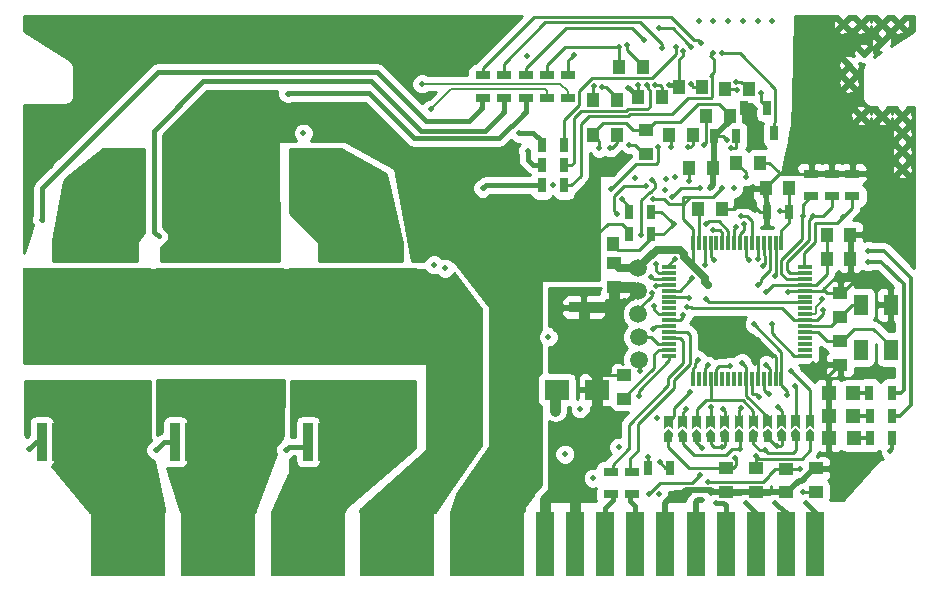
<source format=gtl>
G04 #@! TF.FileFunction,Copper,L1,Top,Signal*
%FSLAX46Y46*%
G04 Gerber Fmt 4.6, Leading zero omitted, Abs format (unit mm)*
G04 Created by KiCad (PCBNEW 4.0.4-stable) date 01/13/17 12:15:35*
%MOMM*%
%LPD*%
G01*
G04 APERTURE LIST*
%ADD10C,0.150000*%
%ADD11C,0.508000*%
%ADD12R,1.000000X1.250000*%
%ADD13R,1.300480X0.300000*%
%ADD14R,0.300000X1.300480*%
%ADD15R,1.524000X2.032000*%
%ADD16R,1.250000X1.000000*%
%ADD17R,1.849120X5.499100*%
%ADD18R,1.198880X1.198880*%
%ADD19R,2.100580X1.699260*%
%ADD20R,10.800080X8.150860*%
%ADD21R,0.899160X3.200400*%
%ADD22R,0.700000X1.300000*%
%ADD23R,1.300000X0.700000*%
%ADD24R,1.198880X1.800860*%
%ADD25C,1.500000*%
%ADD26R,2.500000X0.900000*%
%ADD27R,0.750000X0.800000*%
%ADD28R,6.360000X5.500000*%
%ADD29R,1.650000X5.500000*%
%ADD30C,0.800000*%
%ADD31C,0.889000*%
%ADD32C,0.254000*%
%ADD33C,0.406400*%
%ADD34C,0.304800*%
%ADD35C,0.635000*%
%ADD36C,0.508000*%
%ADD37C,0.203200*%
G04 APERTURE END LIST*
D10*
D11*
X96750000Y-133000000D03*
X95500000Y-133000000D03*
X94250000Y-133000000D03*
X93000000Y-133000000D03*
X91750000Y-133000000D03*
X90500000Y-133000000D03*
X90500000Y-134250000D03*
X91750000Y-134250000D03*
X93000000Y-134250000D03*
X94250000Y-134250000D03*
X95500000Y-134250000D03*
X96750000Y-134250000D03*
X96750000Y-135500000D03*
X95500000Y-135500000D03*
X94250000Y-135500000D03*
X93000000Y-135500000D03*
X91750000Y-135500000D03*
X90500000Y-135500000D03*
X109500000Y-121750000D03*
X110500000Y-119250000D03*
X110250000Y-120750000D03*
X110750000Y-122000000D03*
X111750000Y-120750000D03*
X110750000Y-123500000D03*
X113000000Y-119250000D03*
X122250000Y-102000000D03*
X123500000Y-102000000D03*
X124750000Y-102000000D03*
X126000000Y-102000000D03*
X127250000Y-102000000D03*
X128500000Y-102000000D03*
X139500000Y-114500000D03*
X139500000Y-113000000D03*
X139500000Y-111500000D03*
X139500000Y-110000000D03*
X137750000Y-110000000D03*
X136000000Y-110000000D03*
X135000000Y-107250000D03*
X135000000Y-105750000D03*
X136250000Y-104750000D03*
X137750000Y-103750000D03*
X134500000Y-102250000D03*
X136000000Y-102250000D03*
X137750000Y-102250000D03*
X139250000Y-102250000D03*
X66000000Y-114500000D03*
X66000000Y-113000000D03*
X66000000Y-111500000D03*
X66000000Y-110000000D03*
X70000000Y-102250000D03*
X68000000Y-102250000D03*
X66250000Y-102500000D03*
X67500000Y-103500000D03*
X68750000Y-104500000D03*
X70000000Y-105750000D03*
X70000000Y-107750000D03*
X69250000Y-109750000D03*
X67500000Y-110000000D03*
X87000000Y-145250000D03*
X88500000Y-145250000D03*
X90000000Y-145250000D03*
X91500000Y-145250000D03*
X91500000Y-144000000D03*
X90000000Y-144000000D03*
X88500000Y-144000000D03*
X87000000Y-144000000D03*
X92000000Y-141250000D03*
X90500000Y-141500000D03*
X89000000Y-141500000D03*
X88500000Y-143000000D03*
X90000000Y-143000000D03*
X91500000Y-143000000D03*
X92500000Y-142250000D03*
X93750000Y-141250000D03*
X95500000Y-140000000D03*
X94250000Y-140000000D03*
X93000000Y-140000000D03*
X91750000Y-140000000D03*
X90500000Y-140000000D03*
X89250000Y-140000000D03*
X87500000Y-141500000D03*
X87000000Y-143000000D03*
X76000000Y-145250000D03*
X74500000Y-145250000D03*
X73250000Y-145250000D03*
X71750000Y-145250000D03*
X71750000Y-144000000D03*
X73250000Y-144000000D03*
X74500000Y-144000000D03*
X76000000Y-144000000D03*
X71750000Y-141500000D03*
X74000000Y-141500000D03*
X69500000Y-141250000D03*
X70250000Y-142250000D03*
X71000000Y-143000000D03*
X72500000Y-143000000D03*
X73750000Y-143000000D03*
X75000000Y-143000000D03*
X76250000Y-143000000D03*
X76000000Y-141500000D03*
X75000000Y-140250000D03*
X73500000Y-140250000D03*
X72250000Y-140250000D03*
X71000000Y-140250000D03*
X69750000Y-140250000D03*
X68500000Y-140250000D03*
X66750000Y-134250000D03*
X66750000Y-133000000D03*
X68000000Y-133000000D03*
X68000000Y-134250000D03*
X68000000Y-135500000D03*
X69250000Y-135500000D03*
X69250000Y-134250000D03*
X69250000Y-133000000D03*
X70500000Y-133000000D03*
X70500000Y-134250000D03*
X70500000Y-135500000D03*
X71750000Y-135500000D03*
X71750000Y-134250000D03*
X71750000Y-133000000D03*
X73000000Y-133000000D03*
X73000000Y-134250000D03*
X73000000Y-135500000D03*
X74250000Y-135500000D03*
X74250000Y-134250000D03*
X74250000Y-133000000D03*
X79000000Y-145250000D03*
X80500000Y-145250000D03*
X83750000Y-145250000D03*
X82250000Y-145250000D03*
X79000000Y-144000000D03*
X80500000Y-144000000D03*
X82250000Y-144000000D03*
X83750000Y-144000000D03*
X83000000Y-141500000D03*
X80500000Y-141500000D03*
X78000000Y-140000000D03*
X78500000Y-141500000D03*
X79250000Y-143000000D03*
X80500000Y-143000000D03*
X81750000Y-143000000D03*
X83000000Y-143000000D03*
X84250000Y-143000000D03*
X85000000Y-141500000D03*
X85500000Y-140006709D03*
X84290000Y-140006709D03*
X83000000Y-140000000D03*
X81750000Y-140000000D03*
X80500000Y-140000000D03*
X79250000Y-140000000D03*
X79250000Y-135500000D03*
X79250000Y-134250000D03*
X79250000Y-133000000D03*
X80500000Y-133000000D03*
X80500000Y-134250000D03*
X80500000Y-135500000D03*
X81750000Y-135500000D03*
X81750000Y-134250000D03*
X81750000Y-133000000D03*
X83000000Y-133000000D03*
X83000000Y-134250000D03*
X83000000Y-135500000D03*
X84250000Y-133000000D03*
X84250000Y-134250000D03*
X84250000Y-135500000D03*
X85500000Y-135500000D03*
X85500000Y-134250000D03*
X85500000Y-133000000D03*
X96250000Y-112000000D03*
X95500000Y-111250000D03*
X94500000Y-110750000D03*
X80750000Y-108500000D03*
X82250000Y-108500000D03*
X81000000Y-109750000D03*
X79750000Y-109750000D03*
X90000000Y-109750000D03*
X93500000Y-111250000D03*
X94500000Y-112000000D03*
X95500000Y-112750000D03*
X71250000Y-114000000D03*
X71250000Y-115500000D03*
X69500000Y-115500000D03*
X69000000Y-117500000D03*
X71250000Y-117500000D03*
X73750000Y-113250000D03*
X72750000Y-113250000D03*
X72750000Y-114750000D03*
X73750000Y-114750000D03*
X73750000Y-116250000D03*
X72750000Y-116250000D03*
X72750000Y-117500000D03*
X73750000Y-117500000D03*
X74250000Y-120000000D03*
X73000000Y-120000000D03*
X71750000Y-120000000D03*
X70500000Y-120000000D03*
X69250000Y-120000000D03*
X68000000Y-120000000D03*
X91250000Y-117750000D03*
X91250000Y-116250000D03*
X91250000Y-114750000D03*
X91250000Y-113250000D03*
X90250000Y-113250000D03*
X90250000Y-114750000D03*
X90250000Y-116250000D03*
X90250000Y-117750000D03*
X90500000Y-120000000D03*
X91750000Y-120000000D03*
X93000000Y-120000000D03*
X94250000Y-120000000D03*
X95500000Y-120000000D03*
X96500000Y-120000000D03*
X77750000Y-113250000D03*
X77750000Y-114750000D03*
X77750000Y-116250000D03*
X77750000Y-117750000D03*
X77750000Y-119000000D03*
X82000000Y-113250000D03*
X82000000Y-114750000D03*
X82000000Y-116250000D03*
X82000000Y-117750000D03*
X83750000Y-117750000D03*
X84750000Y-117750000D03*
X84750000Y-116250000D03*
X83750000Y-116250000D03*
X83750000Y-114750000D03*
X84750000Y-114750000D03*
X84750000Y-113250000D03*
X83750000Y-113250000D03*
X79250000Y-113250000D03*
X80250000Y-113250000D03*
X80250000Y-114750000D03*
X79250000Y-114750000D03*
X79250000Y-116250000D03*
X80250000Y-116250000D03*
X80250000Y-117750000D03*
X79250000Y-117750000D03*
X81750000Y-119000000D03*
X81750000Y-120000000D03*
X85250000Y-119000000D03*
X84250000Y-119000000D03*
X83000000Y-119000000D03*
X80500000Y-119000000D03*
X79250000Y-119000000D03*
X79250000Y-120000000D03*
X80500000Y-120000000D03*
X83000000Y-120000000D03*
X84250000Y-120000000D03*
X85250000Y-120000000D03*
X100250000Y-118750000D03*
X101000000Y-117750000D03*
X99250000Y-118250000D03*
X98250000Y-117250000D03*
X99750000Y-117000000D03*
X98250000Y-116250000D03*
X98500000Y-115250000D03*
X99750000Y-116000000D03*
X101000000Y-116250000D03*
X102250000Y-116250000D03*
X102500000Y-117750000D03*
X101250000Y-119000000D03*
X99750000Y-120000000D03*
X106500000Y-127500000D03*
X107750000Y-125000000D03*
X106000000Y-141750000D03*
X104250000Y-141750000D03*
X107750000Y-141750000D03*
X108500000Y-140250000D03*
X108500000Y-138500000D03*
X108500000Y-136750000D03*
X108500000Y-135000000D03*
X108500000Y-133250000D03*
X108500000Y-131250000D03*
X108500000Y-129750000D03*
X107500000Y-128750000D03*
X108500000Y-126000000D03*
X108500000Y-124250000D03*
X109250000Y-123500000D03*
X108500000Y-122500000D03*
X107588817Y-123314800D03*
X106750000Y-124250000D03*
X105250000Y-126250000D03*
X105000000Y-127500000D03*
X105000000Y-129750000D03*
X105000000Y-131250000D03*
X105000000Y-133250000D03*
X105000000Y-135000000D03*
X105000000Y-136750000D03*
X104500000Y-139000000D03*
X103500000Y-140500000D03*
X102500000Y-141750000D03*
X105750000Y-145250000D03*
X104500000Y-145250000D03*
X103250000Y-145250000D03*
X102000000Y-145250000D03*
X102000000Y-144000000D03*
X103250000Y-144000000D03*
X104500000Y-144000000D03*
X105750000Y-144000000D03*
X107000000Y-143000000D03*
X105750000Y-143000000D03*
X104500000Y-143000000D03*
X103250000Y-143000000D03*
X102000000Y-143000000D03*
X93750000Y-126250000D03*
X91250000Y-126250000D03*
X84500000Y-126500000D03*
X82000000Y-126500000D03*
X79500000Y-126500000D03*
X72250000Y-126500000D03*
X69750000Y-126500000D03*
X67000000Y-126500000D03*
X75000000Y-126250000D03*
X86250000Y-126500000D03*
X77250000Y-126500000D03*
X88750000Y-126250000D03*
X93750000Y-127750000D03*
X92500000Y-127750000D03*
X91250000Y-127750000D03*
X90000000Y-127750000D03*
X88750000Y-127750000D03*
X87500000Y-127750000D03*
X86000000Y-127750000D03*
X84500000Y-127750000D03*
X83250000Y-127750000D03*
X82000000Y-127750000D03*
X80750000Y-127750000D03*
X79500000Y-127750000D03*
X78000000Y-127750000D03*
X76500000Y-127750000D03*
X75000000Y-127750000D03*
X73500000Y-127750000D03*
X72250000Y-127750000D03*
X71000000Y-127750000D03*
X69750000Y-127750000D03*
X68500000Y-127750000D03*
X67000000Y-128750000D03*
X65500000Y-130750000D03*
X65500000Y-129500000D03*
X65500000Y-128000000D03*
X65500000Y-126500000D03*
X65500000Y-125000000D03*
X67000000Y-125000000D03*
X68500000Y-125000000D03*
X69750000Y-125000000D03*
X71000000Y-125000000D03*
X72250000Y-125000000D03*
X73500000Y-125000000D03*
X75000000Y-125000000D03*
X76500000Y-125000000D03*
X78000000Y-125000000D03*
X79500000Y-125000000D03*
X80750000Y-125000000D03*
X82000000Y-125000000D03*
X83250000Y-125000000D03*
X84500000Y-125000000D03*
X86000000Y-125000000D03*
X87500000Y-125000000D03*
X88750000Y-125000000D03*
X90000000Y-125000000D03*
X91250000Y-125000000D03*
X92500000Y-125000000D03*
X93750000Y-125000000D03*
X95000000Y-125000000D03*
X96250000Y-125000000D03*
X98750000Y-123750000D03*
X98500000Y-124750000D03*
X95500000Y-127750000D03*
X96250000Y-127000000D03*
X97000000Y-126250000D03*
X97750000Y-125500000D03*
X94750000Y-145250000D03*
X96000000Y-145250000D03*
X97250000Y-145250000D03*
X98500000Y-145250000D03*
X98500000Y-144000000D03*
X97250000Y-144000000D03*
X96000000Y-144000000D03*
X94750000Y-144000000D03*
X102250000Y-130000000D03*
X101000000Y-131000000D03*
X102500000Y-128500000D03*
X98750000Y-142000000D03*
X97500000Y-142000000D03*
X96000000Y-143000000D03*
X97250000Y-143000000D03*
X98500000Y-143000000D03*
X99750000Y-143000000D03*
X100500000Y-142000000D03*
X101250000Y-141000000D03*
X102000000Y-139750000D03*
X103000000Y-138500000D03*
X103500000Y-136750000D03*
X103500000Y-135000000D03*
X103500000Y-133250000D03*
X103500000Y-131250000D03*
X103500000Y-129750000D03*
X103500000Y-127500000D03*
X101000000Y-129750000D03*
X99750000Y-131250000D03*
X99750000Y-133250000D03*
X99750000Y-135000000D03*
X99750000Y-136750000D03*
X99750000Y-138500000D03*
X98250000Y-139750000D03*
X97000000Y-141000000D03*
X96000000Y-142000000D03*
X94750000Y-143002000D03*
D12*
X117535200Y-105892600D03*
X115535200Y-105892600D03*
D13*
X131267200Y-128816100D03*
X131267200Y-128315720D03*
X131267200Y-127815340D03*
X131267200Y-127314960D03*
X131267200Y-126814580D03*
X131267200Y-130314700D03*
X131267200Y-129816860D03*
X131267200Y-129316480D03*
D14*
X129265680Y-120815100D03*
X128767840Y-120815100D03*
X128267460Y-120815100D03*
X127767080Y-120815100D03*
X127266700Y-120815100D03*
X126766320Y-120815100D03*
X126265940Y-120815100D03*
X125765560Y-120815100D03*
D13*
X119766080Y-122816620D03*
X119766080Y-123314460D03*
X119766080Y-123814840D03*
X119766080Y-124315220D03*
X119766080Y-124815600D03*
X119766080Y-125315980D03*
X119766080Y-125816360D03*
X119766080Y-126316740D03*
D14*
X121767600Y-132316220D03*
X122265440Y-132316220D03*
X122765820Y-132316220D03*
X123266200Y-132316220D03*
X123766580Y-132316220D03*
X124266960Y-132316220D03*
X124767340Y-132316220D03*
X125267720Y-132316220D03*
D13*
X131267200Y-126316740D03*
X131267200Y-125816360D03*
X131267200Y-125315980D03*
D14*
X125267720Y-120815100D03*
X124767340Y-120815100D03*
X124266960Y-120815100D03*
D13*
X119766080Y-126814580D03*
X119766080Y-127314960D03*
X119766080Y-127815340D03*
D14*
X125765560Y-132316220D03*
X126265940Y-132316220D03*
X126766320Y-132316220D03*
D13*
X131267200Y-124815600D03*
X131267200Y-124315220D03*
X131267200Y-123814840D03*
X131267200Y-123314460D03*
X131267200Y-122816620D03*
D14*
X123766580Y-120815100D03*
X123266200Y-120815100D03*
X122765820Y-120815100D03*
X122265440Y-120815100D03*
X121767600Y-120815100D03*
D13*
X119766080Y-128315720D03*
X119766080Y-128816100D03*
X119766080Y-129316480D03*
X119766080Y-129816860D03*
X119766080Y-130314700D03*
D14*
X127266700Y-132316220D03*
X127767080Y-132316220D03*
X128267460Y-132316220D03*
X128767840Y-132316220D03*
X129265680Y-132316220D03*
D15*
X105740200Y-131343400D03*
X102438200Y-131343400D03*
D12*
X112969800Y-120853200D03*
X114969800Y-120853200D03*
D16*
X132181600Y-139868400D03*
X132181600Y-141868400D03*
X129641600Y-139893800D03*
X129641600Y-141893800D03*
X127101600Y-139868400D03*
X127101600Y-141868400D03*
X124561600Y-139868400D03*
X124561600Y-141868400D03*
D15*
X105740200Y-128320800D03*
X102438200Y-128320800D03*
D16*
X115062000Y-124485400D03*
X115062000Y-122485400D03*
X134239000Y-129073400D03*
X134239000Y-131073400D03*
D12*
X122240800Y-117932200D03*
X124240800Y-117932200D03*
D16*
X115976400Y-133985000D03*
X115976400Y-131985000D03*
X117779800Y-111245900D03*
X117779800Y-113245900D03*
D12*
X121777000Y-111633000D03*
X119777000Y-111633000D03*
X113325400Y-111607600D03*
X115325400Y-111607600D03*
X121453400Y-114427000D03*
X123453400Y-114427000D03*
X124485400Y-107746800D03*
X126485400Y-107746800D03*
X120564400Y-107569000D03*
X122564400Y-107569000D03*
X117160800Y-108458000D03*
X119160800Y-108458000D03*
X135086600Y-122148600D03*
X133086600Y-122148600D03*
X135096000Y-120091200D03*
X133096000Y-120091200D03*
X115338100Y-108648500D03*
X113338100Y-108648500D03*
D17*
X106690160Y-135636000D03*
X101539040Y-135636000D03*
D16*
X134239000Y-127018800D03*
X134239000Y-125018800D03*
D12*
X129939800Y-116128800D03*
X127939800Y-116128800D03*
X124875800Y-110058200D03*
X122875800Y-110058200D03*
D18*
X135364220Y-135394700D03*
X133266180Y-135394700D03*
X135364220Y-133464300D03*
X133266180Y-133464300D03*
X135389620Y-137299700D03*
X133291580Y-137299700D03*
D19*
X113695480Y-133197600D03*
X110236000Y-133197600D03*
D20*
X70440000Y-127000000D03*
D21*
X66630000Y-137601960D03*
X67900000Y-137601960D03*
X69170000Y-137601960D03*
X71710000Y-137601960D03*
X72980000Y-137601960D03*
X74250000Y-137601960D03*
D20*
X81750000Y-127000000D03*
D21*
X77940000Y-137601960D03*
X79210000Y-137601960D03*
X80480000Y-137601960D03*
X83020000Y-137601960D03*
X84290000Y-137601960D03*
X85560000Y-137601960D03*
D20*
X93000000Y-127000000D03*
D21*
X89190000Y-137601960D03*
X90460000Y-137601960D03*
X91730000Y-137601960D03*
X94270000Y-137601960D03*
X95540000Y-137601960D03*
X96810000Y-137601960D03*
D22*
X129921000Y-118135400D03*
X128021000Y-118135400D03*
X116347200Y-118135400D03*
X118247200Y-118135400D03*
X116347200Y-120040400D03*
X118247200Y-120040400D03*
X125460800Y-111760000D03*
X123560800Y-111760000D03*
X136743400Y-137299700D03*
X138643400Y-137299700D03*
D23*
X135280400Y-114924800D03*
X135280400Y-116824800D03*
D22*
X126748500Y-111506000D03*
X128648500Y-111506000D03*
X108968500Y-115900200D03*
X110868500Y-115900200D03*
D23*
X103962200Y-108480900D03*
X103962200Y-106580900D03*
X131800600Y-114909600D03*
X131800600Y-116809600D03*
D22*
X108993900Y-112483900D03*
X110893900Y-112483900D03*
D23*
X105778300Y-108480900D03*
X105778300Y-106580900D03*
D22*
X136743400Y-135394700D03*
X138643400Y-135394700D03*
X136718000Y-133464300D03*
X138618000Y-133464300D03*
X108981200Y-114185700D03*
X110881200Y-114185700D03*
D23*
X107645200Y-108480900D03*
X107645200Y-106580900D03*
X109461300Y-108468200D03*
X109461300Y-106568200D03*
X111188500Y-108480900D03*
X111188500Y-106580900D03*
X116586000Y-140162200D03*
X116586000Y-142062200D03*
X114808000Y-140162200D03*
X114808000Y-142062200D03*
D22*
X117972800Y-139801600D03*
X119872800Y-139801600D03*
D24*
X136011920Y-129814320D03*
X138511280Y-129814320D03*
X138511280Y-126014480D03*
X136011920Y-126014480D03*
D25*
X117144800Y-122910600D03*
X117195600Y-130657600D03*
X117170200Y-128727200D03*
X117144800Y-126796800D03*
X117144800Y-124815600D03*
D22*
X126141400Y-109321600D03*
X128041400Y-109321600D03*
D23*
X133527800Y-114924800D03*
X133527800Y-116824800D03*
D26*
X112522000Y-126214800D03*
X112522000Y-123314800D03*
D27*
X122107960Y-137275000D03*
X122107960Y-135775000D03*
D10*
G36*
X121732960Y-135391200D02*
X122482960Y-135941200D01*
X122482960Y-135991200D01*
X121732960Y-136541200D01*
X121732960Y-135391200D01*
X121732960Y-135391200D01*
G37*
G36*
X122482960Y-136541200D02*
X121732960Y-135991200D01*
X121732960Y-135941200D01*
X122482960Y-135391200D01*
X122482960Y-136541200D01*
X122482960Y-136541200D01*
G37*
G36*
X122107920Y-136533000D02*
X122483920Y-136833000D01*
X122483920Y-137233000D01*
X122107920Y-137533000D01*
X122107920Y-136533000D01*
X122107920Y-136533000D01*
G37*
G36*
X122108000Y-137533000D02*
X121732000Y-137233000D01*
X121732000Y-136833000D01*
X122108000Y-136533000D01*
X122108000Y-137533000D01*
X122108000Y-137533000D01*
G37*
D27*
X131683760Y-137224200D03*
X131683760Y-135724200D03*
D10*
G36*
X131308760Y-135340400D02*
X132058760Y-135890400D01*
X132058760Y-135940400D01*
X131308760Y-136490400D01*
X131308760Y-135340400D01*
X131308760Y-135340400D01*
G37*
G36*
X132058760Y-136490400D02*
X131308760Y-135940400D01*
X131308760Y-135890400D01*
X132058760Y-135340400D01*
X132058760Y-136490400D01*
X132058760Y-136490400D01*
G37*
G36*
X131683720Y-136482200D02*
X132059720Y-136782200D01*
X132059720Y-137182200D01*
X131683720Y-137482200D01*
X131683720Y-136482200D01*
X131683720Y-136482200D01*
G37*
G36*
X131683800Y-137482200D02*
X131307800Y-137182200D01*
X131307800Y-136782200D01*
X131683800Y-136482200D01*
X131683800Y-137482200D01*
X131683800Y-137482200D01*
G37*
D27*
X119694960Y-137275000D03*
X119694960Y-135775000D03*
D10*
G36*
X119319960Y-135391200D02*
X120069960Y-135941200D01*
X120069960Y-135991200D01*
X119319960Y-136541200D01*
X119319960Y-135391200D01*
X119319960Y-135391200D01*
G37*
G36*
X120069960Y-136541200D02*
X119319960Y-135991200D01*
X119319960Y-135941200D01*
X120069960Y-135391200D01*
X120069960Y-136541200D01*
X120069960Y-136541200D01*
G37*
G36*
X119694920Y-136533000D02*
X120070920Y-136833000D01*
X120070920Y-137233000D01*
X119694920Y-137533000D01*
X119694920Y-136533000D01*
X119694920Y-136533000D01*
G37*
G36*
X119695000Y-137533000D02*
X119319000Y-137233000D01*
X119319000Y-136833000D01*
X119695000Y-136533000D01*
X119695000Y-137533000D01*
X119695000Y-137533000D01*
G37*
D27*
X129296160Y-137224200D03*
X129296160Y-135724200D03*
D10*
G36*
X128921160Y-135340400D02*
X129671160Y-135890400D01*
X129671160Y-135940400D01*
X128921160Y-136490400D01*
X128921160Y-135340400D01*
X128921160Y-135340400D01*
G37*
G36*
X129671160Y-136490400D02*
X128921160Y-135940400D01*
X128921160Y-135890400D01*
X129671160Y-135340400D01*
X129671160Y-136490400D01*
X129671160Y-136490400D01*
G37*
G36*
X129296120Y-136482200D02*
X129672120Y-136782200D01*
X129672120Y-137182200D01*
X129296120Y-137482200D01*
X129296120Y-136482200D01*
X129296120Y-136482200D01*
G37*
G36*
X129296200Y-137482200D02*
X128920200Y-137182200D01*
X128920200Y-136782200D01*
X129296200Y-136482200D01*
X129296200Y-137482200D01*
X129296200Y-137482200D01*
G37*
D27*
X120904000Y-137275000D03*
X120904000Y-135775000D03*
D10*
G36*
X120529000Y-135391200D02*
X121279000Y-135941200D01*
X121279000Y-135991200D01*
X120529000Y-136541200D01*
X120529000Y-135391200D01*
X120529000Y-135391200D01*
G37*
G36*
X121279000Y-136541200D02*
X120529000Y-135991200D01*
X120529000Y-135941200D01*
X121279000Y-135391200D01*
X121279000Y-136541200D01*
X121279000Y-136541200D01*
G37*
G36*
X120903960Y-136533000D02*
X121279960Y-136833000D01*
X121279960Y-137233000D01*
X120903960Y-137533000D01*
X120903960Y-136533000D01*
X120903960Y-136533000D01*
G37*
G36*
X120904040Y-137533000D02*
X120528040Y-137233000D01*
X120528040Y-136833000D01*
X120904040Y-136533000D01*
X120904040Y-137533000D01*
X120904040Y-137533000D01*
G37*
D27*
X130489960Y-137224200D03*
X130489960Y-135724200D03*
D10*
G36*
X130114960Y-135340400D02*
X130864960Y-135890400D01*
X130864960Y-135940400D01*
X130114960Y-136490400D01*
X130114960Y-135340400D01*
X130114960Y-135340400D01*
G37*
G36*
X130864960Y-136490400D02*
X130114960Y-135940400D01*
X130114960Y-135890400D01*
X130864960Y-135340400D01*
X130864960Y-136490400D01*
X130864960Y-136490400D01*
G37*
G36*
X130489920Y-136482200D02*
X130865920Y-136782200D01*
X130865920Y-137182200D01*
X130489920Y-137482200D01*
X130489920Y-136482200D01*
X130489920Y-136482200D01*
G37*
G36*
X130490000Y-137482200D02*
X130114000Y-137182200D01*
X130114000Y-136782200D01*
X130490000Y-136482200D01*
X130490000Y-137482200D01*
X130490000Y-137482200D01*
G37*
D27*
X128092200Y-137249600D03*
X128092200Y-135749600D03*
D10*
G36*
X127717200Y-135365800D02*
X128467200Y-135915800D01*
X128467200Y-135965800D01*
X127717200Y-136515800D01*
X127717200Y-135365800D01*
X127717200Y-135365800D01*
G37*
G36*
X128467200Y-136515800D02*
X127717200Y-135965800D01*
X127717200Y-135915800D01*
X128467200Y-135365800D01*
X128467200Y-136515800D01*
X128467200Y-136515800D01*
G37*
G36*
X128092160Y-136507600D02*
X128468160Y-136807600D01*
X128468160Y-137207600D01*
X128092160Y-137507600D01*
X128092160Y-136507600D01*
X128092160Y-136507600D01*
G37*
G36*
X128092240Y-137507600D02*
X127716240Y-137207600D01*
X127716240Y-136807600D01*
X128092240Y-136507600D01*
X128092240Y-137507600D01*
X128092240Y-137507600D01*
G37*
D27*
X126888240Y-137249600D03*
X126888240Y-135749600D03*
D10*
G36*
X126513240Y-135365800D02*
X127263240Y-135915800D01*
X127263240Y-135965800D01*
X126513240Y-136515800D01*
X126513240Y-135365800D01*
X126513240Y-135365800D01*
G37*
G36*
X127263240Y-136515800D02*
X126513240Y-135965800D01*
X126513240Y-135915800D01*
X127263240Y-135365800D01*
X127263240Y-136515800D01*
X127263240Y-136515800D01*
G37*
G36*
X126888200Y-136507600D02*
X127264200Y-136807600D01*
X127264200Y-137207600D01*
X126888200Y-137507600D01*
X126888200Y-136507600D01*
X126888200Y-136507600D01*
G37*
G36*
X126888280Y-137507600D02*
X126512280Y-137207600D01*
X126512280Y-136807600D01*
X126888280Y-136507600D01*
X126888280Y-137507600D01*
X126888280Y-137507600D01*
G37*
D27*
X125679200Y-137249600D03*
X125679200Y-135749600D03*
D10*
G36*
X125304200Y-135365800D02*
X126054200Y-135915800D01*
X126054200Y-135965800D01*
X125304200Y-136515800D01*
X125304200Y-135365800D01*
X125304200Y-135365800D01*
G37*
G36*
X126054200Y-136515800D02*
X125304200Y-135965800D01*
X125304200Y-135915800D01*
X126054200Y-135365800D01*
X126054200Y-136515800D01*
X126054200Y-136515800D01*
G37*
G36*
X125679160Y-136507600D02*
X126055160Y-136807600D01*
X126055160Y-137207600D01*
X125679160Y-137507600D01*
X125679160Y-136507600D01*
X125679160Y-136507600D01*
G37*
G36*
X125679240Y-137507600D02*
X125303240Y-137207600D01*
X125303240Y-136807600D01*
X125679240Y-136507600D01*
X125679240Y-137507600D01*
X125679240Y-137507600D01*
G37*
D27*
X124485400Y-137261600D03*
X124485400Y-135761600D03*
D10*
G36*
X124110400Y-135377800D02*
X124860400Y-135927800D01*
X124860400Y-135977800D01*
X124110400Y-136527800D01*
X124110400Y-135377800D01*
X124110400Y-135377800D01*
G37*
G36*
X124860400Y-136527800D02*
X124110400Y-135977800D01*
X124110400Y-135927800D01*
X124860400Y-135377800D01*
X124860400Y-136527800D01*
X124860400Y-136527800D01*
G37*
G36*
X124485360Y-136519600D02*
X124861360Y-136819600D01*
X124861360Y-137219600D01*
X124485360Y-137519600D01*
X124485360Y-136519600D01*
X124485360Y-136519600D01*
G37*
G36*
X124485440Y-137519600D02*
X124109440Y-137219600D01*
X124109440Y-136819600D01*
X124485440Y-136519600D01*
X124485440Y-137519600D01*
X124485440Y-137519600D01*
G37*
D27*
X123291600Y-137275000D03*
X123291600Y-135775000D03*
D10*
G36*
X122916600Y-135391200D02*
X123666600Y-135941200D01*
X123666600Y-135991200D01*
X122916600Y-136541200D01*
X122916600Y-135391200D01*
X122916600Y-135391200D01*
G37*
G36*
X123666600Y-136541200D02*
X122916600Y-135991200D01*
X122916600Y-135941200D01*
X123666600Y-135391200D01*
X123666600Y-136541200D01*
X123666600Y-136541200D01*
G37*
G36*
X123291560Y-136533000D02*
X123667560Y-136833000D01*
X123667560Y-137233000D01*
X123291560Y-137533000D01*
X123291560Y-136533000D01*
X123291560Y-136533000D01*
G37*
G36*
X123291640Y-137533000D02*
X122915640Y-137233000D01*
X122915640Y-136833000D01*
X123291640Y-136533000D01*
X123291640Y-137533000D01*
X123291640Y-137533000D01*
G37*
D12*
X125441200Y-113969800D03*
X127441200Y-113969800D03*
D28*
X104337500Y-146304000D03*
X96750000Y-146304000D03*
X89150000Y-146304000D03*
X81550000Y-146304000D03*
X73925000Y-146304000D03*
D29*
X109250000Y-146304000D03*
X111800000Y-146304000D03*
X114350000Y-146304000D03*
X116900000Y-146304000D03*
X119450000Y-146304000D03*
X122000000Y-146304000D03*
X124550000Y-146304000D03*
X127100000Y-146304000D03*
X129625000Y-146304000D03*
X132150000Y-146304000D03*
D11*
X118897400Y-142073394D03*
D30*
X110134400Y-134975600D03*
D11*
X115478615Y-138079955D03*
X110921800Y-138658600D03*
X127025400Y-109474000D03*
X118324500Y-125056334D03*
X121250542Y-126224665D03*
X132781051Y-126415800D03*
X126250700Y-115176300D03*
X121414530Y-115544600D03*
X116382800Y-112445800D03*
X122692600Y-112448552D03*
X121361200Y-112674400D03*
X119938800Y-112674400D03*
X114792778Y-112727344D03*
X125442796Y-107138486D03*
X121576202Y-107346935D03*
X118591595Y-107440284D03*
X116205438Y-104037264D03*
X115489658Y-104190811D03*
X111671722Y-104823863D03*
X114075263Y-107595681D03*
X113368335Y-107514902D03*
X103962200Y-116128800D03*
X65582800Y-138201400D03*
X103925697Y-109366441D03*
X66662300Y-118795800D03*
X107050264Y-111489886D03*
X76307600Y-138324822D03*
X105778300Y-109651800D03*
X76530200Y-120230900D03*
X107780073Y-112955263D03*
X87286062Y-138269806D03*
X87477656Y-108130859D03*
X107459056Y-109849905D03*
X124988881Y-112723758D03*
X124273857Y-104720637D03*
X117297188Y-131628166D03*
X122239397Y-130684411D03*
X118740555Y-135578850D03*
X127934892Y-124960867D03*
X112234216Y-134809986D03*
X124256800Y-116128810D03*
X117172076Y-133744609D03*
X138468100Y-138391900D03*
X118396851Y-117023261D03*
X109543782Y-128716004D03*
X100777259Y-122926682D03*
X122527647Y-142518553D03*
X124304193Y-134803829D03*
X126949200Y-127660400D03*
X128447800Y-127660400D03*
X127279400Y-124307600D03*
X123037600Y-124307600D03*
X129743209Y-133680200D03*
X109918500Y-115912900D03*
X115735100Y-117094000D03*
X122901298Y-125558114D03*
X120142010Y-119164450D03*
X121651082Y-104150338D03*
X118884700Y-102577900D03*
X107696000Y-104914700D03*
X88798400Y-111480600D03*
X134518400Y-118541800D03*
X131953000Y-118491000D03*
X123494117Y-104657498D03*
X122440700Y-103873300D03*
X131064000Y-118465600D03*
X120352008Y-104185258D03*
X119183596Y-104306742D03*
X117880438Y-107432011D03*
X117665500Y-103597510D03*
X99604857Y-109469708D03*
X98805789Y-107302366D03*
X122905309Y-119205680D03*
X123469583Y-119710775D03*
X120022466Y-116886264D03*
X120243600Y-122123200D03*
X122402600Y-116154200D03*
X116913650Y-115239800D03*
X118668800Y-122555000D03*
X118321022Y-115489588D03*
X117398800Y-120065800D03*
X118262400Y-123621800D03*
X118620967Y-124413381D03*
X118844945Y-112622147D03*
X114837761Y-116211621D03*
X120289706Y-115221708D03*
X123012200Y-131140200D03*
X125247400Y-116128810D03*
X124917190Y-131208779D03*
X118516609Y-126125834D03*
X117779361Y-115975876D03*
X115341400Y-118338600D03*
X120957993Y-126878979D03*
X119437581Y-116326779D03*
X118383887Y-128067204D03*
X119489433Y-115358496D03*
X123015108Y-140981923D03*
X122555000Y-138150600D03*
X130803174Y-139909047D03*
X127078250Y-138803340D03*
X125346634Y-138947226D03*
X126132514Y-119155007D03*
X136575800Y-121437400D03*
X125399810Y-119426636D03*
X136626600Y-122377200D03*
X128244600Y-133553200D03*
X127939800Y-131089400D03*
X129108200Y-118033800D03*
X99872800Y-122631200D03*
X132689600Y-125501400D03*
X131057520Y-141860018D03*
X125528198Y-107844552D03*
X119760006Y-107385017D03*
X120977612Y-104527448D03*
X117143036Y-107434657D03*
X116255800Y-107619800D03*
X130073400Y-131648200D03*
X127381000Y-133858000D03*
X125806200Y-134772400D03*
X125907800Y-130911600D03*
X121562016Y-133420271D03*
X113323204Y-140680835D03*
X121716484Y-123774155D03*
X122806318Y-122658954D03*
X127695742Y-122687226D03*
X128962499Y-134652099D03*
X118007881Y-138862319D03*
X121440241Y-125412448D03*
X118019013Y-142073394D03*
X122410327Y-140452610D03*
X126548072Y-122217148D03*
X123520200Y-122199400D03*
X123317000Y-134670800D03*
X118948200Y-139319000D03*
X125882490Y-118489192D03*
X121183400Y-134874000D03*
X127254000Y-122123200D03*
X130378200Y-132918200D03*
X127508000Y-108051600D03*
X123219538Y-116128810D03*
X113858815Y-112771966D03*
X125399810Y-117753082D03*
X124635102Y-112044528D03*
D30*
X110286800Y-127863600D03*
D11*
X131902200Y-131064000D03*
X113512600Y-136855200D03*
X120570736Y-141969357D03*
X129819400Y-124899430D03*
X123317000Y-128977671D03*
X127279400Y-128977671D03*
X128701800Y-123545600D03*
D30*
X112090200Y-139623800D03*
X111302800Y-140411200D03*
D11*
X128933432Y-137998189D03*
X131313295Y-142755486D03*
X125730000Y-138226800D03*
X126233295Y-142755486D03*
X124259136Y-138087845D03*
X123698000Y-142773400D03*
X127838200Y-138328400D03*
X128761165Y-142772992D03*
D31*
X110134400Y-134975600D02*
X110134400Y-133299200D01*
X110134400Y-133299200D02*
X110236000Y-133197600D01*
D32*
X106900000Y-124003617D02*
X100189286Y-117292903D01*
X106900000Y-124206000D02*
X106900000Y-124003617D01*
X106900000Y-140200000D02*
X106900000Y-124206000D01*
X106900000Y-124206000D02*
X105740200Y-125365800D01*
X105740200Y-125365800D02*
X105740200Y-128320800D01*
X105740200Y-131343400D02*
X105740200Y-130073400D01*
X105740200Y-130073400D02*
X105740200Y-128320800D01*
X105740200Y-131343400D02*
X105740200Y-134686040D01*
X105740200Y-134686040D02*
X106690160Y-135636000D01*
X126748500Y-111506000D02*
X126748500Y-109750900D01*
X126748500Y-109750900D02*
X127025400Y-109474000D01*
X126141400Y-109321600D02*
X126873000Y-109321600D01*
X126873000Y-109321600D02*
X127025400Y-109474000D01*
X112969800Y-120853200D02*
X112969800Y-120728200D01*
X112969800Y-120728200D02*
X114561600Y-119136400D01*
X114561600Y-119136400D02*
X115743200Y-119136400D01*
X115743200Y-119136400D02*
X116347200Y-119740400D01*
X116347200Y-119740400D02*
X116347200Y-120040400D01*
X112522000Y-122610800D02*
X112969800Y-122163000D01*
X112969800Y-122163000D02*
X112969800Y-120853200D01*
X112522000Y-122610800D02*
X112522000Y-123314800D01*
D31*
X112522000Y-123314800D02*
X107588817Y-123314800D01*
X107588817Y-123314800D02*
X106900000Y-124003617D01*
D32*
X104337500Y-144970000D02*
X104337500Y-142762500D01*
X104337500Y-142762500D02*
X106900000Y-140200000D01*
X118279310Y-125101524D02*
X118324500Y-125056334D01*
X117144800Y-126796800D02*
X117144800Y-126362718D01*
X118279310Y-125228208D02*
X118279310Y-125101524D01*
X117144800Y-126362718D02*
X118025311Y-125482207D01*
X118025311Y-125482207D02*
X118279310Y-125228208D01*
X121609752Y-126224665D02*
X121250542Y-126224665D01*
X121664081Y-126278994D02*
X121609752Y-126224665D01*
X129326994Y-126278994D02*
X121664081Y-126278994D01*
X131267200Y-127314960D02*
X130362960Y-127314960D01*
X130362960Y-127314960D02*
X129326994Y-126278994D01*
X132241101Y-127314960D02*
X132781051Y-126775010D01*
X131267200Y-127314960D02*
X132241101Y-127314960D01*
X132781051Y-126775010D02*
X132781051Y-126415800D01*
X133146800Y-129073400D02*
X134239000Y-129073400D01*
X135396000Y-128041400D02*
X137039350Y-128041400D01*
X137039350Y-128041400D02*
X138511280Y-129513330D01*
X138511280Y-129513330D02*
X138511280Y-129814320D01*
X134239000Y-129073400D02*
X134364000Y-129073400D01*
X134364000Y-129073400D02*
X135396000Y-128041400D01*
X133146800Y-129073400D02*
X132389120Y-128315720D01*
X132389120Y-128315720D02*
X131267200Y-128315720D01*
X122265440Y-120815100D02*
X122265440Y-117956840D01*
X122265440Y-117956840D02*
X122240800Y-117932200D01*
X122265440Y-118236240D02*
X122240800Y-118211600D01*
X118861840Y-129816860D02*
X119766080Y-129816860D01*
X118465600Y-131372588D02*
X118465600Y-130213100D01*
X115976400Y-133985000D02*
X115976400Y-133861788D01*
X115976400Y-133861788D02*
X118465600Y-131372588D01*
X118465600Y-130213100D02*
X118861840Y-129816860D01*
X121414530Y-115544600D02*
X121414530Y-114465870D01*
X121414530Y-114465870D02*
X121453400Y-114427000D01*
X126250700Y-115176300D02*
X126250700Y-114779300D01*
X126250700Y-114779300D02*
X125441200Y-113969800D01*
X117779800Y-113245900D02*
X117654800Y-113245900D01*
X117654800Y-113245900D02*
X116854700Y-112445800D01*
X116854700Y-112445800D02*
X116742010Y-112445800D01*
X116742010Y-112445800D02*
X116382800Y-112445800D01*
X122875800Y-110058200D02*
X122875800Y-112265352D01*
X122875800Y-112265352D02*
X122692600Y-112448552D01*
X121777000Y-111633000D02*
X121777000Y-112450479D01*
X121777000Y-112450479D02*
X121553079Y-112674400D01*
X121553079Y-112674400D02*
X121361200Y-112674400D01*
X119938800Y-112674400D02*
X119938800Y-111794800D01*
X119938800Y-111794800D02*
X119777000Y-111633000D01*
X115325400Y-111379000D02*
X115325400Y-112315047D01*
X115325400Y-112315047D02*
X114944086Y-112696361D01*
X114944086Y-112696361D02*
X114823761Y-112696361D01*
X114823761Y-112696361D02*
X114792778Y-112727344D01*
X125442796Y-107138486D02*
X125877086Y-107138486D01*
X125877086Y-107138486D02*
X126485400Y-107746800D01*
X126485400Y-107746800D02*
X126485400Y-107621800D01*
X121798267Y-107569000D02*
X121576202Y-107346935D01*
X122564400Y-107569000D02*
X121798267Y-107569000D01*
X119160800Y-107579000D02*
X119022084Y-107440284D01*
X119022084Y-107440284D02*
X118950805Y-107440284D01*
X118950805Y-107440284D02*
X118591595Y-107440284D01*
X119160800Y-108458000D02*
X119160800Y-107579000D01*
X117535200Y-105892600D02*
X117535200Y-105767600D01*
X117535200Y-105767600D02*
X116205438Y-104437838D01*
X116205438Y-104437838D02*
X116205438Y-104037264D01*
X115489658Y-104190811D02*
X110931171Y-104190811D01*
X110931171Y-104190811D02*
X109435489Y-105686493D01*
X109435489Y-105686493D02*
X109435489Y-106542389D01*
X109435489Y-106542389D02*
X109461300Y-106568200D01*
X115535200Y-104236353D02*
X115489658Y-104190811D01*
X115535200Y-105892600D02*
X115535200Y-104236353D01*
X111188500Y-106580900D02*
X111188500Y-105307085D01*
X111417723Y-105077862D02*
X111671722Y-104823863D01*
X111188500Y-105307085D02*
X111417723Y-105077862D01*
X115338100Y-108648500D02*
X115338100Y-108523500D01*
X114410281Y-107595681D02*
X114075263Y-107595681D01*
X115338100Y-108523500D02*
X114410281Y-107595681D01*
X113338100Y-107545137D02*
X113368335Y-107514902D01*
X113338100Y-108648500D02*
X113338100Y-107545137D01*
X133442460Y-127815340D02*
X134239000Y-127018800D01*
X131267200Y-127815340D02*
X133442460Y-127815340D01*
X134114000Y-127018800D02*
X134239000Y-127018800D01*
X136011920Y-126014480D02*
X135243320Y-126014480D01*
X135243320Y-126014480D02*
X134239000Y-127018800D01*
D33*
X103962200Y-116128800D02*
X104216199Y-115874801D01*
X104216199Y-115874801D02*
X104305101Y-115874801D01*
X104305101Y-115874801D02*
X104330500Y-115900200D01*
X108968500Y-115900200D02*
X104330500Y-115900200D01*
X66630000Y-137601960D02*
X66182240Y-137601960D01*
X66182240Y-137601960D02*
X65582800Y-138201400D01*
X102827538Y-110464600D02*
X103671698Y-109620440D01*
X99195376Y-110464600D02*
X102827538Y-110464600D01*
X95051578Y-106320802D02*
X99195376Y-110464600D01*
X76495428Y-106320802D02*
X95051578Y-106320802D01*
X103671698Y-109620440D02*
X103925697Y-109366441D01*
X66662300Y-116153930D02*
X76495428Y-106320802D01*
X66662300Y-118795800D02*
X66662300Y-116153930D01*
X103925697Y-109366441D02*
X103925697Y-108517403D01*
X103925697Y-108517403D02*
X103962200Y-108480900D01*
X107112650Y-111427500D02*
X107050264Y-111489886D01*
X108237500Y-111427500D02*
X107112650Y-111427500D01*
X108993900Y-112183900D02*
X108237500Y-111427500D01*
X108993900Y-112483900D02*
X108993900Y-112183900D01*
X76561599Y-138070823D02*
X76307600Y-138324822D01*
X77030462Y-137601960D02*
X76561599Y-138070823D01*
X77940000Y-137601960D02*
X77030462Y-137601960D01*
X98713863Y-111264700D02*
X104165400Y-111264700D01*
X94552031Y-107102868D02*
X98713863Y-111264700D01*
X80298332Y-107102868D02*
X94552031Y-107102868D01*
X104165400Y-111264700D02*
X105778300Y-109651800D01*
X76108837Y-111292363D02*
X80298332Y-107102868D01*
X76530200Y-120230900D02*
X76108837Y-119809537D01*
X76108837Y-119809537D02*
X76108837Y-111292363D01*
X105778300Y-108480900D02*
X105778300Y-109651800D01*
X108224800Y-114185700D02*
X107780073Y-113740973D01*
X107780073Y-113740973D02*
X107780073Y-113314473D01*
X108981200Y-114185700D02*
X108224800Y-114185700D01*
X107780073Y-113314473D02*
X107780073Y-112955263D01*
X89190000Y-137601960D02*
X89190000Y-138015807D01*
X89190000Y-138015807D02*
X87540061Y-138015807D01*
X87540061Y-138015807D02*
X87286062Y-138269806D01*
X107459056Y-109849905D02*
X105396561Y-111912400D01*
X105396561Y-111912400D02*
X98165067Y-111912400D01*
X98165067Y-111912400D02*
X94367020Y-108114353D01*
X94367020Y-108114353D02*
X87494162Y-108114353D01*
X87494162Y-108114353D02*
X87477656Y-108130859D01*
X107459056Y-109849905D02*
X107646284Y-109662677D01*
X107646284Y-109662677D02*
X107646284Y-108481984D01*
X107646284Y-108481984D02*
X107645200Y-108480900D01*
D32*
X125460800Y-111760000D02*
X125460800Y-112664000D01*
X125401042Y-112723758D02*
X125348091Y-112723758D01*
X125348091Y-112723758D02*
X124988881Y-112723758D01*
X125460800Y-112664000D02*
X125401042Y-112723758D01*
X128648500Y-110602000D02*
X128727200Y-110523300D01*
X128648500Y-111506000D02*
X128648500Y-110602000D01*
X124633067Y-104720637D02*
X124273857Y-104720637D01*
X128727200Y-107721400D02*
X125726437Y-104720637D01*
X128727200Y-110523300D02*
X128727200Y-107721400D01*
X125726437Y-104720637D02*
X124633067Y-104720637D01*
X117297188Y-130759188D02*
X117297188Y-131268956D01*
X117195600Y-130657600D02*
X117297188Y-130759188D01*
X117297188Y-131268956D02*
X117297188Y-131628166D01*
X121985398Y-130938410D02*
X122239397Y-130684411D01*
X121985398Y-131189804D02*
X121985398Y-130938410D01*
X121767600Y-132316220D02*
X121767600Y-131407602D01*
X121767600Y-131407602D02*
X121985398Y-131189804D01*
X117170200Y-128727200D02*
X118230860Y-128727200D01*
X118230860Y-128727200D02*
X118820140Y-129316480D01*
X118820140Y-129316480D02*
X118861840Y-129316480D01*
X118861840Y-129316480D02*
X119766080Y-129316480D01*
X128580539Y-124315220D02*
X128188891Y-124706868D01*
X131267200Y-124315220D02*
X128580539Y-124315220D01*
X128188891Y-124706868D02*
X127934892Y-124960867D01*
X123469410Y-116916200D02*
X124002801Y-116382809D01*
X121537438Y-116916200D02*
X123469410Y-116916200D01*
X124002801Y-116382809D02*
X124256800Y-116128810D01*
X117170960Y-133313820D02*
X117172076Y-133744609D01*
X117170960Y-133742451D02*
X117170960Y-133743493D01*
X117170960Y-133743493D02*
X117172076Y-133744609D01*
X119766080Y-130314700D02*
X119766080Y-130718700D01*
X119766080Y-130718700D02*
X117170960Y-133313820D01*
D34*
X138468100Y-138391900D02*
X138623014Y-138236986D01*
X138623014Y-138236986D02*
X138623014Y-137320086D01*
X138623014Y-137320086D02*
X138643400Y-137299700D01*
D35*
X121043702Y-121751342D02*
X120640858Y-121348498D01*
X122783601Y-123999209D02*
X122783601Y-123731844D01*
X121043702Y-121991945D02*
X121043702Y-121751342D01*
X120640858Y-121348498D02*
X118706902Y-121348498D01*
X122783601Y-123731844D02*
X121043702Y-121991945D01*
X117894799Y-122160601D02*
X117144800Y-122910600D01*
X118706902Y-121348498D02*
X117894799Y-122160601D01*
D32*
X118756061Y-117023261D02*
X118396851Y-117023261D01*
X120983173Y-117470465D02*
X119742049Y-117470465D01*
X119742049Y-117470465D02*
X119294845Y-117023261D01*
X119294845Y-117023261D02*
X118756061Y-117023261D01*
X121537438Y-116916200D02*
X120983173Y-117470465D01*
X121537438Y-116916200D02*
X120904000Y-116916200D01*
X120904000Y-116916200D02*
X120904000Y-118719600D01*
X120904000Y-118719600D02*
X121767600Y-119583200D01*
X121767600Y-119583200D02*
X121767600Y-120815100D01*
X133096000Y-120091200D02*
X133096000Y-122139200D01*
X133096000Y-122139200D02*
X133086600Y-122148600D01*
X131267200Y-124315220D02*
X132171440Y-124315220D01*
X132171440Y-124315220D02*
X133086600Y-123400060D01*
X133086600Y-123400060D02*
X133086600Y-123027600D01*
X133086600Y-123027600D02*
X133086600Y-122148600D01*
X127533399Y-124053601D02*
X127279400Y-124307600D01*
X127533399Y-123849381D02*
X127533399Y-124053601D01*
X128295413Y-123087367D02*
X127533399Y-123849381D01*
X128267460Y-120815100D02*
X128267460Y-121625447D01*
X128267460Y-121625447D02*
X128295413Y-121653400D01*
X128295413Y-121653400D02*
X128295413Y-123087367D01*
D36*
X122223447Y-142518553D02*
X122527647Y-142518553D01*
X122000000Y-142742000D02*
X122223447Y-142518553D01*
X122000000Y-144825000D02*
X122000000Y-142742000D01*
D35*
X117144800Y-122910600D02*
X115487200Y-122910600D01*
X115487200Y-122910600D02*
X115062000Y-122485400D01*
D32*
X121767600Y-120815100D02*
X121767600Y-121719340D01*
X121767600Y-121719340D02*
X121793000Y-121744740D01*
X121793000Y-121744740D02*
X121793000Y-123008608D01*
X121793000Y-123008608D02*
X122783601Y-123999209D01*
D35*
X122783601Y-124053601D02*
X122783601Y-123999209D01*
X123037600Y-124307600D02*
X122783601Y-124053601D01*
D32*
X129265680Y-131411980D02*
X129265680Y-132316220D01*
X129265680Y-129976880D02*
X129265680Y-131411980D01*
X126949200Y-127660400D02*
X129265680Y-129976880D01*
X124485400Y-134985036D02*
X124304193Y-134803829D01*
X124485400Y-135952800D02*
X124485400Y-134985036D01*
X128447800Y-128399540D02*
X128447800Y-127660400D01*
X131267200Y-130314700D02*
X130362960Y-130314700D01*
X130362960Y-130314700D02*
X128447800Y-128399540D01*
X129265680Y-132316220D02*
X129265680Y-132816460D01*
X129265680Y-132816460D02*
X129743209Y-133293989D01*
X129743209Y-133293989D02*
X129743209Y-133320990D01*
X129743209Y-133320990D02*
X129743209Y-133680200D01*
X96750000Y-143121000D02*
X96750000Y-144950000D01*
X116347200Y-118135400D02*
X116347200Y-117706100D01*
X116347200Y-117706100D02*
X115735100Y-117094000D01*
X96750000Y-143121000D02*
X100501200Y-139369800D01*
X100501200Y-139369800D02*
X101100000Y-138771000D01*
X101539040Y-135636000D02*
X101539040Y-137460990D01*
X101539040Y-137460990D02*
X100501200Y-138498830D01*
X100501200Y-138498830D02*
X100501200Y-139369800D01*
X102438200Y-128270000D02*
X102438200Y-128016000D01*
X102438200Y-128016000D02*
X101422200Y-127000000D01*
X101422200Y-127000000D02*
X98654040Y-127000000D01*
X98654040Y-127000000D02*
X93000000Y-127000000D01*
X102438200Y-131343400D02*
X102438200Y-128270000D01*
X101539040Y-135636000D02*
X101539040Y-132242560D01*
X101539040Y-132242560D02*
X102438200Y-131343400D01*
X101100000Y-128700000D02*
X99400000Y-127000000D01*
X81750000Y-127000000D02*
X76095960Y-127000000D01*
X76095960Y-127000000D02*
X70440000Y-127000000D01*
X93000000Y-127000000D02*
X81750000Y-127000000D01*
X101100000Y-138771000D02*
X101100000Y-128700000D01*
X99400000Y-127000000D02*
X93000000Y-127000000D01*
X123159544Y-125816360D02*
X123155297Y-125812113D01*
X131267200Y-125816360D02*
X123159544Y-125816360D01*
X123155297Y-125812113D02*
X122901298Y-125558114D01*
X119888011Y-119418449D02*
X120142010Y-119164450D01*
X118247200Y-120040400D02*
X119266060Y-120040400D01*
X119888011Y-118910451D02*
X120142010Y-119164450D01*
X119266060Y-120040400D02*
X119888011Y-119418449D01*
X119112960Y-118135400D02*
X119888011Y-118910451D01*
X118247200Y-118135400D02*
X119112960Y-118135400D01*
X115452400Y-121335800D02*
X117251800Y-121335800D01*
X117251800Y-121335800D02*
X118247200Y-120340400D01*
X118247200Y-120340400D02*
X118247200Y-120040400D01*
X114969800Y-120853200D02*
X115452400Y-121335800D01*
X120078644Y-102577900D02*
X121397083Y-103896339D01*
X118884700Y-102577900D02*
X120078644Y-102577900D01*
X121397083Y-103896339D02*
X121651082Y-104150338D01*
X134518400Y-118541800D02*
X135280400Y-117779800D01*
X135280400Y-117779800D02*
X135280400Y-116824800D01*
X132105400Y-119126000D02*
X133934200Y-119126000D01*
X133934200Y-119126000D02*
X134518400Y-118541800D01*
X131267200Y-122816620D02*
X131199039Y-122748459D01*
X131199039Y-122748459D02*
X131199039Y-121639799D01*
X131199039Y-121639799D02*
X132105400Y-120733438D01*
X132105400Y-120733438D02*
X132105400Y-119126000D01*
X132765800Y-118491000D02*
X133527800Y-117729000D01*
X133527800Y-117729000D02*
X133527800Y-116824800D01*
X131953000Y-118491000D02*
X132765800Y-118491000D01*
X131622800Y-119176800D02*
X131622800Y-118821200D01*
X131622800Y-118821200D02*
X131953000Y-118491000D01*
X131267200Y-123314460D02*
X129966356Y-123314460D01*
X129966356Y-123314460D02*
X129717811Y-123065915D01*
X131622800Y-120499174D02*
X131622800Y-119176800D01*
X129717811Y-123065915D02*
X129717811Y-122404163D01*
X129717811Y-122404163D02*
X131622800Y-120499174D01*
X123494117Y-104657498D02*
X123240118Y-104911497D01*
X119973753Y-109879009D02*
X116485791Y-109879009D01*
X123240118Y-104911497D02*
X123536699Y-105208078D01*
X116485791Y-109879009D02*
X116303888Y-110060912D01*
X123536699Y-105208078D02*
X123536699Y-106316063D01*
X123536699Y-106316063D02*
X123238963Y-106613799D01*
X123238963Y-106613799D02*
X123328561Y-106613799D01*
X111472500Y-115900200D02*
X110868500Y-115900200D01*
X112306100Y-115066600D02*
X111472500Y-115900200D01*
X123328561Y-106613799D02*
X123394601Y-106679839D01*
X123394601Y-106679839D02*
X123394601Y-108458161D01*
X112306100Y-110718600D02*
X112306100Y-115066600D01*
X123394601Y-108458161D02*
X123328561Y-108524201D01*
X121328561Y-108524201D02*
X119973753Y-109879009D01*
X123328561Y-108524201D02*
X121328561Y-108524201D01*
X112963788Y-110060912D02*
X112306100Y-110718600D01*
X116303888Y-110060912D02*
X112963788Y-110060912D01*
X103962200Y-106580900D02*
X103962200Y-105976900D01*
X119899614Y-101624314D02*
X121894601Y-103619301D01*
X103962200Y-105976900D02*
X108313700Y-101625400D01*
X109685300Y-101625400D02*
X109686386Y-101624314D01*
X108313700Y-101625400D02*
X109685300Y-101625400D01*
X109686386Y-101624314D02*
X119899614Y-101624314D01*
X122186701Y-103619301D02*
X122440700Y-103873300D01*
X121894601Y-103619301D02*
X122186701Y-103619301D01*
X131064000Y-118465600D02*
X131064000Y-117546200D01*
X131064000Y-117546200D02*
X131800600Y-116809600D01*
X131038600Y-119100600D02*
X131038600Y-118491000D01*
X131038600Y-118491000D02*
X131064000Y-118465600D01*
X131038600Y-120436782D02*
X131038600Y-119100600D01*
X129260600Y-123367800D02*
X129260600Y-122214782D01*
X129260600Y-122214782D02*
X131038600Y-120436782D01*
X129707640Y-123814840D02*
X129260600Y-123367800D01*
X130305648Y-123814840D02*
X129707640Y-123814840D01*
X131267200Y-123814840D02*
X130305648Y-123814840D01*
X112168701Y-107874637D02*
X112168701Y-109095061D01*
X113195537Y-106847801D02*
X112168701Y-107874637D01*
X112168701Y-109095061D02*
X110893900Y-110369862D01*
X118299361Y-106847801D02*
X113195537Y-106847801D01*
X120352008Y-104185258D02*
X120352008Y-104795154D01*
X120352008Y-104795154D02*
X118299361Y-106847801D01*
X110893900Y-110369862D02*
X110893900Y-111579900D01*
X110893900Y-111579900D02*
X110893900Y-112483900D01*
X105778300Y-106580900D02*
X105778300Y-105594983D01*
X105778300Y-105594983D02*
X109290672Y-102082611D01*
X109290672Y-102082611D02*
X117318675Y-102082611D01*
X117318675Y-102082611D02*
X119183596Y-103947532D01*
X119183596Y-103947532D02*
X119183596Y-104306742D01*
X118110000Y-109228162D02*
X118110000Y-107855219D01*
X111485200Y-114185700D02*
X111696500Y-113974400D01*
X110881200Y-114185700D02*
X111485200Y-114185700D01*
X111696500Y-113974400D02*
X111696500Y-110213855D01*
X112306654Y-109603701D02*
X116102261Y-109603701D01*
X117974785Y-107526358D02*
X117880438Y-107432011D01*
X117974785Y-107720004D02*
X117974785Y-107526358D01*
X117916363Y-109421799D02*
X118110000Y-109228162D01*
X116284163Y-109421799D02*
X117916363Y-109421799D01*
X111696500Y-110213855D02*
X112306654Y-109603701D01*
X118110000Y-107855219D02*
X117974785Y-107720004D01*
X116102261Y-109603701D02*
X116284163Y-109421799D01*
X107645200Y-106580900D02*
X107645200Y-105976900D01*
X107645200Y-105976900D02*
X111069600Y-102552500D01*
X111069600Y-102552500D02*
X111717300Y-102552500D01*
X111717300Y-102552500D02*
X116620490Y-102552500D01*
X116620490Y-102552500D02*
X117665500Y-103597510D01*
D37*
X99604857Y-109469708D02*
X101327765Y-107746800D01*
X101327765Y-107746800D02*
X109293100Y-107746800D01*
X109293100Y-107746800D02*
X109461300Y-107915000D01*
X109461300Y-107915000D02*
X109461300Y-108468200D01*
X99164999Y-107302366D02*
X98805789Y-107302366D01*
X110563166Y-107302366D02*
X99164999Y-107302366D01*
X111188500Y-107927700D02*
X110563166Y-107302366D01*
X111188500Y-108480900D02*
X111188500Y-107927700D01*
D32*
X123159308Y-118951681D02*
X122905309Y-119205680D01*
X123954373Y-118951681D02*
X123159308Y-118951681D01*
X124767340Y-120815100D02*
X124767340Y-119764648D01*
X124767340Y-119764648D02*
X123954373Y-118951681D01*
X124266960Y-120815100D02*
X124266960Y-119910860D01*
X123828793Y-119710775D02*
X123469583Y-119710775D01*
X124266960Y-119910860D02*
X124066875Y-119710775D01*
X124066875Y-119710775D02*
X123828793Y-119710775D01*
X124266960Y-120815100D02*
X124246781Y-120794921D01*
X122402600Y-116154200D02*
X120754530Y-116154200D01*
X120754530Y-116154200D02*
X120276465Y-116632265D01*
X120276465Y-116632265D02*
X120022466Y-116886264D01*
X119766080Y-122816620D02*
X119766080Y-122600720D01*
X119766080Y-122600720D02*
X120243600Y-122123200D01*
X119766080Y-123314460D02*
X118861840Y-123314460D01*
X118861840Y-123314460D02*
X118668800Y-123121420D01*
X118668800Y-123121420D02*
X118668800Y-122555000D01*
X117398800Y-120065800D02*
X117398800Y-117179434D01*
X118575021Y-115743587D02*
X118321022Y-115489588D01*
X118197109Y-116423709D02*
X118575021Y-116045797D01*
X118575021Y-116045797D02*
X118575021Y-115743587D01*
X118154525Y-116423709D02*
X118197109Y-116423709D01*
X117398800Y-117179434D02*
X118154525Y-116423709D01*
X119766080Y-123814840D02*
X118455440Y-123814840D01*
X118455440Y-123814840D02*
X118262400Y-123621800D01*
X119766080Y-124315220D02*
X118719128Y-124315220D01*
X118719128Y-124315220D02*
X118620967Y-124413381D01*
X118844945Y-113900117D02*
X118844945Y-112981357D01*
X118668961Y-114076101D02*
X118844945Y-113900117D01*
X116973281Y-114076101D02*
X118668961Y-114076101D01*
X118844945Y-112981357D02*
X118844945Y-112622147D01*
X114837761Y-116211621D02*
X116973281Y-114076101D01*
X122765820Y-132316220D02*
X122765820Y-131386580D01*
X122765820Y-131386580D02*
X123012200Y-131140200D01*
X123766580Y-132316220D02*
X123766580Y-131411980D01*
X123766580Y-131411980D02*
X123969781Y-131208779D01*
X123969781Y-131208779D02*
X124917190Y-131208779D01*
X118861840Y-126814580D02*
X118516609Y-126469349D01*
X119766080Y-126814580D02*
X118861840Y-126814580D01*
X118516609Y-126469349D02*
X118516609Y-126125834D01*
X115087401Y-116788179D02*
X115899704Y-115975876D01*
X115087401Y-118084601D02*
X115087401Y-116788179D01*
X115899704Y-115975876D02*
X117420151Y-115975876D01*
X117420151Y-115975876D02*
X117779361Y-115975876D01*
X115341400Y-118338600D02*
X115087401Y-118084601D01*
X120670320Y-127314960D02*
X120957993Y-127027287D01*
X119766080Y-127314960D02*
X120670320Y-127314960D01*
X120957993Y-127027287D02*
X120957993Y-126878979D01*
X118635751Y-127815340D02*
X118383887Y-128067204D01*
X119766080Y-127815340D02*
X118635751Y-127815340D01*
X128193800Y-140495562D02*
X127707439Y-140981923D01*
X129641600Y-139893800D02*
X128762600Y-139893800D01*
X127707439Y-140981923D02*
X123374318Y-140981923D01*
X128193800Y-140462600D02*
X128193800Y-140495562D01*
X123374318Y-140981923D02*
X123015108Y-140981923D01*
X128762600Y-139893800D02*
X128193800Y-140462600D01*
X121920000Y-137033000D02*
X121920000Y-137515600D01*
X121920000Y-137515600D02*
X122555000Y-138150600D01*
X130803174Y-139909047D02*
X129656847Y-139909047D01*
X129656847Y-139909047D02*
X129641600Y-139893800D01*
X130970061Y-139057339D02*
X131683760Y-138343640D01*
X131683760Y-138343640D02*
X131683760Y-137224200D01*
X127078250Y-138803340D02*
X127332249Y-139057339D01*
X127332249Y-139057339D02*
X130970061Y-139057339D01*
X127101600Y-138826690D02*
X127078250Y-138803340D01*
X127101600Y-139868400D02*
X127101600Y-138826690D01*
X124561600Y-139868400D02*
X121481093Y-139868400D01*
X121481093Y-139868400D02*
X119694960Y-138082267D01*
X119694960Y-138082267D02*
X119694960Y-137275000D01*
X124561600Y-139868400D02*
X125186385Y-139868400D01*
X125186385Y-139868400D02*
X125440600Y-139614185D01*
X125440600Y-139614185D02*
X125440600Y-139041192D01*
X125440600Y-139041192D02*
X125346634Y-138947226D01*
D34*
X136575800Y-121437400D02*
X137947400Y-121437400D01*
X137947400Y-121437400D02*
X140218190Y-123708190D01*
X140218190Y-123708190D02*
X140218190Y-134474710D01*
X140218190Y-134474710D02*
X139298200Y-135394700D01*
X139298200Y-135394700D02*
X138643400Y-135394700D01*
D32*
X126132514Y-119670677D02*
X126132514Y-119514217D01*
X125765560Y-120037631D02*
X126132514Y-119670677D01*
X125765560Y-120815100D02*
X125765560Y-120037631D01*
X126132514Y-119514217D02*
X126132514Y-119155007D01*
D34*
X138618000Y-133464300D02*
X139362247Y-133464300D01*
X139362247Y-133464300D02*
X139610546Y-133216001D01*
X139610546Y-133216001D02*
X139610546Y-124294346D01*
X139610546Y-124294346D02*
X137693400Y-122377200D01*
X137693400Y-122377200D02*
X136626600Y-122377200D01*
D32*
X125267720Y-120815100D02*
X125267720Y-119558726D01*
X125267720Y-119558726D02*
X125399810Y-119426636D01*
X127767080Y-132316220D02*
X127767080Y-133220460D01*
X127767080Y-133220460D02*
X128099820Y-133553200D01*
X128099820Y-133553200D02*
X128244600Y-133553200D01*
X128267460Y-132316220D02*
X128267460Y-131417060D01*
X128267460Y-131417060D02*
X127939800Y-131089400D01*
X129108200Y-118033800D02*
X129819400Y-118033800D01*
X129819400Y-118033800D02*
X129921000Y-118135400D01*
X129916000Y-119054800D02*
X129916000Y-118465600D01*
X129916000Y-118465600D02*
X129916000Y-118033800D01*
X129916000Y-118033800D02*
X129916000Y-116152600D01*
X129916000Y-116152600D02*
X129939800Y-116128800D01*
X129265680Y-119705120D02*
X129916000Y-119054800D01*
X129265680Y-120815100D02*
X129265680Y-119705120D01*
D34*
X136743400Y-135394700D02*
X135364220Y-135394700D01*
X136718000Y-133464300D02*
X135364220Y-133464300D01*
X136743400Y-137299700D02*
X135389620Y-137299700D01*
D37*
X132689600Y-125501400D02*
X132689600Y-125696079D01*
X132222241Y-126163438D02*
X132222241Y-126712979D01*
X132689600Y-125696079D02*
X132222241Y-126163438D01*
X132222241Y-126712979D02*
X132120640Y-126814580D01*
X132120640Y-126814580D02*
X131267200Y-126814580D01*
D32*
X132181600Y-141868400D02*
X131065902Y-141868400D01*
X131065902Y-141868400D02*
X131057520Y-141860018D01*
X67900000Y-137601960D02*
X67900000Y-140130922D01*
X67900000Y-140130922D02*
X68241400Y-140472322D01*
X68241400Y-140472322D02*
X68241400Y-140524408D01*
X68241400Y-140524408D02*
X68991992Y-141275000D01*
X68991992Y-141275000D02*
X70988840Y-141275000D01*
X125430446Y-107746800D02*
X125528198Y-107844552D01*
X124485400Y-107746800D02*
X125430446Y-107746800D01*
D33*
X74250000Y-140950000D02*
X74607100Y-140950000D01*
X74607100Y-140950000D02*
X75806300Y-139750800D01*
D32*
X71710000Y-137601960D02*
X71710000Y-140433833D01*
X71710000Y-140433833D02*
X72551167Y-141275000D01*
X72551167Y-141275000D02*
X73925000Y-141275000D01*
X69170000Y-137601960D02*
X69170000Y-139456160D01*
X69170000Y-139456160D02*
X70988840Y-141275000D01*
X70988840Y-141275000D02*
X73925000Y-141275000D01*
X72980000Y-137601960D02*
X72980000Y-140330000D01*
X72980000Y-140330000D02*
X73925000Y-141275000D01*
X73925000Y-141275000D02*
X74250000Y-140950000D01*
X74250000Y-140950000D02*
X74250000Y-137601960D01*
X73925000Y-145000000D02*
X73925000Y-141275000D01*
D33*
X120564400Y-107569000D02*
X120380417Y-107385017D01*
X120119216Y-107385017D02*
X119760006Y-107385017D01*
X120380417Y-107385017D02*
X120119216Y-107385017D01*
D32*
X120564400Y-107569000D02*
X120564400Y-105299870D01*
X120564400Y-105299870D02*
X120977612Y-104886658D01*
X120977612Y-104886658D02*
X120977612Y-104527448D01*
X85560000Y-139724910D02*
X85420200Y-139864710D01*
X85420200Y-139864710D02*
X82113910Y-143171000D01*
X85560000Y-137601960D02*
X85560000Y-139724910D01*
X82113910Y-143171000D02*
X81550000Y-143171000D01*
X84290000Y-137601960D02*
X84290000Y-140006709D01*
X84290000Y-140006709D02*
X81550000Y-142746709D01*
X81550000Y-142746709D02*
X81550000Y-143171000D01*
X83020000Y-137601960D02*
X83020000Y-140359000D01*
X83020000Y-140359000D02*
X80879000Y-142500000D01*
X80000000Y-142500000D02*
X80500000Y-142500000D01*
X80500000Y-142500000D02*
X80879000Y-142500000D01*
X80480000Y-137601960D02*
X80480000Y-142480000D01*
X80480000Y-142480000D02*
X80500000Y-142500000D01*
X80879000Y-142500000D02*
X81550000Y-143171000D01*
X81550000Y-143171000D02*
X81550000Y-145000000D01*
X79210000Y-141710000D02*
X80000000Y-142500000D01*
X79210000Y-137601960D02*
X79210000Y-141710000D01*
X117160800Y-108458000D02*
X117160800Y-107452421D01*
X117160800Y-107452421D02*
X117143036Y-107434657D01*
D33*
X116255800Y-107619800D02*
X116322600Y-107619800D01*
X116322600Y-107619800D02*
X117160800Y-108458000D01*
D32*
X96810000Y-138752580D02*
X95402400Y-140160180D01*
X95402400Y-140160180D02*
X93992580Y-141570000D01*
X96810000Y-137601960D02*
X96810000Y-138752580D01*
X93992580Y-141570000D02*
X93426160Y-141570000D01*
X95540000Y-137601960D02*
X95540000Y-139456160D01*
X95540000Y-139456160D02*
X93426160Y-141570000D01*
X93426160Y-141570000D02*
X92156160Y-141570000D01*
X94270000Y-137601960D02*
X94270000Y-139456160D01*
X94270000Y-139456160D02*
X92156160Y-141570000D01*
X92156160Y-141570000D02*
X91730000Y-141570000D01*
X91730000Y-141570000D02*
X90630000Y-142670000D01*
X90630000Y-142670000D02*
X89150000Y-142670000D01*
X91730000Y-137601960D02*
X91730000Y-141570000D01*
X90460000Y-141360000D02*
X89150000Y-142670000D01*
X89150000Y-142670000D02*
X89150000Y-144975000D01*
X90460000Y-137601960D02*
X90460000Y-141360000D01*
X124128863Y-134083123D02*
X123291600Y-134083123D01*
X123291600Y-134083123D02*
X122863277Y-134083123D01*
X123266200Y-132316220D02*
X123266200Y-134057723D01*
X123266200Y-134057723D02*
X123291600Y-134083123D01*
X122863277Y-134083123D02*
X122107960Y-134838440D01*
X122107960Y-134838440D02*
X122107960Y-135775000D01*
X126888240Y-135540800D02*
X126888240Y-135940800D01*
X124128863Y-134083123D02*
X125981543Y-134083123D01*
X125981543Y-134083123D02*
X126888240Y-134989820D01*
X126888240Y-134989820D02*
X126888240Y-135540800D01*
X131683760Y-135915400D02*
X131683760Y-133258560D01*
X131683760Y-133258560D02*
X130073400Y-131648200D01*
X127381000Y-133858000D02*
X127127001Y-133604001D01*
X126818628Y-133604001D02*
X126766320Y-133551693D01*
X127127001Y-133604001D02*
X126818628Y-133604001D01*
X125679200Y-135940800D02*
X125679200Y-134899400D01*
X125679200Y-134899400D02*
X125806200Y-134772400D01*
X126766320Y-132316220D02*
X126766320Y-133551693D01*
X120200607Y-135460553D02*
X120200607Y-134781680D01*
X121308017Y-133674270D02*
X121562016Y-133420271D01*
X120200607Y-134781680D02*
X121308017Y-133674270D01*
X119694960Y-135966200D02*
X120200607Y-135460553D01*
X125907800Y-130911600D02*
X126265940Y-131269740D01*
X126265940Y-131269740D02*
X126265940Y-132316220D01*
X128092200Y-135540800D02*
X128092200Y-135940800D01*
X126265940Y-133714540D02*
X128092200Y-135540800D01*
X126265940Y-132316220D02*
X126265940Y-133714540D01*
X121462485Y-124028154D02*
X121716484Y-123774155D01*
X120675039Y-124815600D02*
X121462485Y-124028154D01*
X119766080Y-124815600D02*
X120675039Y-124815600D01*
X122765820Y-120815100D02*
X122765820Y-122618456D01*
X122765820Y-122618456D02*
X122806318Y-122658954D01*
X127838202Y-121842782D02*
X127838202Y-122544766D01*
X127838202Y-122544766D02*
X127695742Y-122687226D01*
X127767080Y-120815100D02*
X127767080Y-121771660D01*
X127767080Y-121771660D02*
X127838202Y-121842782D01*
X129216498Y-134906098D02*
X128962499Y-134652099D01*
X129296160Y-135915400D02*
X129296160Y-134985760D01*
X129296160Y-134985760D02*
X129216498Y-134906098D01*
X117972800Y-138897400D02*
X118007881Y-138862319D01*
X117983000Y-138837438D02*
X118007881Y-138862319D01*
X117983000Y-138709400D02*
X117983000Y-138837438D01*
X117972800Y-139801600D02*
X117972800Y-138897400D01*
X119766080Y-125315980D02*
X121343773Y-125315980D01*
X121343773Y-125315980D02*
X121440241Y-125412448D01*
X118273012Y-141819395D02*
X118019013Y-142073394D01*
X118949411Y-141142996D02*
X118273012Y-141819395D01*
X121719941Y-141142996D02*
X118949411Y-141142996D01*
X122410327Y-140452610D02*
X121719941Y-141142996D01*
X126294073Y-121963149D02*
X126548072Y-122217148D01*
X126265940Y-120815100D02*
X126265940Y-121935016D01*
X126265940Y-121935016D02*
X126294073Y-121963149D01*
X123266200Y-120815100D02*
X123266200Y-121945400D01*
X123266200Y-121945400D02*
X123520200Y-122199400D01*
X123317000Y-134670800D02*
X123317000Y-135749600D01*
X123317000Y-135749600D02*
X123291600Y-135775000D01*
X119872800Y-139801600D02*
X119430800Y-139801600D01*
X119430800Y-139801600D02*
X118948200Y-139319000D01*
X126349355Y-118489192D02*
X126241700Y-118489192D01*
X126766320Y-118906157D02*
X126349355Y-118489192D01*
X126766320Y-120815100D02*
X126766320Y-118906157D01*
X126241700Y-118489192D02*
X125882490Y-118489192D01*
X120904000Y-135966200D02*
X120904000Y-135153400D01*
X120904000Y-135153400D02*
X121183400Y-134874000D01*
X127266700Y-120815100D02*
X127266700Y-122110500D01*
X127266700Y-122110500D02*
X127254000Y-122123200D01*
X130489960Y-135915400D02*
X130489960Y-133029960D01*
X130489960Y-133029960D02*
X130378200Y-132918200D01*
X127508000Y-108051600D02*
X127508000Y-108788200D01*
X127508000Y-108788200D02*
X128041400Y-109321600D01*
D36*
X123453400Y-115894948D02*
X123219538Y-116128810D01*
X123453400Y-114427000D02*
X123453400Y-115894948D01*
D32*
X129034000Y-114909600D02*
X129034000Y-114808600D01*
X129034000Y-114808600D02*
X128195200Y-113969800D01*
X128195200Y-113969800D02*
X127441200Y-113969800D01*
D34*
X133266180Y-133464300D02*
X133266180Y-132046220D01*
X133266180Y-132046220D02*
X134239000Y-131073400D01*
D32*
X127266700Y-130031771D02*
X127266700Y-129995491D01*
X127266700Y-130031771D02*
X127279400Y-130019071D01*
X127279400Y-130019071D02*
X127279400Y-128977671D01*
X113858815Y-112771966D02*
X113858815Y-112141015D01*
X113858815Y-112141015D02*
X113325400Y-111607600D01*
D36*
X120929946Y-141969357D02*
X120570736Y-141969357D01*
X121172096Y-141727207D02*
X120929946Y-141969357D01*
X123428600Y-141868400D02*
X123287407Y-141727207D01*
X124561600Y-141868400D02*
X123428600Y-141868400D01*
X123287407Y-141727207D02*
X121172096Y-141727207D01*
D32*
X116116100Y-110629700D02*
X114178300Y-110629700D01*
X114178300Y-110629700D02*
X113325400Y-111482600D01*
X113325400Y-111482600D02*
X113325400Y-111607600D01*
X116732300Y-111245900D02*
X116116100Y-110629700D01*
X117779800Y-111245900D02*
X116732300Y-111245900D01*
X117779800Y-111245900D02*
X117904800Y-111245900D01*
X124875800Y-109933200D02*
X124875800Y-110058200D01*
X117904800Y-111245900D02*
X118584500Y-110566200D01*
X118584500Y-110566200D02*
X120650000Y-110566200D01*
X120650000Y-110566200D02*
X122199400Y-109016800D01*
X122199400Y-109016800D02*
X123959400Y-109016800D01*
X123959400Y-109016800D02*
X124875800Y-109933200D01*
X127034682Y-117753082D02*
X125399810Y-117753082D01*
X125220692Y-117932200D02*
X125399810Y-117753082D01*
X127417000Y-118135400D02*
X127034682Y-117753082D01*
X125393504Y-117759388D02*
X125399810Y-117753082D01*
X125393504Y-117812896D02*
X125393504Y-117759388D01*
X128021000Y-118135400D02*
X127417000Y-118135400D01*
X124240800Y-117932200D02*
X125220692Y-117932200D01*
X124381103Y-111790529D02*
X124635102Y-112044528D01*
X124350574Y-111760000D02*
X124381103Y-111790529D01*
X123560800Y-111760000D02*
X124350574Y-111760000D01*
D36*
X123560800Y-111760000D02*
X123560800Y-114319600D01*
X123560800Y-114319600D02*
X123453400Y-114427000D01*
X124875800Y-110058200D02*
X124875800Y-110445000D01*
X124875800Y-110445000D02*
X123560800Y-111760000D01*
D32*
X129034000Y-114909600D02*
X130896600Y-114909600D01*
D31*
X112522000Y-128066800D02*
X112522000Y-130837276D01*
X112522000Y-130837276D02*
X113695480Y-132010756D01*
X113695480Y-132010756D02*
X113695480Y-133197600D01*
X112090200Y-139623800D02*
X112490199Y-139223801D01*
X112490199Y-139223801D02*
X112490199Y-136175801D01*
X112490199Y-136175801D02*
X113695480Y-134970520D01*
X113695480Y-134970520D02*
X113695480Y-133197600D01*
D32*
X115976400Y-131985000D02*
X113804450Y-131985000D01*
X113804450Y-131985000D02*
X113695480Y-132093970D01*
X113695480Y-132093970D02*
X113695480Y-133197600D01*
X133527800Y-114924800D02*
X135280400Y-114924800D01*
X131800600Y-114909600D02*
X133512600Y-114909600D01*
X133512600Y-114909600D02*
X133527800Y-114924800D01*
X127939800Y-116128800D02*
X127939800Y-116003800D01*
X127939800Y-116003800D02*
X129034000Y-114909600D01*
X130896600Y-114909600D02*
X131800600Y-114909600D01*
X128021000Y-118135400D02*
X128021000Y-116210000D01*
X128021000Y-116210000D02*
X127939800Y-116128800D01*
D34*
X133266180Y-135394700D02*
X133266180Y-137274300D01*
X133266180Y-137274300D02*
X133291580Y-137299700D01*
X134239000Y-131073400D02*
X131911600Y-131073400D01*
X131911600Y-131073400D02*
X131902200Y-131064000D01*
X133273800Y-135318500D02*
X133273800Y-133471920D01*
X133273800Y-133471920D02*
X133266180Y-133464300D01*
X133291580Y-135336280D02*
X133273800Y-135318500D01*
D31*
X110286800Y-127863600D02*
X112318800Y-127863600D01*
X112318800Y-127863600D02*
X112522000Y-128066800D01*
D32*
X135096000Y-120091200D02*
X135096000Y-122139200D01*
X135096000Y-122139200D02*
X135086600Y-122148600D01*
X134874000Y-123367800D02*
X135086600Y-123155200D01*
X135086600Y-123155200D02*
X135086600Y-122148600D01*
X134112000Y-123367800D02*
X134874000Y-123367800D01*
X132816600Y-124663200D02*
X134112000Y-123367800D01*
X132816600Y-124815600D02*
X132943600Y-124815600D01*
X131267200Y-124815600D02*
X132816600Y-124815600D01*
X132816600Y-124815600D02*
X132816600Y-124663200D01*
X132943600Y-124815600D02*
X133146800Y-125018800D01*
X133146800Y-125018800D02*
X134239000Y-125018800D01*
X138511280Y-126014480D02*
X138511280Y-124860050D01*
X138511280Y-124860050D02*
X137916030Y-124264800D01*
X137916030Y-124264800D02*
X135118000Y-124264800D01*
X135118000Y-124264800D02*
X134364000Y-125018800D01*
X134364000Y-125018800D02*
X134239000Y-125018800D01*
X134035800Y-124815600D02*
X134239000Y-125018800D01*
D31*
X112522000Y-126214800D02*
X114721600Y-126214800D01*
X114721600Y-126214800D02*
X115062000Y-125874400D01*
X115062000Y-125874400D02*
X115062000Y-124485400D01*
X112522000Y-128066800D02*
X112522000Y-126214800D01*
X115062000Y-124485400D02*
X116814600Y-124485400D01*
X116814600Y-124485400D02*
X117144800Y-124815600D01*
D36*
X120247643Y-141969357D02*
X120570736Y-141969357D01*
X119450000Y-142767000D02*
X120247643Y-141969357D01*
X119450000Y-144850000D02*
X119450000Y-142767000D01*
X130741200Y-140919200D02*
X131005800Y-140919200D01*
X131005800Y-140919200D02*
X132056600Y-139868400D01*
X132056600Y-139868400D02*
X132181600Y-139868400D01*
X129766600Y-141893800D02*
X130741200Y-140919200D01*
X127101600Y-141868400D02*
X129616200Y-141868400D01*
X129616200Y-141868400D02*
X129641600Y-141893800D01*
X124561600Y-141868400D02*
X127101600Y-141868400D01*
D32*
X129903230Y-124815600D02*
X129819400Y-124899430D01*
X131267200Y-124815600D02*
X129903230Y-124815600D01*
X127266700Y-132316220D02*
X127266700Y-130031771D01*
X128767840Y-132316220D02*
X128767840Y-130466111D01*
X128767840Y-130466111D02*
X127279400Y-128977671D01*
X128767840Y-123479560D02*
X128701800Y-123545600D01*
X128767840Y-120815100D02*
X128767840Y-123479560D01*
X129766600Y-141893800D02*
X129641600Y-141893800D01*
D31*
X112090200Y-139623800D02*
X111302800Y-140411200D01*
X111800000Y-144925000D02*
X111800000Y-140908400D01*
X111800000Y-140908400D02*
X111302800Y-140411200D01*
X109250000Y-144950000D02*
X109250000Y-142464000D01*
X109250000Y-142464000D02*
X111302800Y-140411200D01*
D33*
X132150000Y-146304000D02*
X132150000Y-143592191D01*
X132150000Y-143592191D02*
X131313295Y-142755486D01*
D32*
X128815789Y-137998189D02*
X128933432Y-137998189D01*
X128092200Y-137274600D02*
X128815789Y-137998189D01*
X129296160Y-137878200D02*
X129176171Y-137998189D01*
X129296160Y-137224200D02*
X129296160Y-137878200D01*
X128092200Y-137249600D02*
X128092200Y-137274600D01*
X129176171Y-137998189D02*
X128933432Y-137998189D01*
D33*
X127100000Y-146304000D02*
X127100000Y-143611856D01*
X127100000Y-143611856D02*
X126243630Y-142755486D01*
X126243630Y-142755486D02*
X126233295Y-142755486D01*
X126233295Y-142755486D02*
X126245486Y-142755486D01*
D32*
X125730000Y-138226800D02*
X125071246Y-138226800D01*
X125071246Y-138226800D02*
X124541179Y-138756867D01*
X124541179Y-138756867D02*
X121833726Y-138756867D01*
X121833726Y-138756867D02*
X120904000Y-137827141D01*
X120904000Y-137827141D02*
X120904000Y-137275000D01*
X125730000Y-138226800D02*
X125730000Y-137300400D01*
X125730000Y-137300400D02*
X125679200Y-137249600D01*
D33*
X124327400Y-142773400D02*
X123698000Y-142773400D01*
X124550000Y-146304000D02*
X124550000Y-142996000D01*
X124550000Y-142996000D02*
X124327400Y-142773400D01*
D32*
X123291600Y-137083800D02*
X123291600Y-137784158D01*
X123291600Y-137784158D02*
X123595287Y-138087845D01*
X123595287Y-138087845D02*
X124259136Y-138087845D01*
X124313155Y-138087845D02*
X124259136Y-138087845D01*
X124485400Y-137915600D02*
X124313155Y-138087845D01*
X124485400Y-137261600D02*
X124485400Y-137915600D01*
X124550000Y-144825000D02*
X124550000Y-142996000D01*
D33*
X114985800Y-142579655D02*
X114985800Y-142240000D01*
X114985800Y-142240000D02*
X114808000Y-142062200D01*
X114350000Y-143215455D02*
X114985800Y-142579655D01*
X114350000Y-146304000D02*
X114350000Y-143215455D01*
D32*
X114350000Y-144925000D02*
X114350000Y-143215455D01*
X114985800Y-142579655D02*
X114985800Y-142062200D01*
X119766080Y-128816100D02*
X120670320Y-128816100D01*
X120670320Y-128816100D02*
X120929400Y-129075180D01*
X120929400Y-129075180D02*
X120929400Y-130935893D01*
X119688722Y-132836971D02*
X116330739Y-136194954D01*
X120929400Y-130935893D02*
X119688722Y-132176571D01*
X119688722Y-132176571D02*
X119688722Y-132836971D01*
X116317200Y-138226800D02*
X114985800Y-139558200D01*
X116330739Y-136194954D02*
X116330739Y-138226800D01*
X114985800Y-139558200D02*
X114985800Y-140162200D01*
X116330739Y-138226800D02*
X116317200Y-138226800D01*
D33*
X116484400Y-142605955D02*
X116484400Y-142163800D01*
X116484400Y-142163800D02*
X116586000Y-142062200D01*
X116900000Y-143021555D02*
X116484400Y-142605955D01*
X116900000Y-146304000D02*
X116900000Y-143021555D01*
D32*
X116900000Y-144875000D02*
X116900000Y-143021555D01*
X116484400Y-142605955D02*
X116484400Y-142062200D01*
X121279920Y-128315720D02*
X120670320Y-128315720D01*
X116484400Y-140162200D02*
X116484400Y-138982136D01*
X120154722Y-132357164D02*
X121513600Y-130998286D01*
X120670320Y-128315720D02*
X119766080Y-128315720D01*
X117094000Y-136078286D02*
X120154722Y-133017564D01*
X121513600Y-130998286D02*
X121513600Y-128549400D01*
X117094000Y-138372536D02*
X117094000Y-136078286D01*
X120154722Y-133017564D02*
X120154722Y-132357164D01*
X116484400Y-138982136D02*
X117094000Y-138372536D01*
X121513600Y-128549400D02*
X121279920Y-128315720D01*
D33*
X129625000Y-143595000D02*
X129583173Y-143595000D01*
X129583173Y-143595000D02*
X128761165Y-142772992D01*
X129625000Y-146304000D02*
X129625000Y-143595000D01*
D32*
X130225801Y-138582399D02*
X130489960Y-138318240D01*
X130489960Y-138318240D02*
X130489960Y-137224200D01*
X128092199Y-138582399D02*
X130225801Y-138582399D01*
X127838200Y-138328400D02*
X128092199Y-138582399D01*
X126888240Y-137249600D02*
X126888240Y-137798193D01*
X126888240Y-137798193D02*
X127418447Y-138328400D01*
X127418447Y-138328400D02*
X127838200Y-138328400D01*
G36*
X75773000Y-137100000D02*
X75775314Y-137124133D01*
X75857525Y-137548890D01*
X75804680Y-137570725D01*
X75554382Y-137820586D01*
X75418754Y-138147213D01*
X75418446Y-138500879D01*
X75553503Y-138827742D01*
X75803364Y-139078040D01*
X76129991Y-139213668D01*
X76179749Y-139213711D01*
X76973000Y-143312177D01*
X76973000Y-143573000D01*
X70758798Y-143573000D01*
X67474720Y-139702479D01*
X67531021Y-139666250D01*
X67676011Y-139454050D01*
X67727020Y-139202160D01*
X67727020Y-136001760D01*
X67682742Y-135766443D01*
X67543670Y-135550319D01*
X67331470Y-135405329D01*
X67079580Y-135354320D01*
X66180420Y-135354320D01*
X65945103Y-135398598D01*
X65728979Y-135537670D01*
X65583989Y-135749870D01*
X65532980Y-136001760D01*
X65532980Y-137065826D01*
X65373162Y-137225644D01*
X65227000Y-137053381D01*
X65227000Y-132427000D01*
X75773000Y-132427000D01*
X75773000Y-137100000D01*
X75773000Y-137100000D01*
G37*
X75773000Y-137100000D02*
X75775314Y-137124133D01*
X75857525Y-137548890D01*
X75804680Y-137570725D01*
X75554382Y-137820586D01*
X75418754Y-138147213D01*
X75418446Y-138500879D01*
X75553503Y-138827742D01*
X75803364Y-139078040D01*
X76129991Y-139213668D01*
X76179749Y-139213711D01*
X76973000Y-143312177D01*
X76973000Y-143573000D01*
X70758798Y-143573000D01*
X67474720Y-139702479D01*
X67531021Y-139666250D01*
X67676011Y-139454050D01*
X67727020Y-139202160D01*
X67727020Y-136001760D01*
X67682742Y-135766443D01*
X67543670Y-135550319D01*
X67331470Y-135405329D01*
X67079580Y-135354320D01*
X66180420Y-135354320D01*
X65945103Y-135398598D01*
X65728979Y-135537670D01*
X65583989Y-135749870D01*
X65532980Y-136001760D01*
X65532980Y-137065826D01*
X65373162Y-137225644D01*
X65227000Y-137053381D01*
X65227000Y-132427000D01*
X75773000Y-132427000D01*
X75773000Y-137100000D01*
G36*
X98273000Y-138141271D02*
X92317749Y-143203234D01*
X92286581Y-143242858D01*
X92276792Y-143269198D01*
X92200842Y-143573000D01*
X86100124Y-143573000D01*
X87614912Y-140354076D01*
X87626938Y-140303967D01*
X87665344Y-139074989D01*
X87788982Y-139023903D01*
X87959175Y-138854007D01*
X88092980Y-138854007D01*
X88092980Y-139202160D01*
X88137258Y-139437477D01*
X88276330Y-139653601D01*
X88488530Y-139798591D01*
X88740420Y-139849600D01*
X89639580Y-139849600D01*
X89874897Y-139805322D01*
X90091021Y-139666250D01*
X90236011Y-139454050D01*
X90287020Y-139202160D01*
X90287020Y-136001760D01*
X90242742Y-135766443D01*
X90103670Y-135550319D01*
X89891470Y-135405329D01*
X89639580Y-135354320D01*
X88740420Y-135354320D01*
X88505103Y-135398598D01*
X88288979Y-135537670D01*
X88143989Y-135749870D01*
X88092980Y-136001760D01*
X88092980Y-137177607D01*
X87724637Y-137177607D01*
X87726938Y-137103967D01*
X87727000Y-137100000D01*
X87727000Y-132427000D01*
X98273000Y-132427000D01*
X98273000Y-138141271D01*
X98273000Y-138141271D01*
G37*
X98273000Y-138141271D02*
X92317749Y-143203234D01*
X92286581Y-143242858D01*
X92276792Y-143269198D01*
X92200842Y-143573000D01*
X86100124Y-143573000D01*
X87614912Y-140354076D01*
X87626938Y-140303967D01*
X87665344Y-139074989D01*
X87788982Y-139023903D01*
X87959175Y-138854007D01*
X88092980Y-138854007D01*
X88092980Y-139202160D01*
X88137258Y-139437477D01*
X88276330Y-139653601D01*
X88488530Y-139798591D01*
X88740420Y-139849600D01*
X89639580Y-139849600D01*
X89874897Y-139805322D01*
X90091021Y-139666250D01*
X90236011Y-139454050D01*
X90287020Y-139202160D01*
X90287020Y-136001760D01*
X90242742Y-135766443D01*
X90103670Y-135550319D01*
X89891470Y-135405329D01*
X89639580Y-135354320D01*
X88740420Y-135354320D01*
X88505103Y-135398598D01*
X88288979Y-135537670D01*
X88143989Y-135749870D01*
X88092980Y-136001760D01*
X88092980Y-137177607D01*
X87724637Y-137177607D01*
X87726938Y-137103967D01*
X87727000Y-137100000D01*
X87727000Y-132427000D01*
X98273000Y-132427000D01*
X98273000Y-138141271D01*
G36*
X99118703Y-123134120D02*
X99368564Y-123384418D01*
X99695191Y-123520046D01*
X100048857Y-123520354D01*
X100094804Y-123501369D01*
X100273023Y-123679900D01*
X100599650Y-123815528D01*
X100953316Y-123815836D01*
X101280179Y-123680779D01*
X101530477Y-123430918D01*
X101571173Y-123332911D01*
X103873000Y-126342993D01*
X103873000Y-137860426D01*
X100987481Y-142040856D01*
X100987376Y-142041009D01*
X99933227Y-143573000D01*
X93627000Y-143573000D01*
X93627000Y-143356863D01*
X99184584Y-138394734D01*
X99214777Y-138354362D01*
X99227000Y-138300000D01*
X99227000Y-131100000D01*
X99216994Y-131050590D01*
X99188553Y-131008965D01*
X99146159Y-130981685D01*
X99100000Y-130973000D01*
X65127000Y-130973000D01*
X65127000Y-123027000D01*
X99074442Y-123027000D01*
X99118703Y-123134120D01*
X99118703Y-123134120D01*
G37*
X99118703Y-123134120D02*
X99368564Y-123384418D01*
X99695191Y-123520046D01*
X100048857Y-123520354D01*
X100094804Y-123501369D01*
X100273023Y-123679900D01*
X100599650Y-123815528D01*
X100953316Y-123815836D01*
X101280179Y-123680779D01*
X101530477Y-123430918D01*
X101571173Y-123332911D01*
X103873000Y-126342993D01*
X103873000Y-137860426D01*
X100987481Y-142040856D01*
X100987376Y-142041009D01*
X99933227Y-143573000D01*
X93627000Y-143573000D01*
X93627000Y-143356863D01*
X99184584Y-138394734D01*
X99214777Y-138354362D01*
X99227000Y-138300000D01*
X99227000Y-131100000D01*
X99216994Y-131050590D01*
X99188553Y-131008965D01*
X99146159Y-130981685D01*
X99100000Y-130973000D01*
X65127000Y-130973000D01*
X65127000Y-123027000D01*
X99074442Y-123027000D01*
X99118703Y-123134120D01*
G36*
X121371382Y-142113382D02*
X121178671Y-142401794D01*
X121135068Y-142621000D01*
X119607172Y-142621000D01*
X119650618Y-142577630D01*
X119786246Y-142251003D01*
X119786547Y-141904996D01*
X121579768Y-141904996D01*
X121371382Y-142113382D01*
X121371382Y-142113382D01*
G37*
X121371382Y-142113382D02*
X121178671Y-142401794D01*
X121135068Y-142621000D01*
X119607172Y-142621000D01*
X119650618Y-142577630D01*
X119786246Y-142251003D01*
X119786547Y-141904996D01*
X121579768Y-141904996D01*
X121371382Y-142113382D01*
G36*
X115189000Y-124358400D02*
X115209000Y-124358400D01*
X115209000Y-124612400D01*
X115189000Y-124612400D01*
X115189000Y-125461650D01*
X115347750Y-125620400D01*
X115813310Y-125620400D01*
X115977678Y-125552316D01*
X116173283Y-125607512D01*
X116965195Y-124815600D01*
X116951053Y-124801458D01*
X117130658Y-124621853D01*
X117144800Y-124635995D01*
X117158943Y-124621853D01*
X117338548Y-124801458D01*
X117324405Y-124815600D01*
X117338548Y-124829743D01*
X117158943Y-125009348D01*
X117144800Y-124995205D01*
X116628409Y-125511596D01*
X116361285Y-125621969D01*
X115971339Y-126011236D01*
X115760041Y-126520098D01*
X115759560Y-127071085D01*
X115969969Y-127580315D01*
X116163991Y-127774675D01*
X115996739Y-127941636D01*
X115785441Y-128450498D01*
X115784960Y-129001485D01*
X115995369Y-129510715D01*
X116189391Y-129705075D01*
X116022139Y-129872036D01*
X115810841Y-130380898D01*
X115810360Y-130931885D01*
X115836994Y-130996344D01*
X115690650Y-130850000D01*
X115225090Y-130850000D01*
X114991701Y-130946673D01*
X114813073Y-131125302D01*
X114716400Y-131358691D01*
X114716400Y-131699250D01*
X114730120Y-131712970D01*
X113981230Y-131712970D01*
X113822480Y-131871720D01*
X113822480Y-133070600D01*
X113842480Y-133070600D01*
X113842480Y-133324600D01*
X113822480Y-133324600D01*
X113822480Y-134523480D01*
X113981230Y-134682230D01*
X114741071Y-134682230D01*
X114748238Y-134720317D01*
X114887310Y-134936441D01*
X115099510Y-135081431D01*
X115351400Y-135132440D01*
X116315623Y-135132440D01*
X115791924Y-135656139D01*
X115626743Y-135903349D01*
X115568739Y-136194954D01*
X115568739Y-137191033D01*
X115302558Y-137190801D01*
X114975695Y-137325858D01*
X114725397Y-137575719D01*
X114589769Y-137902346D01*
X114589461Y-138256012D01*
X114724518Y-138582875D01*
X114803937Y-138662433D01*
X114446985Y-139019385D01*
X114349848Y-139164760D01*
X114158000Y-139164760D01*
X113922683Y-139209038D01*
X113706559Y-139348110D01*
X113561569Y-139560310D01*
X113513579Y-139797290D01*
X113500813Y-139791989D01*
X113147147Y-139791681D01*
X112820284Y-139926738D01*
X112569986Y-140176599D01*
X112434358Y-140503226D01*
X112434050Y-140856892D01*
X112569107Y-141183755D01*
X112818968Y-141434053D01*
X113145595Y-141569681D01*
X113499261Y-141569989D01*
X113543020Y-141551908D01*
X113510560Y-141712200D01*
X113510560Y-142412200D01*
X113549848Y-142621000D01*
X109601000Y-142621000D01*
X109601000Y-138834657D01*
X110032646Y-138834657D01*
X110167703Y-139161520D01*
X110417564Y-139411818D01*
X110744191Y-139547446D01*
X111097857Y-139547754D01*
X111424720Y-139412697D01*
X111675018Y-139162836D01*
X111810646Y-138836209D01*
X111810954Y-138482543D01*
X111675897Y-138155680D01*
X111426036Y-137905382D01*
X111099409Y-137769754D01*
X110745743Y-137769446D01*
X110418880Y-137904503D01*
X110168582Y-138154364D01*
X110032954Y-138480991D01*
X110032646Y-138834657D01*
X109601000Y-138834657D01*
X109601000Y-135892551D01*
X109721293Y-135972928D01*
X110134400Y-136055100D01*
X110547507Y-135972928D01*
X110897722Y-135738922D01*
X111131728Y-135388707D01*
X111213900Y-134975600D01*
X111213900Y-134694670D01*
X111286290Y-134694670D01*
X111345325Y-134683562D01*
X111345062Y-134986043D01*
X111480119Y-135312906D01*
X111729980Y-135563204D01*
X112056607Y-135698832D01*
X112410273Y-135699140D01*
X112737136Y-135564083D01*
X112987434Y-135314222D01*
X113123062Y-134987595D01*
X113123328Y-134682230D01*
X113409730Y-134682230D01*
X113568480Y-134523480D01*
X113568480Y-133324600D01*
X112168940Y-133324600D01*
X112010190Y-133483350D01*
X112010190Y-133940652D01*
X111933730Y-133972245D01*
X111933730Y-132347970D01*
X111909964Y-132221660D01*
X112010190Y-132221660D01*
X112010190Y-132911850D01*
X112168940Y-133070600D01*
X113568480Y-133070600D01*
X113568480Y-131871720D01*
X113409730Y-131712970D01*
X112518881Y-131712970D01*
X112285492Y-131809643D01*
X112106863Y-131988271D01*
X112010190Y-132221660D01*
X111909964Y-132221660D01*
X111889452Y-132112653D01*
X111750380Y-131896529D01*
X111538180Y-131751539D01*
X111286290Y-131700530D01*
X109601000Y-131700530D01*
X109601000Y-129605055D01*
X109719839Y-129605158D01*
X110046702Y-129470101D01*
X110297000Y-129220240D01*
X110432628Y-128893613D01*
X110432936Y-128539947D01*
X110297879Y-128213084D01*
X110048018Y-127962786D01*
X109721391Y-127827158D01*
X109601000Y-127827053D01*
X109601000Y-126500550D01*
X110637000Y-126500550D01*
X110637000Y-126791109D01*
X110733673Y-127024498D01*
X110912301Y-127203127D01*
X111145690Y-127299800D01*
X112236250Y-127299800D01*
X112395000Y-127141050D01*
X112395000Y-126341800D01*
X112649000Y-126341800D01*
X112649000Y-127141050D01*
X112807750Y-127299800D01*
X113898310Y-127299800D01*
X114131699Y-127203127D01*
X114310327Y-127024498D01*
X114407000Y-126791109D01*
X114407000Y-126500550D01*
X114248250Y-126341800D01*
X112649000Y-126341800D01*
X112395000Y-126341800D01*
X110795750Y-126341800D01*
X110637000Y-126500550D01*
X109601000Y-126500550D01*
X109601000Y-125638491D01*
X110637000Y-125638491D01*
X110637000Y-125929050D01*
X110795750Y-126087800D01*
X112395000Y-126087800D01*
X112395000Y-125288550D01*
X112236250Y-125129800D01*
X111145690Y-125129800D01*
X110912301Y-125226473D01*
X110733673Y-125405102D01*
X110637000Y-125638491D01*
X109601000Y-125638491D01*
X109601000Y-124587000D01*
X113802000Y-124587000D01*
X113802000Y-124612402D01*
X113960748Y-124612402D01*
X113802000Y-124771150D01*
X113802000Y-125111709D01*
X113809494Y-125129800D01*
X112807750Y-125129800D01*
X112649000Y-125288550D01*
X112649000Y-126087800D01*
X114248250Y-126087800D01*
X114407000Y-125929050D01*
X114407000Y-125638491D01*
X114399506Y-125620400D01*
X114776250Y-125620400D01*
X114935000Y-125461650D01*
X114935000Y-124612400D01*
X114915000Y-124612400D01*
X114915000Y-124358400D01*
X114935000Y-124358400D01*
X114935000Y-124338400D01*
X115189000Y-124338400D01*
X115189000Y-124358400D01*
X115189000Y-124358400D01*
G37*
X115189000Y-124358400D02*
X115209000Y-124358400D01*
X115209000Y-124612400D01*
X115189000Y-124612400D01*
X115189000Y-125461650D01*
X115347750Y-125620400D01*
X115813310Y-125620400D01*
X115977678Y-125552316D01*
X116173283Y-125607512D01*
X116965195Y-124815600D01*
X116951053Y-124801458D01*
X117130658Y-124621853D01*
X117144800Y-124635995D01*
X117158943Y-124621853D01*
X117338548Y-124801458D01*
X117324405Y-124815600D01*
X117338548Y-124829743D01*
X117158943Y-125009348D01*
X117144800Y-124995205D01*
X116628409Y-125511596D01*
X116361285Y-125621969D01*
X115971339Y-126011236D01*
X115760041Y-126520098D01*
X115759560Y-127071085D01*
X115969969Y-127580315D01*
X116163991Y-127774675D01*
X115996739Y-127941636D01*
X115785441Y-128450498D01*
X115784960Y-129001485D01*
X115995369Y-129510715D01*
X116189391Y-129705075D01*
X116022139Y-129872036D01*
X115810841Y-130380898D01*
X115810360Y-130931885D01*
X115836994Y-130996344D01*
X115690650Y-130850000D01*
X115225090Y-130850000D01*
X114991701Y-130946673D01*
X114813073Y-131125302D01*
X114716400Y-131358691D01*
X114716400Y-131699250D01*
X114730120Y-131712970D01*
X113981230Y-131712970D01*
X113822480Y-131871720D01*
X113822480Y-133070600D01*
X113842480Y-133070600D01*
X113842480Y-133324600D01*
X113822480Y-133324600D01*
X113822480Y-134523480D01*
X113981230Y-134682230D01*
X114741071Y-134682230D01*
X114748238Y-134720317D01*
X114887310Y-134936441D01*
X115099510Y-135081431D01*
X115351400Y-135132440D01*
X116315623Y-135132440D01*
X115791924Y-135656139D01*
X115626743Y-135903349D01*
X115568739Y-136194954D01*
X115568739Y-137191033D01*
X115302558Y-137190801D01*
X114975695Y-137325858D01*
X114725397Y-137575719D01*
X114589769Y-137902346D01*
X114589461Y-138256012D01*
X114724518Y-138582875D01*
X114803937Y-138662433D01*
X114446985Y-139019385D01*
X114349848Y-139164760D01*
X114158000Y-139164760D01*
X113922683Y-139209038D01*
X113706559Y-139348110D01*
X113561569Y-139560310D01*
X113513579Y-139797290D01*
X113500813Y-139791989D01*
X113147147Y-139791681D01*
X112820284Y-139926738D01*
X112569986Y-140176599D01*
X112434358Y-140503226D01*
X112434050Y-140856892D01*
X112569107Y-141183755D01*
X112818968Y-141434053D01*
X113145595Y-141569681D01*
X113499261Y-141569989D01*
X113543020Y-141551908D01*
X113510560Y-141712200D01*
X113510560Y-142412200D01*
X113549848Y-142621000D01*
X109601000Y-142621000D01*
X109601000Y-138834657D01*
X110032646Y-138834657D01*
X110167703Y-139161520D01*
X110417564Y-139411818D01*
X110744191Y-139547446D01*
X111097857Y-139547754D01*
X111424720Y-139412697D01*
X111675018Y-139162836D01*
X111810646Y-138836209D01*
X111810954Y-138482543D01*
X111675897Y-138155680D01*
X111426036Y-137905382D01*
X111099409Y-137769754D01*
X110745743Y-137769446D01*
X110418880Y-137904503D01*
X110168582Y-138154364D01*
X110032954Y-138480991D01*
X110032646Y-138834657D01*
X109601000Y-138834657D01*
X109601000Y-135892551D01*
X109721293Y-135972928D01*
X110134400Y-136055100D01*
X110547507Y-135972928D01*
X110897722Y-135738922D01*
X111131728Y-135388707D01*
X111213900Y-134975600D01*
X111213900Y-134694670D01*
X111286290Y-134694670D01*
X111345325Y-134683562D01*
X111345062Y-134986043D01*
X111480119Y-135312906D01*
X111729980Y-135563204D01*
X112056607Y-135698832D01*
X112410273Y-135699140D01*
X112737136Y-135564083D01*
X112987434Y-135314222D01*
X113123062Y-134987595D01*
X113123328Y-134682230D01*
X113409730Y-134682230D01*
X113568480Y-134523480D01*
X113568480Y-133324600D01*
X112168940Y-133324600D01*
X112010190Y-133483350D01*
X112010190Y-133940652D01*
X111933730Y-133972245D01*
X111933730Y-132347970D01*
X111909964Y-132221660D01*
X112010190Y-132221660D01*
X112010190Y-132911850D01*
X112168940Y-133070600D01*
X113568480Y-133070600D01*
X113568480Y-131871720D01*
X113409730Y-131712970D01*
X112518881Y-131712970D01*
X112285492Y-131809643D01*
X112106863Y-131988271D01*
X112010190Y-132221660D01*
X111909964Y-132221660D01*
X111889452Y-132112653D01*
X111750380Y-131896529D01*
X111538180Y-131751539D01*
X111286290Y-131700530D01*
X109601000Y-131700530D01*
X109601000Y-129605055D01*
X109719839Y-129605158D01*
X110046702Y-129470101D01*
X110297000Y-129220240D01*
X110432628Y-128893613D01*
X110432936Y-128539947D01*
X110297879Y-128213084D01*
X110048018Y-127962786D01*
X109721391Y-127827158D01*
X109601000Y-127827053D01*
X109601000Y-126500550D01*
X110637000Y-126500550D01*
X110637000Y-126791109D01*
X110733673Y-127024498D01*
X110912301Y-127203127D01*
X111145690Y-127299800D01*
X112236250Y-127299800D01*
X112395000Y-127141050D01*
X112395000Y-126341800D01*
X112649000Y-126341800D01*
X112649000Y-127141050D01*
X112807750Y-127299800D01*
X113898310Y-127299800D01*
X114131699Y-127203127D01*
X114310327Y-127024498D01*
X114407000Y-126791109D01*
X114407000Y-126500550D01*
X114248250Y-126341800D01*
X112649000Y-126341800D01*
X112395000Y-126341800D01*
X110795750Y-126341800D01*
X110637000Y-126500550D01*
X109601000Y-126500550D01*
X109601000Y-125638491D01*
X110637000Y-125638491D01*
X110637000Y-125929050D01*
X110795750Y-126087800D01*
X112395000Y-126087800D01*
X112395000Y-125288550D01*
X112236250Y-125129800D01*
X111145690Y-125129800D01*
X110912301Y-125226473D01*
X110733673Y-125405102D01*
X110637000Y-125638491D01*
X109601000Y-125638491D01*
X109601000Y-124587000D01*
X113802000Y-124587000D01*
X113802000Y-124612402D01*
X113960748Y-124612402D01*
X113802000Y-124771150D01*
X113802000Y-125111709D01*
X113809494Y-125129800D01*
X112807750Y-125129800D01*
X112649000Y-125288550D01*
X112649000Y-126087800D01*
X114248250Y-126087800D01*
X114407000Y-125929050D01*
X114407000Y-125638491D01*
X114399506Y-125620400D01*
X114776250Y-125620400D01*
X114935000Y-125461650D01*
X114935000Y-124612400D01*
X114915000Y-124612400D01*
X114915000Y-124358400D01*
X114935000Y-124358400D01*
X114935000Y-124338400D01*
X115189000Y-124338400D01*
X115189000Y-124358400D01*
G36*
X137264400Y-129344081D02*
X137264400Y-130714750D01*
X137308678Y-130950067D01*
X137447750Y-131166191D01*
X137659950Y-131311181D01*
X137911840Y-131362190D01*
X138823146Y-131362190D01*
X138823146Y-132166860D01*
X138268000Y-132166860D01*
X138032683Y-132211138D01*
X137816559Y-132350210D01*
X137671569Y-132562410D01*
X137668919Y-132575497D01*
X137532090Y-132362859D01*
X137319890Y-132217869D01*
X137068000Y-132166860D01*
X136368000Y-132166860D01*
X136132683Y-132211138D01*
X136084798Y-132241951D01*
X135963660Y-132217420D01*
X134764780Y-132217420D01*
X134529463Y-132261698D01*
X134313339Y-132400770D01*
X134307744Y-132408959D01*
X134225318Y-132326533D01*
X133991929Y-132229860D01*
X133551930Y-132229860D01*
X133393180Y-132388610D01*
X133393180Y-133337300D01*
X133413180Y-133337300D01*
X133413180Y-133591300D01*
X133393180Y-133591300D01*
X133393180Y-135267700D01*
X133413180Y-135267700D01*
X133413180Y-135521700D01*
X133393180Y-135521700D01*
X133393180Y-136470390D01*
X133418580Y-136495790D01*
X133418580Y-137172700D01*
X133438580Y-137172700D01*
X133438580Y-137426700D01*
X133418580Y-137426700D01*
X133418580Y-138375390D01*
X133577330Y-138534140D01*
X134017329Y-138534140D01*
X134250718Y-138437467D01*
X134332931Y-138355255D01*
X134538290Y-138495571D01*
X134790180Y-138546580D01*
X135989060Y-138546580D01*
X136109108Y-138523991D01*
X136141510Y-138546131D01*
X136393400Y-138597140D01*
X137093400Y-138597140D01*
X137328717Y-138552862D01*
X137544841Y-138413790D01*
X137579124Y-138363615D01*
X137578946Y-138567957D01*
X137714003Y-138894820D01*
X137872406Y-139053500D01*
X137858500Y-139053500D01*
X137834563Y-139058261D01*
X137810359Y-139055134D01*
X137699468Y-139085134D01*
X137586795Y-139107546D01*
X137566501Y-139121106D01*
X137542943Y-139127479D01*
X137451976Y-139197629D01*
X137356454Y-139261454D01*
X137342895Y-139281747D01*
X137323568Y-139296651D01*
X134487773Y-142546000D01*
X133418075Y-142546000D01*
X133454040Y-142368400D01*
X133454040Y-141368400D01*
X133409762Y-141133083D01*
X133270690Y-140916959D01*
X133202594Y-140870431D01*
X133344927Y-140728098D01*
X133441600Y-140494709D01*
X133441600Y-140154150D01*
X133282850Y-139995400D01*
X132308600Y-139995400D01*
X132308600Y-140015400D01*
X132054600Y-140015400D01*
X132054600Y-139995400D01*
X132034600Y-139995400D01*
X132034600Y-139741400D01*
X132054600Y-139741400D01*
X132054600Y-139721400D01*
X132308600Y-139721400D01*
X132308600Y-139741400D01*
X133282850Y-139741400D01*
X133441600Y-139582650D01*
X133441600Y-139242091D01*
X133344927Y-139008702D01*
X133166299Y-138830073D01*
X132932910Y-138733400D01*
X132467350Y-138733400D01*
X132308602Y-138892148D01*
X132308602Y-138753707D01*
X132343028Y-138702185D01*
X132387756Y-138635245D01*
X132419891Y-138473690D01*
X132565831Y-138534140D01*
X133005830Y-138534140D01*
X133164580Y-138375390D01*
X133164580Y-137426700D01*
X133144580Y-137426700D01*
X133144580Y-137172700D01*
X133164580Y-137172700D01*
X133164580Y-136224010D01*
X133139180Y-136198610D01*
X133139180Y-135521700D01*
X133119180Y-135521700D01*
X133119180Y-135267700D01*
X133139180Y-135267700D01*
X133139180Y-133591300D01*
X133119180Y-133591300D01*
X133119180Y-133337300D01*
X133139180Y-133337300D01*
X133139180Y-132388610D01*
X132980430Y-132229860D01*
X132540431Y-132229860D01*
X132307042Y-132326533D01*
X132128413Y-132505161D01*
X132093142Y-132590312D01*
X130953809Y-131450979D01*
X130915867Y-131359150D01*
X132979000Y-131359150D01*
X132979000Y-131699709D01*
X133075673Y-131933098D01*
X133254301Y-132111727D01*
X133487690Y-132208400D01*
X133953250Y-132208400D01*
X134112000Y-132049650D01*
X134112000Y-131200400D01*
X133137750Y-131200400D01*
X132979000Y-131359150D01*
X130915867Y-131359150D01*
X130827497Y-131145280D01*
X130794415Y-131112140D01*
X131917440Y-131112140D01*
X132152757Y-131067862D01*
X132368881Y-130928790D01*
X132513871Y-130716590D01*
X132564880Y-130464700D01*
X132564880Y-130164700D01*
X132545584Y-130062149D01*
X132564880Y-129966860D01*
X132564880Y-129666860D01*
X132545336Y-129562992D01*
X132547597Y-129551828D01*
X132607984Y-129612215D01*
X132852932Y-129775884D01*
X132855195Y-129777396D01*
X133010767Y-129808341D01*
X133010838Y-129808717D01*
X133149910Y-130024841D01*
X133218006Y-130071369D01*
X133075673Y-130213702D01*
X132979000Y-130447091D01*
X132979000Y-130787650D01*
X133137750Y-130946400D01*
X134112000Y-130946400D01*
X134112000Y-130926400D01*
X134366000Y-130926400D01*
X134366000Y-130946400D01*
X134386000Y-130946400D01*
X134386000Y-131200400D01*
X134366000Y-131200400D01*
X134366000Y-132049650D01*
X134524750Y-132208400D01*
X134990310Y-132208400D01*
X135223699Y-132111727D01*
X135402327Y-131933098D01*
X135499000Y-131699709D01*
X135499000Y-131362190D01*
X136611360Y-131362190D01*
X136846677Y-131317912D01*
X137062801Y-131178840D01*
X137207791Y-130966640D01*
X137258800Y-130714750D01*
X137258800Y-129338481D01*
X137264400Y-129344081D01*
X137264400Y-129344081D01*
G37*
X137264400Y-129344081D02*
X137264400Y-130714750D01*
X137308678Y-130950067D01*
X137447750Y-131166191D01*
X137659950Y-131311181D01*
X137911840Y-131362190D01*
X138823146Y-131362190D01*
X138823146Y-132166860D01*
X138268000Y-132166860D01*
X138032683Y-132211138D01*
X137816559Y-132350210D01*
X137671569Y-132562410D01*
X137668919Y-132575497D01*
X137532090Y-132362859D01*
X137319890Y-132217869D01*
X137068000Y-132166860D01*
X136368000Y-132166860D01*
X136132683Y-132211138D01*
X136084798Y-132241951D01*
X135963660Y-132217420D01*
X134764780Y-132217420D01*
X134529463Y-132261698D01*
X134313339Y-132400770D01*
X134307744Y-132408959D01*
X134225318Y-132326533D01*
X133991929Y-132229860D01*
X133551930Y-132229860D01*
X133393180Y-132388610D01*
X133393180Y-133337300D01*
X133413180Y-133337300D01*
X133413180Y-133591300D01*
X133393180Y-133591300D01*
X133393180Y-135267700D01*
X133413180Y-135267700D01*
X133413180Y-135521700D01*
X133393180Y-135521700D01*
X133393180Y-136470390D01*
X133418580Y-136495790D01*
X133418580Y-137172700D01*
X133438580Y-137172700D01*
X133438580Y-137426700D01*
X133418580Y-137426700D01*
X133418580Y-138375390D01*
X133577330Y-138534140D01*
X134017329Y-138534140D01*
X134250718Y-138437467D01*
X134332931Y-138355255D01*
X134538290Y-138495571D01*
X134790180Y-138546580D01*
X135989060Y-138546580D01*
X136109108Y-138523991D01*
X136141510Y-138546131D01*
X136393400Y-138597140D01*
X137093400Y-138597140D01*
X137328717Y-138552862D01*
X137544841Y-138413790D01*
X137579124Y-138363615D01*
X137578946Y-138567957D01*
X137714003Y-138894820D01*
X137872406Y-139053500D01*
X137858500Y-139053500D01*
X137834563Y-139058261D01*
X137810359Y-139055134D01*
X137699468Y-139085134D01*
X137586795Y-139107546D01*
X137566501Y-139121106D01*
X137542943Y-139127479D01*
X137451976Y-139197629D01*
X137356454Y-139261454D01*
X137342895Y-139281747D01*
X137323568Y-139296651D01*
X134487773Y-142546000D01*
X133418075Y-142546000D01*
X133454040Y-142368400D01*
X133454040Y-141368400D01*
X133409762Y-141133083D01*
X133270690Y-140916959D01*
X133202594Y-140870431D01*
X133344927Y-140728098D01*
X133441600Y-140494709D01*
X133441600Y-140154150D01*
X133282850Y-139995400D01*
X132308600Y-139995400D01*
X132308600Y-140015400D01*
X132054600Y-140015400D01*
X132054600Y-139995400D01*
X132034600Y-139995400D01*
X132034600Y-139741400D01*
X132054600Y-139741400D01*
X132054600Y-139721400D01*
X132308600Y-139721400D01*
X132308600Y-139741400D01*
X133282850Y-139741400D01*
X133441600Y-139582650D01*
X133441600Y-139242091D01*
X133344927Y-139008702D01*
X133166299Y-138830073D01*
X132932910Y-138733400D01*
X132467350Y-138733400D01*
X132308602Y-138892148D01*
X132308602Y-138753707D01*
X132343028Y-138702185D01*
X132387756Y-138635245D01*
X132419891Y-138473690D01*
X132565831Y-138534140D01*
X133005830Y-138534140D01*
X133164580Y-138375390D01*
X133164580Y-137426700D01*
X133144580Y-137426700D01*
X133144580Y-137172700D01*
X133164580Y-137172700D01*
X133164580Y-136224010D01*
X133139180Y-136198610D01*
X133139180Y-135521700D01*
X133119180Y-135521700D01*
X133119180Y-135267700D01*
X133139180Y-135267700D01*
X133139180Y-133591300D01*
X133119180Y-133591300D01*
X133119180Y-133337300D01*
X133139180Y-133337300D01*
X133139180Y-132388610D01*
X132980430Y-132229860D01*
X132540431Y-132229860D01*
X132307042Y-132326533D01*
X132128413Y-132505161D01*
X132093142Y-132590312D01*
X130953809Y-131450979D01*
X130915867Y-131359150D01*
X132979000Y-131359150D01*
X132979000Y-131699709D01*
X133075673Y-131933098D01*
X133254301Y-132111727D01*
X133487690Y-132208400D01*
X133953250Y-132208400D01*
X134112000Y-132049650D01*
X134112000Y-131200400D01*
X133137750Y-131200400D01*
X132979000Y-131359150D01*
X130915867Y-131359150D01*
X130827497Y-131145280D01*
X130794415Y-131112140D01*
X131917440Y-131112140D01*
X132152757Y-131067862D01*
X132368881Y-130928790D01*
X132513871Y-130716590D01*
X132564880Y-130464700D01*
X132564880Y-130164700D01*
X132545584Y-130062149D01*
X132564880Y-129966860D01*
X132564880Y-129666860D01*
X132545336Y-129562992D01*
X132547597Y-129551828D01*
X132607984Y-129612215D01*
X132852932Y-129775884D01*
X132855195Y-129777396D01*
X133010767Y-129808341D01*
X133010838Y-129808717D01*
X133149910Y-130024841D01*
X133218006Y-130071369D01*
X133075673Y-130213702D01*
X132979000Y-130447091D01*
X132979000Y-130787650D01*
X133137750Y-130946400D01*
X134112000Y-130946400D01*
X134112000Y-130926400D01*
X134366000Y-130926400D01*
X134366000Y-130946400D01*
X134386000Y-130946400D01*
X134386000Y-131200400D01*
X134366000Y-131200400D01*
X134366000Y-132049650D01*
X134524750Y-132208400D01*
X134990310Y-132208400D01*
X135223699Y-132111727D01*
X135402327Y-131933098D01*
X135499000Y-131699709D01*
X135499000Y-131362190D01*
X136611360Y-131362190D01*
X136846677Y-131317912D01*
X137062801Y-131178840D01*
X137207791Y-130966640D01*
X137258800Y-130714750D01*
X137258800Y-129338481D01*
X137264400Y-129344081D01*
G36*
X128381600Y-141608050D02*
X128540350Y-141766800D01*
X129514600Y-141766800D01*
X129514600Y-141746800D01*
X129768600Y-141746800D01*
X129768600Y-141766800D01*
X129788600Y-141766800D01*
X129788600Y-142020800D01*
X129768600Y-142020800D01*
X129768600Y-142040800D01*
X129514600Y-142040800D01*
X129514600Y-142020800D01*
X129266425Y-142020800D01*
X129265401Y-142019774D01*
X128938774Y-141884146D01*
X128585108Y-141883838D01*
X128258245Y-142018895D01*
X128242281Y-142034831D01*
X128202850Y-141995400D01*
X127228600Y-141995400D01*
X127228600Y-142015400D01*
X126974600Y-142015400D01*
X126974600Y-141995400D01*
X126720991Y-141995400D01*
X126410904Y-141866640D01*
X126057238Y-141866332D01*
X125730375Y-142001389D01*
X125699580Y-142032130D01*
X125662850Y-141995400D01*
X124688600Y-141995400D01*
X124688600Y-142015400D01*
X124672704Y-142015400D01*
X124648166Y-141999004D01*
X124327400Y-141935200D01*
X123997578Y-141935200D01*
X123875609Y-141884554D01*
X123521943Y-141884246D01*
X123259030Y-141992879D01*
X123137394Y-141871030D01*
X123191165Y-141871077D01*
X123498901Y-141743923D01*
X127707439Y-141743923D01*
X127720123Y-141741400D01*
X128202850Y-141741400D01*
X128361600Y-141582650D01*
X128361600Y-141405392D01*
X128381600Y-141385392D01*
X128381600Y-141608050D01*
X128381600Y-141608050D01*
G37*
X128381600Y-141608050D02*
X128540350Y-141766800D01*
X129514600Y-141766800D01*
X129514600Y-141746800D01*
X129768600Y-141746800D01*
X129768600Y-141766800D01*
X129788600Y-141766800D01*
X129788600Y-142020800D01*
X129768600Y-142020800D01*
X129768600Y-142040800D01*
X129514600Y-142040800D01*
X129514600Y-142020800D01*
X129266425Y-142020800D01*
X129265401Y-142019774D01*
X128938774Y-141884146D01*
X128585108Y-141883838D01*
X128258245Y-142018895D01*
X128242281Y-142034831D01*
X128202850Y-141995400D01*
X127228600Y-141995400D01*
X127228600Y-142015400D01*
X126974600Y-142015400D01*
X126974600Y-141995400D01*
X126720991Y-141995400D01*
X126410904Y-141866640D01*
X126057238Y-141866332D01*
X125730375Y-142001389D01*
X125699580Y-142032130D01*
X125662850Y-141995400D01*
X124688600Y-141995400D01*
X124688600Y-142015400D01*
X124672704Y-142015400D01*
X124648166Y-141999004D01*
X124327400Y-141935200D01*
X123997578Y-141935200D01*
X123875609Y-141884554D01*
X123521943Y-141884246D01*
X123259030Y-141992879D01*
X123137394Y-141871030D01*
X123191165Y-141871077D01*
X123498901Y-141743923D01*
X127707439Y-141743923D01*
X127720123Y-141741400D01*
X128202850Y-141741400D01*
X128361600Y-141582650D01*
X128361600Y-141405392D01*
X128381600Y-141385392D01*
X128381600Y-141608050D01*
G36*
X131159510Y-140869336D02*
X131105159Y-140904310D01*
X131059579Y-140971019D01*
X130881463Y-140970864D01*
X130782556Y-141011731D01*
X130663690Y-140892864D01*
X130718041Y-140857890D01*
X130758956Y-140798009D01*
X130979231Y-140798201D01*
X131056464Y-140766289D01*
X131159510Y-140869336D01*
X131159510Y-140869336D01*
G37*
X131159510Y-140869336D02*
X131105159Y-140904310D01*
X131059579Y-140971019D01*
X130881463Y-140970864D01*
X130782556Y-141011731D01*
X130663690Y-140892864D01*
X130718041Y-140857890D01*
X130758956Y-140798009D01*
X130979231Y-140798201D01*
X131056464Y-140766289D01*
X131159510Y-140869336D01*
G36*
X116103400Y-131858000D02*
X116123400Y-131858000D01*
X116123400Y-132112000D01*
X116103400Y-132112000D01*
X116103400Y-132132000D01*
X115849400Y-132132000D01*
X115849400Y-132112000D01*
X115829400Y-132112000D01*
X115829400Y-131858000D01*
X115849400Y-131858000D01*
X115849400Y-131838000D01*
X116103400Y-131838000D01*
X116103400Y-131858000D01*
X116103400Y-131858000D01*
G37*
X116103400Y-131858000D02*
X116123400Y-131858000D01*
X116123400Y-132112000D01*
X116103400Y-132112000D01*
X116103400Y-132132000D01*
X115849400Y-132132000D01*
X115849400Y-132112000D01*
X115829400Y-132112000D01*
X115829400Y-131858000D01*
X115849400Y-131858000D01*
X115849400Y-131838000D01*
X116103400Y-131838000D01*
X116103400Y-131858000D01*
G36*
X126195982Y-127156164D02*
X126060354Y-127482791D01*
X126060046Y-127836457D01*
X126195103Y-128163320D01*
X126444964Y-128413618D01*
X126752480Y-128541311D01*
X128503680Y-130292511D01*
X128503680Y-130395930D01*
X128444036Y-130336182D01*
X128117409Y-130200554D01*
X127763743Y-130200246D01*
X127436880Y-130335303D01*
X127186582Y-130585164D01*
X127050954Y-130911791D01*
X127050837Y-131045780D01*
X127046967Y-131044997D01*
X127032950Y-131030980D01*
X126990390Y-131030980D01*
X126986240Y-131032699D01*
X126980561Y-131031549D01*
X126969936Y-130978135D01*
X126959550Y-130962591D01*
X126804755Y-130730924D01*
X126788209Y-130714378D01*
X126661897Y-130408680D01*
X126412036Y-130158382D01*
X126085409Y-130022754D01*
X125731743Y-130022446D01*
X125404880Y-130157503D01*
X125198874Y-130363149D01*
X125094799Y-130319933D01*
X124741133Y-130319625D01*
X124433397Y-130446779D01*
X123969781Y-130446779D01*
X123678176Y-130504783D01*
X123651695Y-130522477D01*
X123516436Y-130386982D01*
X123189809Y-130251354D01*
X123022301Y-130251208D01*
X122993494Y-130181491D01*
X122743633Y-129931193D01*
X122417006Y-129795565D01*
X122275600Y-129795442D01*
X122275600Y-128549400D01*
X122217596Y-128257795D01*
X122180322Y-128202010D01*
X122052415Y-128010584D01*
X121818735Y-127776905D01*
X121784630Y-127754117D01*
X121571525Y-127611724D01*
X121497127Y-127596925D01*
X121711211Y-127383215D01*
X121846839Y-127056588D01*
X121846853Y-127040994D01*
X126311353Y-127040994D01*
X126195982Y-127156164D01*
X126195982Y-127156164D01*
G37*
X126195982Y-127156164D02*
X126060354Y-127482791D01*
X126060046Y-127836457D01*
X126195103Y-128163320D01*
X126444964Y-128413618D01*
X126752480Y-128541311D01*
X128503680Y-130292511D01*
X128503680Y-130395930D01*
X128444036Y-130336182D01*
X128117409Y-130200554D01*
X127763743Y-130200246D01*
X127436880Y-130335303D01*
X127186582Y-130585164D01*
X127050954Y-130911791D01*
X127050837Y-131045780D01*
X127046967Y-131044997D01*
X127032950Y-131030980D01*
X126990390Y-131030980D01*
X126986240Y-131032699D01*
X126980561Y-131031549D01*
X126969936Y-130978135D01*
X126959550Y-130962591D01*
X126804755Y-130730924D01*
X126788209Y-130714378D01*
X126661897Y-130408680D01*
X126412036Y-130158382D01*
X126085409Y-130022754D01*
X125731743Y-130022446D01*
X125404880Y-130157503D01*
X125198874Y-130363149D01*
X125094799Y-130319933D01*
X124741133Y-130319625D01*
X124433397Y-130446779D01*
X123969781Y-130446779D01*
X123678176Y-130504783D01*
X123651695Y-130522477D01*
X123516436Y-130386982D01*
X123189809Y-130251354D01*
X123022301Y-130251208D01*
X122993494Y-130181491D01*
X122743633Y-129931193D01*
X122417006Y-129795565D01*
X122275600Y-129795442D01*
X122275600Y-128549400D01*
X122217596Y-128257795D01*
X122180322Y-128202010D01*
X122052415Y-128010584D01*
X121818735Y-127776905D01*
X121784630Y-127754117D01*
X121571525Y-127611724D01*
X121497127Y-127596925D01*
X121711211Y-127383215D01*
X121846839Y-127056588D01*
X121846853Y-127040994D01*
X126311353Y-127040994D01*
X126195982Y-127156164D01*
G36*
X134068805Y-101639200D02*
X134500000Y-102070395D01*
X134931195Y-101639200D01*
X134928113Y-101548000D01*
X135571887Y-101548000D01*
X135568805Y-101639200D01*
X136000000Y-102070395D01*
X136431195Y-101639200D01*
X136428113Y-101548000D01*
X137321887Y-101548000D01*
X137318805Y-101639200D01*
X137750000Y-102070395D01*
X138181195Y-101639200D01*
X138178113Y-101548000D01*
X138821887Y-101548000D01*
X138818805Y-101639200D01*
X139250000Y-102070395D01*
X139681195Y-101639200D01*
X139678113Y-101548000D01*
X140514000Y-101548000D01*
X140514000Y-102861681D01*
X138573400Y-104099165D01*
X138652326Y-103836020D01*
X138616559Y-103484167D01*
X138550722Y-103325223D01*
X138360800Y-103318805D01*
X137929605Y-103750000D01*
X137943748Y-103764143D01*
X137764143Y-103943748D01*
X137750000Y-103929605D01*
X137318805Y-104360800D01*
X137325223Y-104550722D01*
X137663980Y-104652326D01*
X137713902Y-104647251D01*
X137089525Y-105045405D01*
X137152326Y-104836020D01*
X137116559Y-104484167D01*
X137050722Y-104325223D01*
X136860800Y-104318805D01*
X136429605Y-104750000D01*
X136443748Y-104764143D01*
X136264143Y-104943748D01*
X136250000Y-104929605D01*
X136235858Y-104943748D01*
X136056253Y-104764143D01*
X136070395Y-104750000D01*
X135639200Y-104318805D01*
X135449278Y-104325223D01*
X135347674Y-104663980D01*
X135375163Y-104934397D01*
X135086020Y-104847674D01*
X134734167Y-104883441D01*
X134575223Y-104949278D01*
X134568805Y-105139200D01*
X135000000Y-105570395D01*
X135014143Y-105556253D01*
X135193748Y-105735858D01*
X135179605Y-105750000D01*
X135610800Y-106181195D01*
X135800722Y-106174777D01*
X135902326Y-105836020D01*
X135874837Y-105565603D01*
X136163980Y-105652326D01*
X136258666Y-105642701D01*
X136229569Y-105708906D01*
X136186546Y-105773295D01*
X136174372Y-105834498D01*
X136149263Y-105891629D01*
X136147608Y-105969050D01*
X136132500Y-106045000D01*
X136132500Y-108521500D01*
X136186546Y-108793205D01*
X136340454Y-109023546D01*
X136570795Y-109177454D01*
X136842500Y-109231500D01*
X137324134Y-109231500D01*
X137318805Y-109389200D01*
X137750000Y-109820395D01*
X138181195Y-109389200D01*
X138175866Y-109231500D01*
X139074134Y-109231500D01*
X139068805Y-109389200D01*
X139500000Y-109820395D01*
X139931195Y-109389200D01*
X139925866Y-109231500D01*
X140514000Y-109231500D01*
X140514000Y-122890448D01*
X138504176Y-120880624D01*
X138248725Y-120709937D01*
X137947400Y-120650000D01*
X136997717Y-120650000D01*
X136753409Y-120548554D01*
X136399743Y-120548246D01*
X136231000Y-120617969D01*
X136231000Y-120376950D01*
X136072250Y-120218200D01*
X135223000Y-120218200D01*
X135223000Y-121037950D01*
X135213600Y-121047350D01*
X135213600Y-122021600D01*
X135233600Y-122021600D01*
X135233600Y-122275600D01*
X135213600Y-122275600D01*
X135213600Y-123249850D01*
X135372350Y-123408600D01*
X135712909Y-123408600D01*
X135946298Y-123311927D01*
X136124927Y-123133299D01*
X136125569Y-123131749D01*
X136448991Y-123266046D01*
X136802657Y-123266354D01*
X137048921Y-123164600D01*
X137367248Y-123164600D01*
X138739364Y-124536716D01*
X138638280Y-124637800D01*
X138638280Y-125887480D01*
X138658280Y-125887480D01*
X138658280Y-126141480D01*
X138638280Y-126141480D01*
X138638280Y-127391160D01*
X138797030Y-127549910D01*
X138823146Y-127549910D01*
X138823146Y-128266450D01*
X138342031Y-128266450D01*
X137578165Y-127502585D01*
X137521855Y-127464960D01*
X137330955Y-127337404D01*
X137119906Y-127295424D01*
X137207791Y-127166800D01*
X137258800Y-126914910D01*
X137258800Y-126300230D01*
X137276840Y-126300230D01*
X137276840Y-127041219D01*
X137373513Y-127274608D01*
X137552141Y-127453237D01*
X137785530Y-127549910D01*
X138225530Y-127549910D01*
X138384280Y-127391160D01*
X138384280Y-126141480D01*
X137435590Y-126141480D01*
X137276840Y-126300230D01*
X137258800Y-126300230D01*
X137258800Y-125114050D01*
X137235034Y-124987741D01*
X137276840Y-124987741D01*
X137276840Y-125728730D01*
X137435590Y-125887480D01*
X138384280Y-125887480D01*
X138384280Y-124637800D01*
X138225530Y-124479050D01*
X137785530Y-124479050D01*
X137552141Y-124575723D01*
X137373513Y-124754352D01*
X137276840Y-124987741D01*
X137235034Y-124987741D01*
X137214522Y-124878733D01*
X137075450Y-124662609D01*
X136863250Y-124517619D01*
X136611360Y-124466610D01*
X135499000Y-124466610D01*
X135499000Y-124392491D01*
X135402327Y-124159102D01*
X135223699Y-123980473D01*
X134990310Y-123883800D01*
X134524750Y-123883800D01*
X134366000Y-124042550D01*
X134366000Y-124891800D01*
X134386000Y-124891800D01*
X134386000Y-125145800D01*
X134366000Y-125145800D01*
X134366000Y-125165800D01*
X134112000Y-125165800D01*
X134112000Y-125145800D01*
X134092000Y-125145800D01*
X134092000Y-124891800D01*
X134112000Y-124891800D01*
X134112000Y-124042550D01*
X133953250Y-123883800D01*
X133662216Y-123883800D01*
X133737848Y-123770608D01*
X133790596Y-123691665D01*
X133848600Y-123400060D01*
X133848600Y-123359592D01*
X134038041Y-123237690D01*
X134084569Y-123169594D01*
X134226902Y-123311927D01*
X134460291Y-123408600D01*
X134800850Y-123408600D01*
X134959600Y-123249850D01*
X134959600Y-122275600D01*
X134939600Y-122275600D01*
X134939600Y-122021600D01*
X134959600Y-122021600D01*
X134959600Y-121201850D01*
X134969000Y-121192450D01*
X134969000Y-120218200D01*
X134949000Y-120218200D01*
X134949000Y-119964200D01*
X134969000Y-119964200D01*
X134969000Y-119944200D01*
X135223000Y-119944200D01*
X135223000Y-119964200D01*
X136072250Y-119964200D01*
X136231000Y-119805450D01*
X136231000Y-119339890D01*
X136134327Y-119106501D01*
X135955698Y-118927873D01*
X135722309Y-118831200D01*
X135381750Y-118831200D01*
X135345968Y-118866982D01*
X135399310Y-118738520D01*
X135819216Y-118318615D01*
X135932915Y-118148452D01*
X135984396Y-118071405D01*
X136037985Y-117801996D01*
X136165717Y-117777962D01*
X136381841Y-117638890D01*
X136526831Y-117426690D01*
X136577840Y-117174800D01*
X136577840Y-116474800D01*
X136533562Y-116239483D01*
X136394490Y-116023359D01*
X136182290Y-115878369D01*
X136148910Y-115871609D01*
X136290099Y-115813127D01*
X136468727Y-115634498D01*
X136565400Y-115401109D01*
X136565400Y-115210550D01*
X136465650Y-115110800D01*
X139068805Y-115110800D01*
X139075223Y-115300722D01*
X139413980Y-115402326D01*
X139765833Y-115366559D01*
X139924777Y-115300722D01*
X139931195Y-115110800D01*
X139500000Y-114679605D01*
X139068805Y-115110800D01*
X136465650Y-115110800D01*
X136406650Y-115051800D01*
X135407400Y-115051800D01*
X135407400Y-115071800D01*
X135153400Y-115071800D01*
X135153400Y-115051800D01*
X133654800Y-115051800D01*
X133654800Y-115071800D01*
X133400800Y-115071800D01*
X133400800Y-115051800D01*
X132942050Y-115051800D01*
X132926850Y-115036600D01*
X131927600Y-115036600D01*
X131927600Y-115056600D01*
X131673600Y-115056600D01*
X131673600Y-115036600D01*
X131653600Y-115036600D01*
X131653600Y-114782600D01*
X131673600Y-114782600D01*
X131673600Y-114083350D01*
X131927600Y-114083350D01*
X131927600Y-114782600D01*
X132386350Y-114782600D01*
X132401550Y-114797800D01*
X133400800Y-114797800D01*
X133400800Y-114098550D01*
X133654800Y-114098550D01*
X133654800Y-114797800D01*
X135153400Y-114797800D01*
X135153400Y-114098550D01*
X135407400Y-114098550D01*
X135407400Y-114797800D01*
X136406650Y-114797800D01*
X136565400Y-114639050D01*
X136565400Y-114448491D01*
X136551106Y-114413980D01*
X138597674Y-114413980D01*
X138633441Y-114765833D01*
X138699278Y-114924777D01*
X138889200Y-114931195D01*
X139320395Y-114500000D01*
X139679605Y-114500000D01*
X140110800Y-114931195D01*
X140300722Y-114924777D01*
X140402326Y-114586020D01*
X140366559Y-114234167D01*
X140300722Y-114075223D01*
X140110800Y-114068805D01*
X139679605Y-114500000D01*
X139320395Y-114500000D01*
X138889200Y-114068805D01*
X138699278Y-114075223D01*
X138597674Y-114413980D01*
X136551106Y-114413980D01*
X136468727Y-114215102D01*
X136290099Y-114036473D01*
X136056710Y-113939800D01*
X135566150Y-113939800D01*
X135407400Y-114098550D01*
X135153400Y-114098550D01*
X134994650Y-113939800D01*
X134504090Y-113939800D01*
X134404100Y-113981217D01*
X134304110Y-113939800D01*
X133813550Y-113939800D01*
X133654800Y-114098550D01*
X133400800Y-114098550D01*
X133242050Y-113939800D01*
X132751490Y-113939800D01*
X132682548Y-113968357D01*
X132576910Y-113924600D01*
X132086350Y-113924600D01*
X131927600Y-114083350D01*
X131673600Y-114083350D01*
X131514850Y-113924600D01*
X131024290Y-113924600D01*
X130790901Y-114021273D01*
X130612273Y-114199902D01*
X130515600Y-114433291D01*
X130515600Y-114623850D01*
X130674348Y-114782598D01*
X130515600Y-114782598D01*
X130515600Y-114871710D01*
X130439800Y-114856360D01*
X129439800Y-114856360D01*
X129306754Y-114881394D01*
X129574247Y-113610800D01*
X139068805Y-113610800D01*
X139073509Y-113750000D01*
X139068805Y-113889200D01*
X139500000Y-114320395D01*
X139931195Y-113889200D01*
X139926491Y-113750000D01*
X139931195Y-113610800D01*
X139500000Y-113179605D01*
X139068805Y-113610800D01*
X129574247Y-113610800D01*
X129720946Y-112913980D01*
X138597674Y-112913980D01*
X138633441Y-113265833D01*
X138699278Y-113424777D01*
X138889200Y-113431195D01*
X139320395Y-113000000D01*
X139679605Y-113000000D01*
X140110800Y-113431195D01*
X140300722Y-113424777D01*
X140402326Y-113086020D01*
X140366559Y-112734167D01*
X140300722Y-112575223D01*
X140110800Y-112568805D01*
X139679605Y-113000000D01*
X139320395Y-113000000D01*
X138889200Y-112568805D01*
X138699278Y-112575223D01*
X138597674Y-112913980D01*
X129720946Y-112913980D01*
X129890036Y-112110800D01*
X139068805Y-112110800D01*
X139073509Y-112250000D01*
X139068805Y-112389200D01*
X139500000Y-112820395D01*
X139931195Y-112389200D01*
X139926491Y-112250000D01*
X139931195Y-112110800D01*
X139500000Y-111679605D01*
X139068805Y-112110800D01*
X129890036Y-112110800D01*
X130036735Y-111413980D01*
X138597674Y-111413980D01*
X138633441Y-111765833D01*
X138699278Y-111924777D01*
X138889200Y-111931195D01*
X139320395Y-111500000D01*
X139679605Y-111500000D01*
X140110800Y-111931195D01*
X140300722Y-111924777D01*
X140402326Y-111586020D01*
X140366559Y-111234167D01*
X140300722Y-111075223D01*
X140110800Y-111068805D01*
X139679605Y-111500000D01*
X139320395Y-111500000D01*
X138889200Y-111068805D01*
X138699278Y-111075223D01*
X138597674Y-111413980D01*
X130036735Y-111413980D01*
X130172276Y-110770163D01*
X130174954Y-110747431D01*
X130178646Y-110610800D01*
X135568805Y-110610800D01*
X135575223Y-110800722D01*
X135913980Y-110902326D01*
X136265833Y-110866559D01*
X136424777Y-110800722D01*
X136431195Y-110610800D01*
X137318805Y-110610800D01*
X137325223Y-110800722D01*
X137663980Y-110902326D01*
X138015833Y-110866559D01*
X138174777Y-110800722D01*
X138181195Y-110610800D01*
X139068805Y-110610800D01*
X139073509Y-110750000D01*
X139068805Y-110889200D01*
X139500000Y-111320395D01*
X139931195Y-110889200D01*
X139926491Y-110750000D01*
X139931195Y-110610800D01*
X139500000Y-110179605D01*
X139068805Y-110610800D01*
X138181195Y-110610800D01*
X137750000Y-110179605D01*
X137318805Y-110610800D01*
X136431195Y-110610800D01*
X136000000Y-110179605D01*
X135568805Y-110610800D01*
X130178646Y-110610800D01*
X130197479Y-109913980D01*
X135097674Y-109913980D01*
X135133441Y-110265833D01*
X135199278Y-110424777D01*
X135389200Y-110431195D01*
X135820395Y-110000000D01*
X136179605Y-110000000D01*
X136610800Y-110431195D01*
X136800722Y-110424777D01*
X136874570Y-110178562D01*
X136883441Y-110265833D01*
X136949278Y-110424777D01*
X137139200Y-110431195D01*
X137570395Y-110000000D01*
X137929605Y-110000000D01*
X138360800Y-110431195D01*
X138550722Y-110424777D01*
X138624570Y-110178562D01*
X138633441Y-110265833D01*
X138699278Y-110424777D01*
X138889200Y-110431195D01*
X139320395Y-110000000D01*
X139679605Y-110000000D01*
X140110800Y-110431195D01*
X140300722Y-110424777D01*
X140402326Y-110086020D01*
X140366559Y-109734167D01*
X140300722Y-109575223D01*
X140110800Y-109568805D01*
X139679605Y-110000000D01*
X139320395Y-110000000D01*
X138889200Y-109568805D01*
X138699278Y-109575223D01*
X138625430Y-109821438D01*
X138616559Y-109734167D01*
X138550722Y-109575223D01*
X138360800Y-109568805D01*
X137929605Y-110000000D01*
X137570395Y-110000000D01*
X137139200Y-109568805D01*
X136949278Y-109575223D01*
X136875430Y-109821438D01*
X136866559Y-109734167D01*
X136800722Y-109575223D01*
X136610800Y-109568805D01*
X136179605Y-110000000D01*
X135820395Y-110000000D01*
X135389200Y-109568805D01*
X135199278Y-109575223D01*
X135097674Y-109913980D01*
X130197479Y-109913980D01*
X130211662Y-109389200D01*
X135568805Y-109389200D01*
X136000000Y-109820395D01*
X136431195Y-109389200D01*
X136424777Y-109199278D01*
X136086020Y-109097674D01*
X135734167Y-109133441D01*
X135575223Y-109199278D01*
X135568805Y-109389200D01*
X130211662Y-109389200D01*
X130252970Y-107860800D01*
X134568805Y-107860800D01*
X134575223Y-108050722D01*
X134913980Y-108152326D01*
X135265833Y-108116559D01*
X135424777Y-108050722D01*
X135431195Y-107860800D01*
X135000000Y-107429605D01*
X134568805Y-107860800D01*
X130252970Y-107860800D01*
X130271803Y-107163980D01*
X134097674Y-107163980D01*
X134133441Y-107515833D01*
X134199278Y-107674777D01*
X134389200Y-107681195D01*
X134820395Y-107250000D01*
X135179605Y-107250000D01*
X135610800Y-107681195D01*
X135800722Y-107674777D01*
X135902326Y-107336020D01*
X135866559Y-106984167D01*
X135800722Y-106825223D01*
X135610800Y-106818805D01*
X135179605Y-107250000D01*
X134820395Y-107250000D01*
X134389200Y-106818805D01*
X134199278Y-106825223D01*
X134097674Y-107163980D01*
X130271803Y-107163980D01*
X130293510Y-106360800D01*
X134568805Y-106360800D01*
X134573509Y-106500000D01*
X134568805Y-106639200D01*
X135000000Y-107070395D01*
X135431195Y-106639200D01*
X135426491Y-106500000D01*
X135431195Y-106360800D01*
X135000000Y-105929605D01*
X134568805Y-106360800D01*
X130293510Y-106360800D01*
X130312343Y-105663980D01*
X134097674Y-105663980D01*
X134133441Y-106015833D01*
X134199278Y-106174777D01*
X134389200Y-106181195D01*
X134820395Y-105750000D01*
X134389200Y-105318805D01*
X134199278Y-105325223D01*
X134097674Y-105663980D01*
X130312343Y-105663980D01*
X130353553Y-104139200D01*
X135818805Y-104139200D01*
X136250000Y-104570395D01*
X136681195Y-104139200D01*
X136674777Y-103949278D01*
X136336020Y-103847674D01*
X135984167Y-103883441D01*
X135825223Y-103949278D01*
X135818805Y-104139200D01*
X130353553Y-104139200D01*
X130366397Y-103663980D01*
X136847674Y-103663980D01*
X136883441Y-104015833D01*
X136949278Y-104174777D01*
X137139200Y-104181195D01*
X137570395Y-103750000D01*
X137139200Y-103318805D01*
X136949278Y-103325223D01*
X136847674Y-103663980D01*
X130366397Y-103663980D01*
X130388105Y-102860800D01*
X134068805Y-102860800D01*
X134075223Y-103050722D01*
X134413980Y-103152326D01*
X134765833Y-103116559D01*
X134924777Y-103050722D01*
X134931195Y-102860800D01*
X135568805Y-102860800D01*
X135575223Y-103050722D01*
X135913980Y-103152326D01*
X136265833Y-103116559D01*
X136424777Y-103050722D01*
X136431195Y-102860800D01*
X137318805Y-102860800D01*
X137323509Y-103000000D01*
X137318805Y-103139200D01*
X137750000Y-103570395D01*
X138181195Y-103139200D01*
X138176491Y-103000000D01*
X138181195Y-102860800D01*
X138818805Y-102860800D01*
X138825223Y-103050722D01*
X139163980Y-103152326D01*
X139515833Y-103116559D01*
X139674777Y-103050722D01*
X139681195Y-102860800D01*
X139250000Y-102429605D01*
X138818805Y-102860800D01*
X138181195Y-102860800D01*
X137750000Y-102429605D01*
X137318805Y-102860800D01*
X136431195Y-102860800D01*
X136000000Y-102429605D01*
X135568805Y-102860800D01*
X134931195Y-102860800D01*
X134500000Y-102429605D01*
X134068805Y-102860800D01*
X130388105Y-102860800D01*
X130406938Y-102163980D01*
X133597674Y-102163980D01*
X133633441Y-102515833D01*
X133699278Y-102674777D01*
X133889200Y-102681195D01*
X134320395Y-102250000D01*
X134679605Y-102250000D01*
X135110800Y-102681195D01*
X135250000Y-102676491D01*
X135389200Y-102681195D01*
X135820395Y-102250000D01*
X136179605Y-102250000D01*
X136610800Y-102681195D01*
X136800722Y-102674777D01*
X136874570Y-102428562D01*
X136883441Y-102515833D01*
X136949278Y-102674777D01*
X137139200Y-102681195D01*
X137570395Y-102250000D01*
X137929605Y-102250000D01*
X138360800Y-102681195D01*
X138500000Y-102676491D01*
X138639200Y-102681195D01*
X139070395Y-102250000D01*
X139429605Y-102250000D01*
X139860800Y-102681195D01*
X140050722Y-102674777D01*
X140152326Y-102336020D01*
X140116559Y-101984167D01*
X140050722Y-101825223D01*
X139860800Y-101818805D01*
X139429605Y-102250000D01*
X139070395Y-102250000D01*
X138639200Y-101818805D01*
X138500000Y-101823509D01*
X138360800Y-101818805D01*
X137929605Y-102250000D01*
X137570395Y-102250000D01*
X137139200Y-101818805D01*
X136949278Y-101825223D01*
X136875430Y-102071438D01*
X136866559Y-101984167D01*
X136800722Y-101825223D01*
X136610800Y-101818805D01*
X136179605Y-102250000D01*
X135820395Y-102250000D01*
X135389200Y-101818805D01*
X135250000Y-101823509D01*
X135110800Y-101818805D01*
X134679605Y-102250000D01*
X134320395Y-102250000D01*
X133889200Y-101818805D01*
X133699278Y-101825223D01*
X133597674Y-102163980D01*
X130406938Y-102163980D01*
X130423587Y-101548000D01*
X134071887Y-101548000D01*
X134068805Y-101639200D01*
X134068805Y-101639200D01*
G37*
X134068805Y-101639200D02*
X134500000Y-102070395D01*
X134931195Y-101639200D01*
X134928113Y-101548000D01*
X135571887Y-101548000D01*
X135568805Y-101639200D01*
X136000000Y-102070395D01*
X136431195Y-101639200D01*
X136428113Y-101548000D01*
X137321887Y-101548000D01*
X137318805Y-101639200D01*
X137750000Y-102070395D01*
X138181195Y-101639200D01*
X138178113Y-101548000D01*
X138821887Y-101548000D01*
X138818805Y-101639200D01*
X139250000Y-102070395D01*
X139681195Y-101639200D01*
X139678113Y-101548000D01*
X140514000Y-101548000D01*
X140514000Y-102861681D01*
X138573400Y-104099165D01*
X138652326Y-103836020D01*
X138616559Y-103484167D01*
X138550722Y-103325223D01*
X138360800Y-103318805D01*
X137929605Y-103750000D01*
X137943748Y-103764143D01*
X137764143Y-103943748D01*
X137750000Y-103929605D01*
X137318805Y-104360800D01*
X137325223Y-104550722D01*
X137663980Y-104652326D01*
X137713902Y-104647251D01*
X137089525Y-105045405D01*
X137152326Y-104836020D01*
X137116559Y-104484167D01*
X137050722Y-104325223D01*
X136860800Y-104318805D01*
X136429605Y-104750000D01*
X136443748Y-104764143D01*
X136264143Y-104943748D01*
X136250000Y-104929605D01*
X136235858Y-104943748D01*
X136056253Y-104764143D01*
X136070395Y-104750000D01*
X135639200Y-104318805D01*
X135449278Y-104325223D01*
X135347674Y-104663980D01*
X135375163Y-104934397D01*
X135086020Y-104847674D01*
X134734167Y-104883441D01*
X134575223Y-104949278D01*
X134568805Y-105139200D01*
X135000000Y-105570395D01*
X135014143Y-105556253D01*
X135193748Y-105735858D01*
X135179605Y-105750000D01*
X135610800Y-106181195D01*
X135800722Y-106174777D01*
X135902326Y-105836020D01*
X135874837Y-105565603D01*
X136163980Y-105652326D01*
X136258666Y-105642701D01*
X136229569Y-105708906D01*
X136186546Y-105773295D01*
X136174372Y-105834498D01*
X136149263Y-105891629D01*
X136147608Y-105969050D01*
X136132500Y-106045000D01*
X136132500Y-108521500D01*
X136186546Y-108793205D01*
X136340454Y-109023546D01*
X136570795Y-109177454D01*
X136842500Y-109231500D01*
X137324134Y-109231500D01*
X137318805Y-109389200D01*
X137750000Y-109820395D01*
X138181195Y-109389200D01*
X138175866Y-109231500D01*
X139074134Y-109231500D01*
X139068805Y-109389200D01*
X139500000Y-109820395D01*
X139931195Y-109389200D01*
X139925866Y-109231500D01*
X140514000Y-109231500D01*
X140514000Y-122890448D01*
X138504176Y-120880624D01*
X138248725Y-120709937D01*
X137947400Y-120650000D01*
X136997717Y-120650000D01*
X136753409Y-120548554D01*
X136399743Y-120548246D01*
X136231000Y-120617969D01*
X136231000Y-120376950D01*
X136072250Y-120218200D01*
X135223000Y-120218200D01*
X135223000Y-121037950D01*
X135213600Y-121047350D01*
X135213600Y-122021600D01*
X135233600Y-122021600D01*
X135233600Y-122275600D01*
X135213600Y-122275600D01*
X135213600Y-123249850D01*
X135372350Y-123408600D01*
X135712909Y-123408600D01*
X135946298Y-123311927D01*
X136124927Y-123133299D01*
X136125569Y-123131749D01*
X136448991Y-123266046D01*
X136802657Y-123266354D01*
X137048921Y-123164600D01*
X137367248Y-123164600D01*
X138739364Y-124536716D01*
X138638280Y-124637800D01*
X138638280Y-125887480D01*
X138658280Y-125887480D01*
X138658280Y-126141480D01*
X138638280Y-126141480D01*
X138638280Y-127391160D01*
X138797030Y-127549910D01*
X138823146Y-127549910D01*
X138823146Y-128266450D01*
X138342031Y-128266450D01*
X137578165Y-127502585D01*
X137521855Y-127464960D01*
X137330955Y-127337404D01*
X137119906Y-127295424D01*
X137207791Y-127166800D01*
X137258800Y-126914910D01*
X137258800Y-126300230D01*
X137276840Y-126300230D01*
X137276840Y-127041219D01*
X137373513Y-127274608D01*
X137552141Y-127453237D01*
X137785530Y-127549910D01*
X138225530Y-127549910D01*
X138384280Y-127391160D01*
X138384280Y-126141480D01*
X137435590Y-126141480D01*
X137276840Y-126300230D01*
X137258800Y-126300230D01*
X137258800Y-125114050D01*
X137235034Y-124987741D01*
X137276840Y-124987741D01*
X137276840Y-125728730D01*
X137435590Y-125887480D01*
X138384280Y-125887480D01*
X138384280Y-124637800D01*
X138225530Y-124479050D01*
X137785530Y-124479050D01*
X137552141Y-124575723D01*
X137373513Y-124754352D01*
X137276840Y-124987741D01*
X137235034Y-124987741D01*
X137214522Y-124878733D01*
X137075450Y-124662609D01*
X136863250Y-124517619D01*
X136611360Y-124466610D01*
X135499000Y-124466610D01*
X135499000Y-124392491D01*
X135402327Y-124159102D01*
X135223699Y-123980473D01*
X134990310Y-123883800D01*
X134524750Y-123883800D01*
X134366000Y-124042550D01*
X134366000Y-124891800D01*
X134386000Y-124891800D01*
X134386000Y-125145800D01*
X134366000Y-125145800D01*
X134366000Y-125165800D01*
X134112000Y-125165800D01*
X134112000Y-125145800D01*
X134092000Y-125145800D01*
X134092000Y-124891800D01*
X134112000Y-124891800D01*
X134112000Y-124042550D01*
X133953250Y-123883800D01*
X133662216Y-123883800D01*
X133737848Y-123770608D01*
X133790596Y-123691665D01*
X133848600Y-123400060D01*
X133848600Y-123359592D01*
X134038041Y-123237690D01*
X134084569Y-123169594D01*
X134226902Y-123311927D01*
X134460291Y-123408600D01*
X134800850Y-123408600D01*
X134959600Y-123249850D01*
X134959600Y-122275600D01*
X134939600Y-122275600D01*
X134939600Y-122021600D01*
X134959600Y-122021600D01*
X134959600Y-121201850D01*
X134969000Y-121192450D01*
X134969000Y-120218200D01*
X134949000Y-120218200D01*
X134949000Y-119964200D01*
X134969000Y-119964200D01*
X134969000Y-119944200D01*
X135223000Y-119944200D01*
X135223000Y-119964200D01*
X136072250Y-119964200D01*
X136231000Y-119805450D01*
X136231000Y-119339890D01*
X136134327Y-119106501D01*
X135955698Y-118927873D01*
X135722309Y-118831200D01*
X135381750Y-118831200D01*
X135345968Y-118866982D01*
X135399310Y-118738520D01*
X135819216Y-118318615D01*
X135932915Y-118148452D01*
X135984396Y-118071405D01*
X136037985Y-117801996D01*
X136165717Y-117777962D01*
X136381841Y-117638890D01*
X136526831Y-117426690D01*
X136577840Y-117174800D01*
X136577840Y-116474800D01*
X136533562Y-116239483D01*
X136394490Y-116023359D01*
X136182290Y-115878369D01*
X136148910Y-115871609D01*
X136290099Y-115813127D01*
X136468727Y-115634498D01*
X136565400Y-115401109D01*
X136565400Y-115210550D01*
X136465650Y-115110800D01*
X139068805Y-115110800D01*
X139075223Y-115300722D01*
X139413980Y-115402326D01*
X139765833Y-115366559D01*
X139924777Y-115300722D01*
X139931195Y-115110800D01*
X139500000Y-114679605D01*
X139068805Y-115110800D01*
X136465650Y-115110800D01*
X136406650Y-115051800D01*
X135407400Y-115051800D01*
X135407400Y-115071800D01*
X135153400Y-115071800D01*
X135153400Y-115051800D01*
X133654800Y-115051800D01*
X133654800Y-115071800D01*
X133400800Y-115071800D01*
X133400800Y-115051800D01*
X132942050Y-115051800D01*
X132926850Y-115036600D01*
X131927600Y-115036600D01*
X131927600Y-115056600D01*
X131673600Y-115056600D01*
X131673600Y-115036600D01*
X131653600Y-115036600D01*
X131653600Y-114782600D01*
X131673600Y-114782600D01*
X131673600Y-114083350D01*
X131927600Y-114083350D01*
X131927600Y-114782600D01*
X132386350Y-114782600D01*
X132401550Y-114797800D01*
X133400800Y-114797800D01*
X133400800Y-114098550D01*
X133654800Y-114098550D01*
X133654800Y-114797800D01*
X135153400Y-114797800D01*
X135153400Y-114098550D01*
X135407400Y-114098550D01*
X135407400Y-114797800D01*
X136406650Y-114797800D01*
X136565400Y-114639050D01*
X136565400Y-114448491D01*
X136551106Y-114413980D01*
X138597674Y-114413980D01*
X138633441Y-114765833D01*
X138699278Y-114924777D01*
X138889200Y-114931195D01*
X139320395Y-114500000D01*
X139679605Y-114500000D01*
X140110800Y-114931195D01*
X140300722Y-114924777D01*
X140402326Y-114586020D01*
X140366559Y-114234167D01*
X140300722Y-114075223D01*
X140110800Y-114068805D01*
X139679605Y-114500000D01*
X139320395Y-114500000D01*
X138889200Y-114068805D01*
X138699278Y-114075223D01*
X138597674Y-114413980D01*
X136551106Y-114413980D01*
X136468727Y-114215102D01*
X136290099Y-114036473D01*
X136056710Y-113939800D01*
X135566150Y-113939800D01*
X135407400Y-114098550D01*
X135153400Y-114098550D01*
X134994650Y-113939800D01*
X134504090Y-113939800D01*
X134404100Y-113981217D01*
X134304110Y-113939800D01*
X133813550Y-113939800D01*
X133654800Y-114098550D01*
X133400800Y-114098550D01*
X133242050Y-113939800D01*
X132751490Y-113939800D01*
X132682548Y-113968357D01*
X132576910Y-113924600D01*
X132086350Y-113924600D01*
X131927600Y-114083350D01*
X131673600Y-114083350D01*
X131514850Y-113924600D01*
X131024290Y-113924600D01*
X130790901Y-114021273D01*
X130612273Y-114199902D01*
X130515600Y-114433291D01*
X130515600Y-114623850D01*
X130674348Y-114782598D01*
X130515600Y-114782598D01*
X130515600Y-114871710D01*
X130439800Y-114856360D01*
X129439800Y-114856360D01*
X129306754Y-114881394D01*
X129574247Y-113610800D01*
X139068805Y-113610800D01*
X139073509Y-113750000D01*
X139068805Y-113889200D01*
X139500000Y-114320395D01*
X139931195Y-113889200D01*
X139926491Y-113750000D01*
X139931195Y-113610800D01*
X139500000Y-113179605D01*
X139068805Y-113610800D01*
X129574247Y-113610800D01*
X129720946Y-112913980D01*
X138597674Y-112913980D01*
X138633441Y-113265833D01*
X138699278Y-113424777D01*
X138889200Y-113431195D01*
X139320395Y-113000000D01*
X139679605Y-113000000D01*
X140110800Y-113431195D01*
X140300722Y-113424777D01*
X140402326Y-113086020D01*
X140366559Y-112734167D01*
X140300722Y-112575223D01*
X140110800Y-112568805D01*
X139679605Y-113000000D01*
X139320395Y-113000000D01*
X138889200Y-112568805D01*
X138699278Y-112575223D01*
X138597674Y-112913980D01*
X129720946Y-112913980D01*
X129890036Y-112110800D01*
X139068805Y-112110800D01*
X139073509Y-112250000D01*
X139068805Y-112389200D01*
X139500000Y-112820395D01*
X139931195Y-112389200D01*
X139926491Y-112250000D01*
X139931195Y-112110800D01*
X139500000Y-111679605D01*
X139068805Y-112110800D01*
X129890036Y-112110800D01*
X130036735Y-111413980D01*
X138597674Y-111413980D01*
X138633441Y-111765833D01*
X138699278Y-111924777D01*
X138889200Y-111931195D01*
X139320395Y-111500000D01*
X139679605Y-111500000D01*
X140110800Y-111931195D01*
X140300722Y-111924777D01*
X140402326Y-111586020D01*
X140366559Y-111234167D01*
X140300722Y-111075223D01*
X140110800Y-111068805D01*
X139679605Y-111500000D01*
X139320395Y-111500000D01*
X138889200Y-111068805D01*
X138699278Y-111075223D01*
X138597674Y-111413980D01*
X130036735Y-111413980D01*
X130172276Y-110770163D01*
X130174954Y-110747431D01*
X130178646Y-110610800D01*
X135568805Y-110610800D01*
X135575223Y-110800722D01*
X135913980Y-110902326D01*
X136265833Y-110866559D01*
X136424777Y-110800722D01*
X136431195Y-110610800D01*
X137318805Y-110610800D01*
X137325223Y-110800722D01*
X137663980Y-110902326D01*
X138015833Y-110866559D01*
X138174777Y-110800722D01*
X138181195Y-110610800D01*
X139068805Y-110610800D01*
X139073509Y-110750000D01*
X139068805Y-110889200D01*
X139500000Y-111320395D01*
X139931195Y-110889200D01*
X139926491Y-110750000D01*
X139931195Y-110610800D01*
X139500000Y-110179605D01*
X139068805Y-110610800D01*
X138181195Y-110610800D01*
X137750000Y-110179605D01*
X137318805Y-110610800D01*
X136431195Y-110610800D01*
X136000000Y-110179605D01*
X135568805Y-110610800D01*
X130178646Y-110610800D01*
X130197479Y-109913980D01*
X135097674Y-109913980D01*
X135133441Y-110265833D01*
X135199278Y-110424777D01*
X135389200Y-110431195D01*
X135820395Y-110000000D01*
X136179605Y-110000000D01*
X136610800Y-110431195D01*
X136800722Y-110424777D01*
X136874570Y-110178562D01*
X136883441Y-110265833D01*
X136949278Y-110424777D01*
X137139200Y-110431195D01*
X137570395Y-110000000D01*
X137929605Y-110000000D01*
X138360800Y-110431195D01*
X138550722Y-110424777D01*
X138624570Y-110178562D01*
X138633441Y-110265833D01*
X138699278Y-110424777D01*
X138889200Y-110431195D01*
X139320395Y-110000000D01*
X139679605Y-110000000D01*
X140110800Y-110431195D01*
X140300722Y-110424777D01*
X140402326Y-110086020D01*
X140366559Y-109734167D01*
X140300722Y-109575223D01*
X140110800Y-109568805D01*
X139679605Y-110000000D01*
X139320395Y-110000000D01*
X138889200Y-109568805D01*
X138699278Y-109575223D01*
X138625430Y-109821438D01*
X138616559Y-109734167D01*
X138550722Y-109575223D01*
X138360800Y-109568805D01*
X137929605Y-110000000D01*
X137570395Y-110000000D01*
X137139200Y-109568805D01*
X136949278Y-109575223D01*
X136875430Y-109821438D01*
X136866559Y-109734167D01*
X136800722Y-109575223D01*
X136610800Y-109568805D01*
X136179605Y-110000000D01*
X135820395Y-110000000D01*
X135389200Y-109568805D01*
X135199278Y-109575223D01*
X135097674Y-109913980D01*
X130197479Y-109913980D01*
X130211662Y-109389200D01*
X135568805Y-109389200D01*
X136000000Y-109820395D01*
X136431195Y-109389200D01*
X136424777Y-109199278D01*
X136086020Y-109097674D01*
X135734167Y-109133441D01*
X135575223Y-109199278D01*
X135568805Y-109389200D01*
X130211662Y-109389200D01*
X130252970Y-107860800D01*
X134568805Y-107860800D01*
X134575223Y-108050722D01*
X134913980Y-108152326D01*
X135265833Y-108116559D01*
X135424777Y-108050722D01*
X135431195Y-107860800D01*
X135000000Y-107429605D01*
X134568805Y-107860800D01*
X130252970Y-107860800D01*
X130271803Y-107163980D01*
X134097674Y-107163980D01*
X134133441Y-107515833D01*
X134199278Y-107674777D01*
X134389200Y-107681195D01*
X134820395Y-107250000D01*
X135179605Y-107250000D01*
X135610800Y-107681195D01*
X135800722Y-107674777D01*
X135902326Y-107336020D01*
X135866559Y-106984167D01*
X135800722Y-106825223D01*
X135610800Y-106818805D01*
X135179605Y-107250000D01*
X134820395Y-107250000D01*
X134389200Y-106818805D01*
X134199278Y-106825223D01*
X134097674Y-107163980D01*
X130271803Y-107163980D01*
X130293510Y-106360800D01*
X134568805Y-106360800D01*
X134573509Y-106500000D01*
X134568805Y-106639200D01*
X135000000Y-107070395D01*
X135431195Y-106639200D01*
X135426491Y-106500000D01*
X135431195Y-106360800D01*
X135000000Y-105929605D01*
X134568805Y-106360800D01*
X130293510Y-106360800D01*
X130312343Y-105663980D01*
X134097674Y-105663980D01*
X134133441Y-106015833D01*
X134199278Y-106174777D01*
X134389200Y-106181195D01*
X134820395Y-105750000D01*
X134389200Y-105318805D01*
X134199278Y-105325223D01*
X134097674Y-105663980D01*
X130312343Y-105663980D01*
X130353553Y-104139200D01*
X135818805Y-104139200D01*
X136250000Y-104570395D01*
X136681195Y-104139200D01*
X136674777Y-103949278D01*
X136336020Y-103847674D01*
X135984167Y-103883441D01*
X135825223Y-103949278D01*
X135818805Y-104139200D01*
X130353553Y-104139200D01*
X130366397Y-103663980D01*
X136847674Y-103663980D01*
X136883441Y-104015833D01*
X136949278Y-104174777D01*
X137139200Y-104181195D01*
X137570395Y-103750000D01*
X137139200Y-103318805D01*
X136949278Y-103325223D01*
X136847674Y-103663980D01*
X130366397Y-103663980D01*
X130388105Y-102860800D01*
X134068805Y-102860800D01*
X134075223Y-103050722D01*
X134413980Y-103152326D01*
X134765833Y-103116559D01*
X134924777Y-103050722D01*
X134931195Y-102860800D01*
X135568805Y-102860800D01*
X135575223Y-103050722D01*
X135913980Y-103152326D01*
X136265833Y-103116559D01*
X136424777Y-103050722D01*
X136431195Y-102860800D01*
X137318805Y-102860800D01*
X137323509Y-103000000D01*
X137318805Y-103139200D01*
X137750000Y-103570395D01*
X138181195Y-103139200D01*
X138176491Y-103000000D01*
X138181195Y-102860800D01*
X138818805Y-102860800D01*
X138825223Y-103050722D01*
X139163980Y-103152326D01*
X139515833Y-103116559D01*
X139674777Y-103050722D01*
X139681195Y-102860800D01*
X139250000Y-102429605D01*
X138818805Y-102860800D01*
X138181195Y-102860800D01*
X137750000Y-102429605D01*
X137318805Y-102860800D01*
X136431195Y-102860800D01*
X136000000Y-102429605D01*
X135568805Y-102860800D01*
X134931195Y-102860800D01*
X134500000Y-102429605D01*
X134068805Y-102860800D01*
X130388105Y-102860800D01*
X130406938Y-102163980D01*
X133597674Y-102163980D01*
X133633441Y-102515833D01*
X133699278Y-102674777D01*
X133889200Y-102681195D01*
X134320395Y-102250000D01*
X134679605Y-102250000D01*
X135110800Y-102681195D01*
X135250000Y-102676491D01*
X135389200Y-102681195D01*
X135820395Y-102250000D01*
X136179605Y-102250000D01*
X136610800Y-102681195D01*
X136800722Y-102674777D01*
X136874570Y-102428562D01*
X136883441Y-102515833D01*
X136949278Y-102674777D01*
X137139200Y-102681195D01*
X137570395Y-102250000D01*
X137929605Y-102250000D01*
X138360800Y-102681195D01*
X138500000Y-102676491D01*
X138639200Y-102681195D01*
X139070395Y-102250000D01*
X139429605Y-102250000D01*
X139860800Y-102681195D01*
X140050722Y-102674777D01*
X140152326Y-102336020D01*
X140116559Y-101984167D01*
X140050722Y-101825223D01*
X139860800Y-101818805D01*
X139429605Y-102250000D01*
X139070395Y-102250000D01*
X138639200Y-101818805D01*
X138500000Y-101823509D01*
X138360800Y-101818805D01*
X137929605Y-102250000D01*
X137570395Y-102250000D01*
X137139200Y-101818805D01*
X136949278Y-101825223D01*
X136875430Y-102071438D01*
X136866559Y-101984167D01*
X136800722Y-101825223D01*
X136610800Y-101818805D01*
X136179605Y-102250000D01*
X135820395Y-102250000D01*
X135389200Y-101818805D01*
X135250000Y-101823509D01*
X135110800Y-101818805D01*
X134679605Y-102250000D01*
X134320395Y-102250000D01*
X133889200Y-101818805D01*
X133699278Y-101825223D01*
X133597674Y-102163980D01*
X130406938Y-102163980D01*
X130423587Y-101548000D01*
X134071887Y-101548000D01*
X134068805Y-101639200D01*
G36*
X126963550Y-116001800D02*
X127812800Y-116001800D01*
X127812800Y-115981800D01*
X128066800Y-115981800D01*
X128066800Y-116001800D01*
X128086800Y-116001800D01*
X128086800Y-116255800D01*
X128066800Y-116255800D01*
X128066800Y-117230050D01*
X128148000Y-117311250D01*
X128148000Y-118008400D01*
X128168000Y-118008400D01*
X128168000Y-118262400D01*
X128148000Y-118262400D01*
X128148000Y-119261650D01*
X128306750Y-119420400D01*
X128497309Y-119420400D01*
X128579958Y-119386165D01*
X128561684Y-119413515D01*
X128537803Y-119533573D01*
X128534090Y-119529860D01*
X128491530Y-119529860D01*
X128487380Y-119531579D01*
X128417460Y-119517420D01*
X128117460Y-119517420D01*
X128013592Y-119536964D01*
X127917080Y-119517420D01*
X127617080Y-119517420D01*
X127528320Y-119534121D01*
X127528320Y-119413619D01*
X127544691Y-119420400D01*
X127735250Y-119420400D01*
X127894000Y-119261650D01*
X127894000Y-118262400D01*
X127874000Y-118262400D01*
X127874000Y-118008400D01*
X127894000Y-118008400D01*
X127894000Y-117009150D01*
X127812800Y-116927950D01*
X127812800Y-116255800D01*
X126963550Y-116255800D01*
X126804800Y-116414550D01*
X126804800Y-116880110D01*
X126901473Y-117113499D01*
X127068530Y-117280555D01*
X127036000Y-117359090D01*
X127036000Y-117849650D01*
X127194748Y-118008398D01*
X127036000Y-118008398D01*
X127036000Y-118098207D01*
X126888170Y-117950377D01*
X126640960Y-117785196D01*
X126380493Y-117733386D01*
X126060099Y-117600346D01*
X125706433Y-117600038D01*
X125379570Y-117735095D01*
X125309344Y-117805198D01*
X125217052Y-117805198D01*
X125375800Y-117646450D01*
X125375800Y-117180890D01*
X125308272Y-117017864D01*
X125423457Y-117017964D01*
X125750320Y-116882907D01*
X126000618Y-116633046D01*
X126136246Y-116306419D01*
X126136456Y-116065201D01*
X126426757Y-116065454D01*
X126753620Y-115930397D01*
X126822944Y-115861194D01*
X126963550Y-116001800D01*
X126963550Y-116001800D01*
G37*
X126963550Y-116001800D02*
X127812800Y-116001800D01*
X127812800Y-115981800D01*
X128066800Y-115981800D01*
X128066800Y-116001800D01*
X128086800Y-116001800D01*
X128086800Y-116255800D01*
X128066800Y-116255800D01*
X128066800Y-117230050D01*
X128148000Y-117311250D01*
X128148000Y-118008400D01*
X128168000Y-118008400D01*
X128168000Y-118262400D01*
X128148000Y-118262400D01*
X128148000Y-119261650D01*
X128306750Y-119420400D01*
X128497309Y-119420400D01*
X128579958Y-119386165D01*
X128561684Y-119413515D01*
X128537803Y-119533573D01*
X128534090Y-119529860D01*
X128491530Y-119529860D01*
X128487380Y-119531579D01*
X128417460Y-119517420D01*
X128117460Y-119517420D01*
X128013592Y-119536964D01*
X127917080Y-119517420D01*
X127617080Y-119517420D01*
X127528320Y-119534121D01*
X127528320Y-119413619D01*
X127544691Y-119420400D01*
X127735250Y-119420400D01*
X127894000Y-119261650D01*
X127894000Y-118262400D01*
X127874000Y-118262400D01*
X127874000Y-118008400D01*
X127894000Y-118008400D01*
X127894000Y-117009150D01*
X127812800Y-116927950D01*
X127812800Y-116255800D01*
X126963550Y-116255800D01*
X126804800Y-116414550D01*
X126804800Y-116880110D01*
X126901473Y-117113499D01*
X127068530Y-117280555D01*
X127036000Y-117359090D01*
X127036000Y-117849650D01*
X127194748Y-118008398D01*
X127036000Y-118008398D01*
X127036000Y-118098207D01*
X126888170Y-117950377D01*
X126640960Y-117785196D01*
X126380493Y-117733386D01*
X126060099Y-117600346D01*
X125706433Y-117600038D01*
X125379570Y-117735095D01*
X125309344Y-117805198D01*
X125217052Y-117805198D01*
X125375800Y-117646450D01*
X125375800Y-117180890D01*
X125308272Y-117017864D01*
X125423457Y-117017964D01*
X125750320Y-116882907D01*
X126000618Y-116633046D01*
X126136246Y-116306419D01*
X126136456Y-116065201D01*
X126426757Y-116065454D01*
X126753620Y-115930397D01*
X126822944Y-115861194D01*
X126963550Y-116001800D01*
G36*
X124367800Y-117805200D02*
X124387800Y-117805200D01*
X124387800Y-118059200D01*
X124367800Y-118059200D01*
X124367800Y-118079200D01*
X124113800Y-118079200D01*
X124113800Y-118059200D01*
X124093800Y-118059200D01*
X124093800Y-117805200D01*
X124113800Y-117805200D01*
X124113800Y-117785200D01*
X124367800Y-117785200D01*
X124367800Y-117805200D01*
X124367800Y-117805200D01*
G37*
X124367800Y-117805200D02*
X124387800Y-117805200D01*
X124387800Y-118059200D01*
X124367800Y-118059200D01*
X124367800Y-118079200D01*
X124113800Y-118079200D01*
X124113800Y-118059200D01*
X124093800Y-118059200D01*
X124093800Y-117805200D01*
X124113800Y-117805200D01*
X124113800Y-117785200D01*
X124367800Y-117785200D01*
X124367800Y-117805200D01*
G36*
X86588810Y-107953250D02*
X86588502Y-108306916D01*
X86723559Y-108633779D01*
X86973420Y-108884077D01*
X87300047Y-109019705D01*
X87653713Y-109020013D01*
X87816979Y-108952553D01*
X94019826Y-108952553D01*
X97572370Y-112505097D01*
X97844302Y-112686796D01*
X98165067Y-112750600D01*
X105396561Y-112750600D01*
X105717327Y-112686796D01*
X105989258Y-112505097D01*
X106398768Y-112095587D01*
X106546028Y-112243104D01*
X106872655Y-112378732D01*
X107099079Y-112378929D01*
X107026855Y-112451027D01*
X106891227Y-112777654D01*
X106890919Y-113131320D01*
X106941873Y-113254638D01*
X106941873Y-113740973D01*
X107005677Y-114061739D01*
X107187376Y-114333670D01*
X107632103Y-114778397D01*
X107904034Y-114960096D01*
X108011177Y-114981408D01*
X108018072Y-115018050D01*
X108009171Y-115062000D01*
X104432791Y-115062000D01*
X104305101Y-115036601D01*
X104216199Y-115036601D01*
X103895434Y-115100405D01*
X103623502Y-115282104D01*
X103581335Y-115324271D01*
X103459280Y-115374703D01*
X103208982Y-115624564D01*
X103073354Y-115951191D01*
X103073046Y-116304857D01*
X103208103Y-116631720D01*
X103457964Y-116882018D01*
X103784591Y-117017646D01*
X104138257Y-117017954D01*
X104465120Y-116882897D01*
X104609870Y-116738400D01*
X108006472Y-116738400D01*
X108015338Y-116785517D01*
X108154410Y-117001641D01*
X108366610Y-117146631D01*
X108618500Y-117197640D01*
X109318500Y-117197640D01*
X109553817Y-117153362D01*
X109769941Y-117014290D01*
X109914931Y-116802090D01*
X109914970Y-116801898D01*
X109925885Y-116801907D01*
X110054410Y-117001641D01*
X110266610Y-117146631D01*
X110518500Y-117197640D01*
X111218500Y-117197640D01*
X111453817Y-117153362D01*
X111669941Y-117014290D01*
X111814931Y-116802090D01*
X111865940Y-116550200D01*
X111865940Y-116536152D01*
X112011315Y-116439015D01*
X112844915Y-115605416D01*
X113010096Y-115358205D01*
X113021715Y-115299790D01*
X113068100Y-115066600D01*
X113068100Y-113186264D01*
X113104718Y-113274886D01*
X113354579Y-113525184D01*
X113681206Y-113660812D01*
X114034872Y-113661120D01*
X114361735Y-113526063D01*
X114372424Y-113515393D01*
X114615169Y-113616190D01*
X114968835Y-113616498D01*
X115295698Y-113481441D01*
X115545996Y-113231580D01*
X115588246Y-113129831D01*
X115698969Y-113019109D01*
X115878564Y-113199018D01*
X116205191Y-113334646D01*
X116507360Y-113334909D01*
X116507360Y-113488579D01*
X116434465Y-113537286D01*
X114973252Y-114998500D01*
X113919000Y-114998500D01*
X113869590Y-115008506D01*
X113827965Y-115036947D01*
X113800685Y-115079341D01*
X113792000Y-115125500D01*
X113792000Y-121973351D01*
X113789560Y-121985400D01*
X113789560Y-122985400D01*
X113792000Y-122998367D01*
X113792000Y-123888500D01*
X109029500Y-123888500D01*
X108980090Y-123898506D01*
X108938465Y-123926947D01*
X108911185Y-123969341D01*
X108902500Y-124015500D01*
X108902500Y-128100027D01*
X108790564Y-128211768D01*
X108654936Y-128538395D01*
X108654628Y-128892061D01*
X108789685Y-129218924D01*
X108902500Y-129331936D01*
X108902500Y-131775626D01*
X108734269Y-131883880D01*
X108589279Y-132096080D01*
X108538270Y-132347970D01*
X108538270Y-134047230D01*
X108582548Y-134282547D01*
X108721620Y-134498671D01*
X108902500Y-134622261D01*
X108902500Y-141284856D01*
X108486678Y-141700678D01*
X108252672Y-142050893D01*
X108232704Y-142151277D01*
X107469496Y-143113583D01*
X107446632Y-143158513D01*
X107442000Y-143192500D01*
X107442000Y-143448965D01*
X101275812Y-143569871D01*
X101840845Y-142044282D01*
X104562916Y-137992827D01*
X104584500Y-137922000D01*
X104584500Y-126238000D01*
X104574494Y-126188590D01*
X104558288Y-126160729D01*
X101637288Y-122350729D01*
X101599285Y-122317605D01*
X101536500Y-122301000D01*
X101408808Y-122301000D01*
X101281495Y-122173464D01*
X100954868Y-122037836D01*
X100601202Y-122037528D01*
X100555255Y-122056513D01*
X100377036Y-121877982D01*
X100050409Y-121742354D01*
X99696743Y-121742046D01*
X99369880Y-121877103D01*
X99119582Y-122126964D01*
X99047316Y-122301000D01*
X98517914Y-122301000D01*
X98400040Y-122277130D01*
X98017156Y-122277130D01*
X96517686Y-114529867D01*
X96498474Y-114483259D01*
X96454724Y-114443009D01*
X92311724Y-112139009D01*
X92250000Y-112123000D01*
X89413212Y-112123000D01*
X89551618Y-111984836D01*
X89687246Y-111658209D01*
X89687554Y-111304543D01*
X89552497Y-110977680D01*
X89302636Y-110727382D01*
X88976009Y-110591754D01*
X88622343Y-110591446D01*
X88295480Y-110726503D01*
X88045182Y-110976364D01*
X87909554Y-111302991D01*
X87909246Y-111656657D01*
X88044303Y-111983520D01*
X88183539Y-112123000D01*
X86750000Y-112123000D01*
X86700590Y-112133006D01*
X86658965Y-112161447D01*
X86631685Y-112203841D01*
X86623006Y-112251274D01*
X86723558Y-122277130D01*
X76708000Y-122277130D01*
X76708000Y-121119334D01*
X77033120Y-120984997D01*
X77283418Y-120735136D01*
X77419046Y-120408509D01*
X77419354Y-120054843D01*
X77284297Y-119727980D01*
X77034436Y-119477682D01*
X76947037Y-119441391D01*
X76947037Y-111639557D01*
X80645526Y-107941068D01*
X86593868Y-107941068D01*
X86588810Y-107953250D01*
X86588810Y-107953250D01*
G37*
X86588810Y-107953250D02*
X86588502Y-108306916D01*
X86723559Y-108633779D01*
X86973420Y-108884077D01*
X87300047Y-109019705D01*
X87653713Y-109020013D01*
X87816979Y-108952553D01*
X94019826Y-108952553D01*
X97572370Y-112505097D01*
X97844302Y-112686796D01*
X98165067Y-112750600D01*
X105396561Y-112750600D01*
X105717327Y-112686796D01*
X105989258Y-112505097D01*
X106398768Y-112095587D01*
X106546028Y-112243104D01*
X106872655Y-112378732D01*
X107099079Y-112378929D01*
X107026855Y-112451027D01*
X106891227Y-112777654D01*
X106890919Y-113131320D01*
X106941873Y-113254638D01*
X106941873Y-113740973D01*
X107005677Y-114061739D01*
X107187376Y-114333670D01*
X107632103Y-114778397D01*
X107904034Y-114960096D01*
X108011177Y-114981408D01*
X108018072Y-115018050D01*
X108009171Y-115062000D01*
X104432791Y-115062000D01*
X104305101Y-115036601D01*
X104216199Y-115036601D01*
X103895434Y-115100405D01*
X103623502Y-115282104D01*
X103581335Y-115324271D01*
X103459280Y-115374703D01*
X103208982Y-115624564D01*
X103073354Y-115951191D01*
X103073046Y-116304857D01*
X103208103Y-116631720D01*
X103457964Y-116882018D01*
X103784591Y-117017646D01*
X104138257Y-117017954D01*
X104465120Y-116882897D01*
X104609870Y-116738400D01*
X108006472Y-116738400D01*
X108015338Y-116785517D01*
X108154410Y-117001641D01*
X108366610Y-117146631D01*
X108618500Y-117197640D01*
X109318500Y-117197640D01*
X109553817Y-117153362D01*
X109769941Y-117014290D01*
X109914931Y-116802090D01*
X109914970Y-116801898D01*
X109925885Y-116801907D01*
X110054410Y-117001641D01*
X110266610Y-117146631D01*
X110518500Y-117197640D01*
X111218500Y-117197640D01*
X111453817Y-117153362D01*
X111669941Y-117014290D01*
X111814931Y-116802090D01*
X111865940Y-116550200D01*
X111865940Y-116536152D01*
X112011315Y-116439015D01*
X112844915Y-115605416D01*
X113010096Y-115358205D01*
X113021715Y-115299790D01*
X113068100Y-115066600D01*
X113068100Y-113186264D01*
X113104718Y-113274886D01*
X113354579Y-113525184D01*
X113681206Y-113660812D01*
X114034872Y-113661120D01*
X114361735Y-113526063D01*
X114372424Y-113515393D01*
X114615169Y-113616190D01*
X114968835Y-113616498D01*
X115295698Y-113481441D01*
X115545996Y-113231580D01*
X115588246Y-113129831D01*
X115698969Y-113019109D01*
X115878564Y-113199018D01*
X116205191Y-113334646D01*
X116507360Y-113334909D01*
X116507360Y-113488579D01*
X116434465Y-113537286D01*
X114973252Y-114998500D01*
X113919000Y-114998500D01*
X113869590Y-115008506D01*
X113827965Y-115036947D01*
X113800685Y-115079341D01*
X113792000Y-115125500D01*
X113792000Y-121973351D01*
X113789560Y-121985400D01*
X113789560Y-122985400D01*
X113792000Y-122998367D01*
X113792000Y-123888500D01*
X109029500Y-123888500D01*
X108980090Y-123898506D01*
X108938465Y-123926947D01*
X108911185Y-123969341D01*
X108902500Y-124015500D01*
X108902500Y-128100027D01*
X108790564Y-128211768D01*
X108654936Y-128538395D01*
X108654628Y-128892061D01*
X108789685Y-129218924D01*
X108902500Y-129331936D01*
X108902500Y-131775626D01*
X108734269Y-131883880D01*
X108589279Y-132096080D01*
X108538270Y-132347970D01*
X108538270Y-134047230D01*
X108582548Y-134282547D01*
X108721620Y-134498671D01*
X108902500Y-134622261D01*
X108902500Y-141284856D01*
X108486678Y-141700678D01*
X108252672Y-142050893D01*
X108232704Y-142151277D01*
X107469496Y-143113583D01*
X107446632Y-143158513D01*
X107442000Y-143192500D01*
X107442000Y-143448965D01*
X101275812Y-143569871D01*
X101840845Y-142044282D01*
X104562916Y-137992827D01*
X104584500Y-137922000D01*
X104584500Y-126238000D01*
X104574494Y-126188590D01*
X104558288Y-126160729D01*
X101637288Y-122350729D01*
X101599285Y-122317605D01*
X101536500Y-122301000D01*
X101408808Y-122301000D01*
X101281495Y-122173464D01*
X100954868Y-122037836D01*
X100601202Y-122037528D01*
X100555255Y-122056513D01*
X100377036Y-121877982D01*
X100050409Y-121742354D01*
X99696743Y-121742046D01*
X99369880Y-121877103D01*
X99119582Y-122126964D01*
X99047316Y-122301000D01*
X98517914Y-122301000D01*
X98400040Y-122277130D01*
X98017156Y-122277130D01*
X96517686Y-114529867D01*
X96498474Y-114483259D01*
X96454724Y-114443009D01*
X92311724Y-112139009D01*
X92250000Y-112123000D01*
X89413212Y-112123000D01*
X89551618Y-111984836D01*
X89687246Y-111658209D01*
X89687554Y-111304543D01*
X89552497Y-110977680D01*
X89302636Y-110727382D01*
X88976009Y-110591754D01*
X88622343Y-110591446D01*
X88295480Y-110726503D01*
X88045182Y-110976364D01*
X87909554Y-111302991D01*
X87909246Y-111656657D01*
X88044303Y-111983520D01*
X88183539Y-112123000D01*
X86750000Y-112123000D01*
X86700590Y-112133006D01*
X86658965Y-112161447D01*
X86631685Y-112203841D01*
X86623006Y-112251274D01*
X86723558Y-122277130D01*
X76708000Y-122277130D01*
X76708000Y-121119334D01*
X77033120Y-120984997D01*
X77283418Y-120735136D01*
X77419046Y-120408509D01*
X77419354Y-120054843D01*
X77284297Y-119727980D01*
X77034436Y-119477682D01*
X76947037Y-119441391D01*
X76947037Y-111639557D01*
X80645526Y-107941068D01*
X86593868Y-107941068D01*
X86588810Y-107953250D01*
G36*
X103423385Y-105438085D02*
X103326248Y-105583460D01*
X103312200Y-105583460D01*
X103076883Y-105627738D01*
X102860759Y-105766810D01*
X102715769Y-105979010D01*
X102664760Y-106230900D01*
X102664760Y-106565766D01*
X99326614Y-106565766D01*
X99310025Y-106549148D01*
X98983398Y-106413520D01*
X98629732Y-106413212D01*
X98302869Y-106548269D01*
X98052571Y-106798130D01*
X97916943Y-107124757D01*
X97916635Y-107478423D01*
X98051692Y-107805286D01*
X98301553Y-108055584D01*
X98628180Y-108191212D01*
X98981846Y-108191520D01*
X99308709Y-108056463D01*
X99326237Y-108038966D01*
X99993889Y-108038966D01*
X99452281Y-108580574D01*
X99428800Y-108580554D01*
X99101937Y-108715611D01*
X98866654Y-108950484D01*
X95644275Y-105728105D01*
X95372344Y-105546406D01*
X95051578Y-105482602D01*
X76495428Y-105482602D01*
X76174662Y-105546406D01*
X75902731Y-105728105D01*
X68047130Y-113583706D01*
X67544978Y-114012965D01*
X67506216Y-114071828D01*
X67482431Y-114148405D01*
X66069603Y-115561233D01*
X65887904Y-115833164D01*
X65837024Y-116088957D01*
X65824100Y-116153930D01*
X65824100Y-118496222D01*
X65773454Y-118618191D01*
X65773146Y-118971857D01*
X65893651Y-119263501D01*
X65151000Y-121654475D01*
X65151000Y-109104500D01*
X68643500Y-109104500D01*
X68915205Y-109050454D01*
X69145546Y-108896546D01*
X69299454Y-108666205D01*
X69353500Y-108394500D01*
X69353500Y-105918000D01*
X69338392Y-105842050D01*
X69336737Y-105764629D01*
X69311628Y-105707498D01*
X69299454Y-105646295D01*
X69256431Y-105581906D01*
X69225274Y-105511014D01*
X69180218Y-105467844D01*
X69145546Y-105415954D01*
X69081157Y-105372931D01*
X69025243Y-105319358D01*
X65151000Y-102848826D01*
X65151000Y-101548000D01*
X107313469Y-101548000D01*
X103423385Y-105438085D01*
X103423385Y-105438085D01*
G37*
X103423385Y-105438085D02*
X103326248Y-105583460D01*
X103312200Y-105583460D01*
X103076883Y-105627738D01*
X102860759Y-105766810D01*
X102715769Y-105979010D01*
X102664760Y-106230900D01*
X102664760Y-106565766D01*
X99326614Y-106565766D01*
X99310025Y-106549148D01*
X98983398Y-106413520D01*
X98629732Y-106413212D01*
X98302869Y-106548269D01*
X98052571Y-106798130D01*
X97916943Y-107124757D01*
X97916635Y-107478423D01*
X98051692Y-107805286D01*
X98301553Y-108055584D01*
X98628180Y-108191212D01*
X98981846Y-108191520D01*
X99308709Y-108056463D01*
X99326237Y-108038966D01*
X99993889Y-108038966D01*
X99452281Y-108580574D01*
X99428800Y-108580554D01*
X99101937Y-108715611D01*
X98866654Y-108950484D01*
X95644275Y-105728105D01*
X95372344Y-105546406D01*
X95051578Y-105482602D01*
X76495428Y-105482602D01*
X76174662Y-105546406D01*
X75902731Y-105728105D01*
X68047130Y-113583706D01*
X67544978Y-114012965D01*
X67506216Y-114071828D01*
X67482431Y-114148405D01*
X66069603Y-115561233D01*
X65887904Y-115833164D01*
X65837024Y-116088957D01*
X65824100Y-116153930D01*
X65824100Y-118496222D01*
X65773454Y-118618191D01*
X65773146Y-118971857D01*
X65893651Y-119263501D01*
X65151000Y-121654475D01*
X65151000Y-109104500D01*
X68643500Y-109104500D01*
X68915205Y-109050454D01*
X69145546Y-108896546D01*
X69299454Y-108666205D01*
X69353500Y-108394500D01*
X69353500Y-105918000D01*
X69338392Y-105842050D01*
X69336737Y-105764629D01*
X69311628Y-105707498D01*
X69299454Y-105646295D01*
X69256431Y-105581906D01*
X69225274Y-105511014D01*
X69180218Y-105467844D01*
X69145546Y-105415954D01*
X69081157Y-105372931D01*
X69025243Y-105319358D01*
X65151000Y-102848826D01*
X65151000Y-101548000D01*
X107313469Y-101548000D01*
X103423385Y-105438085D01*
G36*
X125985400Y-109019240D02*
X126791957Y-109019240D01*
X126804004Y-109079805D01*
X126956750Y-109308405D01*
X126969185Y-109327015D01*
X127043960Y-109401790D01*
X127043960Y-109971600D01*
X127088238Y-110206917D01*
X127227310Y-110423041D01*
X127439510Y-110568031D01*
X127691400Y-110619040D01*
X127699046Y-110619040D01*
X127651060Y-110856000D01*
X127651060Y-112156000D01*
X127695338Y-112391317D01*
X127834410Y-112607441D01*
X127976462Y-112704501D01*
X127941200Y-112697360D01*
X126941200Y-112697360D01*
X126705883Y-112741638D01*
X126489759Y-112880710D01*
X126442066Y-112950511D01*
X126405290Y-112893359D01*
X126298794Y-112820593D01*
X126407231Y-112661890D01*
X126458240Y-112410000D01*
X126458240Y-111110000D01*
X126413962Y-110874683D01*
X126274890Y-110658559D01*
X126062690Y-110513569D01*
X126023240Y-110505580D01*
X126023240Y-109433200D01*
X125978962Y-109197883D01*
X125845820Y-108990974D01*
X125985400Y-109019240D01*
X125985400Y-109019240D01*
G37*
X125985400Y-109019240D02*
X126791957Y-109019240D01*
X126804004Y-109079805D01*
X126956750Y-109308405D01*
X126969185Y-109327015D01*
X127043960Y-109401790D01*
X127043960Y-109971600D01*
X127088238Y-110206917D01*
X127227310Y-110423041D01*
X127439510Y-110568031D01*
X127691400Y-110619040D01*
X127699046Y-110619040D01*
X127651060Y-110856000D01*
X127651060Y-112156000D01*
X127695338Y-112391317D01*
X127834410Y-112607441D01*
X127976462Y-112704501D01*
X127941200Y-112697360D01*
X126941200Y-112697360D01*
X126705883Y-112741638D01*
X126489759Y-112880710D01*
X126442066Y-112950511D01*
X126405290Y-112893359D01*
X126298794Y-112820593D01*
X126407231Y-112661890D01*
X126458240Y-112410000D01*
X126458240Y-111110000D01*
X126413962Y-110874683D01*
X126274890Y-110658559D01*
X126062690Y-110513569D01*
X126023240Y-110505580D01*
X126023240Y-109433200D01*
X125978962Y-109197883D01*
X125845820Y-108990974D01*
X125985400Y-109019240D01*
G36*
X87073241Y-137075996D02*
X86937095Y-137433379D01*
X86905197Y-137465277D01*
X86783142Y-137515709D01*
X86532844Y-137765570D01*
X86397216Y-138092197D01*
X86396908Y-138445863D01*
X86477283Y-138640386D01*
X84681320Y-143354789D01*
X84673528Y-143388426D01*
X84656592Y-143573491D01*
X78394220Y-143573007D01*
X77251238Y-139801164D01*
X77490420Y-139849600D01*
X78389580Y-139849600D01*
X78624897Y-139805322D01*
X78841021Y-139666250D01*
X78986011Y-139454050D01*
X79037020Y-139202160D01*
X79037020Y-136001760D01*
X78992742Y-135766443D01*
X78853670Y-135550319D01*
X78641470Y-135405329D01*
X78389580Y-135354320D01*
X77490420Y-135354320D01*
X77255103Y-135398598D01*
X77038979Y-135537670D01*
X76893989Y-135749870D01*
X76842980Y-136001760D01*
X76842980Y-136801052D01*
X76709697Y-136827564D01*
X76709695Y-136827565D01*
X76709696Y-136827565D01*
X76437765Y-137009263D01*
X76426191Y-137020837D01*
X76378316Y-132377000D01*
X87121684Y-132377000D01*
X87073241Y-137075996D01*
X87073241Y-137075996D01*
G37*
X87073241Y-137075996D02*
X86937095Y-137433379D01*
X86905197Y-137465277D01*
X86783142Y-137515709D01*
X86532844Y-137765570D01*
X86397216Y-138092197D01*
X86396908Y-138445863D01*
X86477283Y-138640386D01*
X84681320Y-143354789D01*
X84673528Y-143388426D01*
X84656592Y-143573491D01*
X78394220Y-143573007D01*
X77251238Y-139801164D01*
X77490420Y-139849600D01*
X78389580Y-139849600D01*
X78624897Y-139805322D01*
X78841021Y-139666250D01*
X78986011Y-139454050D01*
X79037020Y-139202160D01*
X79037020Y-136001760D01*
X78992742Y-135766443D01*
X78853670Y-135550319D01*
X78641470Y-135405329D01*
X78389580Y-135354320D01*
X77490420Y-135354320D01*
X77255103Y-135398598D01*
X77038979Y-135537670D01*
X76893989Y-135749870D01*
X76842980Y-136001760D01*
X76842980Y-136801052D01*
X76709697Y-136827564D01*
X76709695Y-136827565D01*
X76709696Y-136827565D01*
X76437765Y-137009263D01*
X76426191Y-137020837D01*
X76378316Y-132377000D01*
X87121684Y-132377000D01*
X87073241Y-137075996D01*
G36*
X95789249Y-114960338D02*
X97173000Y-120791862D01*
X97173000Y-122277130D01*
X90127000Y-122277130D01*
X90127000Y-120777000D01*
X90116994Y-120727590D01*
X90089803Y-120687197D01*
X87627000Y-118224394D01*
X87627000Y-112804000D01*
X91966650Y-112804000D01*
X95789249Y-114960338D01*
X95789249Y-114960338D01*
G37*
X95789249Y-114960338D02*
X97173000Y-120791862D01*
X97173000Y-122277130D01*
X90127000Y-122277130D01*
X90127000Y-120777000D01*
X90116994Y-120727590D01*
X90089803Y-120687197D01*
X87627000Y-118224394D01*
X87627000Y-112804000D01*
X91966650Y-112804000D01*
X95789249Y-114960338D01*
G36*
X75270637Y-119809537D02*
X75282148Y-119867407D01*
X74695069Y-120728456D01*
X74673000Y-120800000D01*
X74673000Y-122277130D01*
X67627000Y-122277130D01*
X67627000Y-120510912D01*
X68492735Y-115508889D01*
X69002425Y-114999199D01*
X71842993Y-112827000D01*
X75270637Y-112827000D01*
X75270637Y-119809537D01*
X75270637Y-119809537D01*
G37*
X75270637Y-119809537D02*
X75282148Y-119867407D01*
X74695069Y-120728456D01*
X74673000Y-120800000D01*
X74673000Y-122277130D01*
X67627000Y-122277130D01*
X67627000Y-120510912D01*
X68492735Y-115508889D01*
X69002425Y-114999199D01*
X71842993Y-112827000D01*
X75270637Y-112827000D01*
X75270637Y-119809537D01*
M02*

</source>
